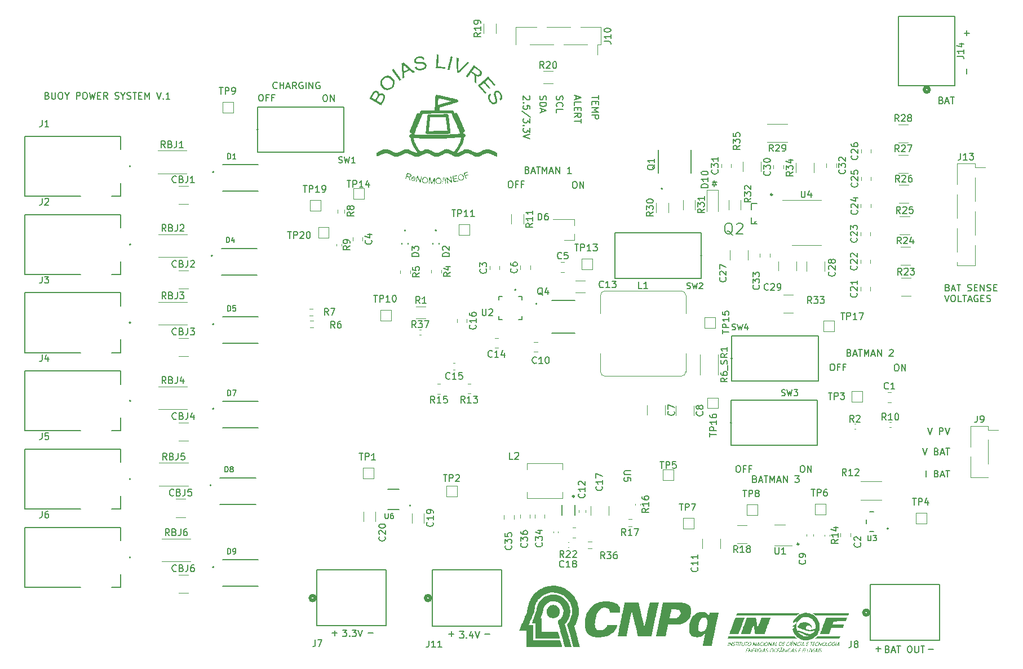
<source format=gbr>
%TF.GenerationSoftware,KiCad,Pcbnew,7.0.6-0*%
%TF.CreationDate,2024-04-17T06:46:49-03:00*%
%TF.ProjectId,Buoy,42756f79-2e6b-4696-9361-645f70636258,rev?*%
%TF.SameCoordinates,Original*%
%TF.FileFunction,Legend,Top*%
%TF.FilePolarity,Positive*%
%FSLAX46Y46*%
G04 Gerber Fmt 4.6, Leading zero omitted, Abs format (unit mm)*
G04 Created by KiCad (PCBNEW 7.0.6-0) date 2024-04-17 06:46:49*
%MOMM*%
%LPD*%
G01*
G04 APERTURE LIST*
%ADD10C,0.150000*%
%ADD11C,0.275000*%
%ADD12C,0.120000*%
%ADD13C,0.127000*%
%ADD14C,0.200000*%
%ADD15C,0.152400*%
%ADD16C,0.508000*%
G04 APERTURE END LIST*
D10*
X181355000Y-67135000D02*
X180715000Y-67125000D01*
X181035000Y-67130000D02*
X181035000Y-67395000D01*
X181025000Y-66435000D02*
X181025000Y-66645000D01*
D11*
X189757500Y-68570000D02*
G75*
G03*
X189757500Y-68570000I-137500J0D01*
G01*
D10*
X181025000Y-66645000D02*
X180715000Y-66645000D01*
D11*
X193747500Y-121070000D02*
G75*
G03*
X193747500Y-121070000I-137500J0D01*
G01*
D10*
X181065000Y-66745000D02*
X181355000Y-67135000D01*
D11*
X160007500Y-113900000D02*
G75*
G03*
X160007500Y-113900000I-137500J0D01*
G01*
D10*
X180715000Y-66645000D02*
X181025000Y-66645000D01*
X180715000Y-67125000D02*
X180955000Y-66765000D01*
X181405000Y-66645000D02*
X181025000Y-66645000D01*
X153254942Y-53769160D02*
X153302561Y-53816779D01*
X153302561Y-53816779D02*
X153350180Y-53912017D01*
X153350180Y-53912017D02*
X153350180Y-54150112D01*
X153350180Y-54150112D02*
X153302561Y-54245350D01*
X153302561Y-54245350D02*
X153254942Y-54292969D01*
X153254942Y-54292969D02*
X153159704Y-54340588D01*
X153159704Y-54340588D02*
X153064466Y-54340588D01*
X153064466Y-54340588D02*
X152921609Y-54292969D01*
X152921609Y-54292969D02*
X152350180Y-53721541D01*
X152350180Y-53721541D02*
X152350180Y-54340588D01*
X152445419Y-54769160D02*
X152397800Y-54816779D01*
X152397800Y-54816779D02*
X152350180Y-54769160D01*
X152350180Y-54769160D02*
X152397800Y-54721541D01*
X152397800Y-54721541D02*
X152445419Y-54769160D01*
X152445419Y-54769160D02*
X152350180Y-54769160D01*
X153350180Y-55721540D02*
X153350180Y-55245350D01*
X153350180Y-55245350D02*
X152873990Y-55197731D01*
X152873990Y-55197731D02*
X152921609Y-55245350D01*
X152921609Y-55245350D02*
X152969228Y-55340588D01*
X152969228Y-55340588D02*
X152969228Y-55578683D01*
X152969228Y-55578683D02*
X152921609Y-55673921D01*
X152921609Y-55673921D02*
X152873990Y-55721540D01*
X152873990Y-55721540D02*
X152778752Y-55769159D01*
X152778752Y-55769159D02*
X152540657Y-55769159D01*
X152540657Y-55769159D02*
X152445419Y-55721540D01*
X152445419Y-55721540D02*
X152397800Y-55673921D01*
X152397800Y-55673921D02*
X152350180Y-55578683D01*
X152350180Y-55578683D02*
X152350180Y-55340588D01*
X152350180Y-55340588D02*
X152397800Y-55245350D01*
X152397800Y-55245350D02*
X152445419Y-55197731D01*
X153397800Y-56912016D02*
X152112085Y-56054874D01*
X153350180Y-57150112D02*
X153350180Y-57769159D01*
X153350180Y-57769159D02*
X152969228Y-57435826D01*
X152969228Y-57435826D02*
X152969228Y-57578683D01*
X152969228Y-57578683D02*
X152921609Y-57673921D01*
X152921609Y-57673921D02*
X152873990Y-57721540D01*
X152873990Y-57721540D02*
X152778752Y-57769159D01*
X152778752Y-57769159D02*
X152540657Y-57769159D01*
X152540657Y-57769159D02*
X152445419Y-57721540D01*
X152445419Y-57721540D02*
X152397800Y-57673921D01*
X152397800Y-57673921D02*
X152350180Y-57578683D01*
X152350180Y-57578683D02*
X152350180Y-57292969D01*
X152350180Y-57292969D02*
X152397800Y-57197731D01*
X152397800Y-57197731D02*
X152445419Y-57150112D01*
X152445419Y-58197731D02*
X152397800Y-58245350D01*
X152397800Y-58245350D02*
X152350180Y-58197731D01*
X152350180Y-58197731D02*
X152397800Y-58150112D01*
X152397800Y-58150112D02*
X152445419Y-58197731D01*
X152445419Y-58197731D02*
X152350180Y-58197731D01*
X153350180Y-58578683D02*
X153350180Y-59197730D01*
X153350180Y-59197730D02*
X152969228Y-58864397D01*
X152969228Y-58864397D02*
X152969228Y-59007254D01*
X152969228Y-59007254D02*
X152921609Y-59102492D01*
X152921609Y-59102492D02*
X152873990Y-59150111D01*
X152873990Y-59150111D02*
X152778752Y-59197730D01*
X152778752Y-59197730D02*
X152540657Y-59197730D01*
X152540657Y-59197730D02*
X152445419Y-59150111D01*
X152445419Y-59150111D02*
X152397800Y-59102492D01*
X152397800Y-59102492D02*
X152350180Y-59007254D01*
X152350180Y-59007254D02*
X152350180Y-58721540D01*
X152350180Y-58721540D02*
X152397800Y-58626302D01*
X152397800Y-58626302D02*
X152445419Y-58578683D01*
X153350180Y-59483445D02*
X152350180Y-59816778D01*
X152350180Y-59816778D02*
X153350180Y-60150111D01*
X152940112Y-64866009D02*
X153082969Y-64913628D01*
X153082969Y-64913628D02*
X153130588Y-64961247D01*
X153130588Y-64961247D02*
X153178207Y-65056485D01*
X153178207Y-65056485D02*
X153178207Y-65199342D01*
X153178207Y-65199342D02*
X153130588Y-65294580D01*
X153130588Y-65294580D02*
X153082969Y-65342200D01*
X153082969Y-65342200D02*
X152987731Y-65389819D01*
X152987731Y-65389819D02*
X152606779Y-65389819D01*
X152606779Y-65389819D02*
X152606779Y-64389819D01*
X152606779Y-64389819D02*
X152940112Y-64389819D01*
X152940112Y-64389819D02*
X153035350Y-64437438D01*
X153035350Y-64437438D02*
X153082969Y-64485057D01*
X153082969Y-64485057D02*
X153130588Y-64580295D01*
X153130588Y-64580295D02*
X153130588Y-64675533D01*
X153130588Y-64675533D02*
X153082969Y-64770771D01*
X153082969Y-64770771D02*
X153035350Y-64818390D01*
X153035350Y-64818390D02*
X152940112Y-64866009D01*
X152940112Y-64866009D02*
X152606779Y-64866009D01*
X153559160Y-65104104D02*
X154035350Y-65104104D01*
X153463922Y-65389819D02*
X153797255Y-64389819D01*
X153797255Y-64389819D02*
X154130588Y-65389819D01*
X154321065Y-64389819D02*
X154892493Y-64389819D01*
X154606779Y-65389819D02*
X154606779Y-64389819D01*
X155225827Y-65389819D02*
X155225827Y-64389819D01*
X155225827Y-64389819D02*
X155559160Y-65104104D01*
X155559160Y-65104104D02*
X155892493Y-64389819D01*
X155892493Y-64389819D02*
X155892493Y-65389819D01*
X156321065Y-65104104D02*
X156797255Y-65104104D01*
X156225827Y-65389819D02*
X156559160Y-64389819D01*
X156559160Y-64389819D02*
X156892493Y-65389819D01*
X157225827Y-65389819D02*
X157225827Y-64389819D01*
X157225827Y-64389819D02*
X157797255Y-65389819D01*
X157797255Y-65389819D02*
X157797255Y-64389819D01*
X159559160Y-65389819D02*
X158987732Y-65389819D01*
X159273446Y-65389819D02*
X159273446Y-64389819D01*
X159273446Y-64389819D02*
X159178208Y-64532676D01*
X159178208Y-64532676D02*
X159082970Y-64627914D01*
X159082970Y-64627914D02*
X158987732Y-64675533D01*
X184527255Y-109269819D02*
X184717731Y-109269819D01*
X184717731Y-109269819D02*
X184812969Y-109317438D01*
X184812969Y-109317438D02*
X184908207Y-109412676D01*
X184908207Y-109412676D02*
X184955826Y-109603152D01*
X184955826Y-109603152D02*
X184955826Y-109936485D01*
X184955826Y-109936485D02*
X184908207Y-110126961D01*
X184908207Y-110126961D02*
X184812969Y-110222200D01*
X184812969Y-110222200D02*
X184717731Y-110269819D01*
X184717731Y-110269819D02*
X184527255Y-110269819D01*
X184527255Y-110269819D02*
X184432017Y-110222200D01*
X184432017Y-110222200D02*
X184336779Y-110126961D01*
X184336779Y-110126961D02*
X184289160Y-109936485D01*
X184289160Y-109936485D02*
X184289160Y-109603152D01*
X184289160Y-109603152D02*
X184336779Y-109412676D01*
X184336779Y-109412676D02*
X184432017Y-109317438D01*
X184432017Y-109317438D02*
X184527255Y-109269819D01*
X185717731Y-109746009D02*
X185384398Y-109746009D01*
X185384398Y-110269819D02*
X185384398Y-109269819D01*
X185384398Y-109269819D02*
X185860588Y-109269819D01*
X186574874Y-109746009D02*
X186241541Y-109746009D01*
X186241541Y-110269819D02*
X186241541Y-109269819D01*
X186241541Y-109269819D02*
X186717731Y-109269819D01*
X141166779Y-134578866D02*
X141928684Y-134578866D01*
X141547731Y-134959819D02*
X141547731Y-134197914D01*
X212836779Y-110999819D02*
X212836779Y-109999819D01*
X214408207Y-110476009D02*
X214551064Y-110523628D01*
X214551064Y-110523628D02*
X214598683Y-110571247D01*
X214598683Y-110571247D02*
X214646302Y-110666485D01*
X214646302Y-110666485D02*
X214646302Y-110809342D01*
X214646302Y-110809342D02*
X214598683Y-110904580D01*
X214598683Y-110904580D02*
X214551064Y-110952200D01*
X214551064Y-110952200D02*
X214455826Y-110999819D01*
X214455826Y-110999819D02*
X214074874Y-110999819D01*
X214074874Y-110999819D02*
X214074874Y-109999819D01*
X214074874Y-109999819D02*
X214408207Y-109999819D01*
X214408207Y-109999819D02*
X214503445Y-110047438D01*
X214503445Y-110047438D02*
X214551064Y-110095057D01*
X214551064Y-110095057D02*
X214598683Y-110190295D01*
X214598683Y-110190295D02*
X214598683Y-110285533D01*
X214598683Y-110285533D02*
X214551064Y-110380771D01*
X214551064Y-110380771D02*
X214503445Y-110428390D01*
X214503445Y-110428390D02*
X214408207Y-110476009D01*
X214408207Y-110476009D02*
X214074874Y-110476009D01*
X215027255Y-110714104D02*
X215503445Y-110714104D01*
X214932017Y-110999819D02*
X215265350Y-109999819D01*
X215265350Y-109999819D02*
X215598683Y-110999819D01*
X215789160Y-109999819D02*
X216360588Y-109999819D01*
X216074874Y-110999819D02*
X216074874Y-109999819D01*
X207050112Y-136846009D02*
X207192969Y-136893628D01*
X207192969Y-136893628D02*
X207240588Y-136941247D01*
X207240588Y-136941247D02*
X207288207Y-137036485D01*
X207288207Y-137036485D02*
X207288207Y-137179342D01*
X207288207Y-137179342D02*
X207240588Y-137274580D01*
X207240588Y-137274580D02*
X207192969Y-137322200D01*
X207192969Y-137322200D02*
X207097731Y-137369819D01*
X207097731Y-137369819D02*
X206716779Y-137369819D01*
X206716779Y-137369819D02*
X206716779Y-136369819D01*
X206716779Y-136369819D02*
X207050112Y-136369819D01*
X207050112Y-136369819D02*
X207145350Y-136417438D01*
X207145350Y-136417438D02*
X207192969Y-136465057D01*
X207192969Y-136465057D02*
X207240588Y-136560295D01*
X207240588Y-136560295D02*
X207240588Y-136655533D01*
X207240588Y-136655533D02*
X207192969Y-136750771D01*
X207192969Y-136750771D02*
X207145350Y-136798390D01*
X207145350Y-136798390D02*
X207050112Y-136846009D01*
X207050112Y-136846009D02*
X206716779Y-136846009D01*
X207669160Y-137084104D02*
X208145350Y-137084104D01*
X207573922Y-137369819D02*
X207907255Y-136369819D01*
X207907255Y-136369819D02*
X208240588Y-137369819D01*
X208431065Y-136369819D02*
X209002493Y-136369819D01*
X208716779Y-137369819D02*
X208716779Y-136369819D01*
X210288208Y-136369819D02*
X210478684Y-136369819D01*
X210478684Y-136369819D02*
X210573922Y-136417438D01*
X210573922Y-136417438D02*
X210669160Y-136512676D01*
X210669160Y-136512676D02*
X210716779Y-136703152D01*
X210716779Y-136703152D02*
X210716779Y-137036485D01*
X210716779Y-137036485D02*
X210669160Y-137226961D01*
X210669160Y-137226961D02*
X210573922Y-137322200D01*
X210573922Y-137322200D02*
X210478684Y-137369819D01*
X210478684Y-137369819D02*
X210288208Y-137369819D01*
X210288208Y-137369819D02*
X210192970Y-137322200D01*
X210192970Y-137322200D02*
X210097732Y-137226961D01*
X210097732Y-137226961D02*
X210050113Y-137036485D01*
X210050113Y-137036485D02*
X210050113Y-136703152D01*
X210050113Y-136703152D02*
X210097732Y-136512676D01*
X210097732Y-136512676D02*
X210192970Y-136417438D01*
X210192970Y-136417438D02*
X210288208Y-136369819D01*
X211145351Y-136369819D02*
X211145351Y-137179342D01*
X211145351Y-137179342D02*
X211192970Y-137274580D01*
X211192970Y-137274580D02*
X211240589Y-137322200D01*
X211240589Y-137322200D02*
X211335827Y-137369819D01*
X211335827Y-137369819D02*
X211526303Y-137369819D01*
X211526303Y-137369819D02*
X211621541Y-137322200D01*
X211621541Y-137322200D02*
X211669160Y-137274580D01*
X211669160Y-137274580D02*
X211716779Y-137179342D01*
X211716779Y-137179342D02*
X211716779Y-136369819D01*
X212050113Y-136369819D02*
X212621541Y-136369819D01*
X212335827Y-137369819D02*
X212335827Y-136369819D01*
X213074874Y-103599819D02*
X213408207Y-104599819D01*
X213408207Y-104599819D02*
X213741540Y-103599819D01*
X214836779Y-104599819D02*
X214836779Y-103599819D01*
X214836779Y-103599819D02*
X215217731Y-103599819D01*
X215217731Y-103599819D02*
X215312969Y-103647438D01*
X215312969Y-103647438D02*
X215360588Y-103695057D01*
X215360588Y-103695057D02*
X215408207Y-103790295D01*
X215408207Y-103790295D02*
X215408207Y-103933152D01*
X215408207Y-103933152D02*
X215360588Y-104028390D01*
X215360588Y-104028390D02*
X215312969Y-104076009D01*
X215312969Y-104076009D02*
X215217731Y-104123628D01*
X215217731Y-104123628D02*
X214836779Y-104123628D01*
X215693922Y-103599819D02*
X216027255Y-104599819D01*
X216027255Y-104599819D02*
X216360588Y-103599819D01*
X218566779Y-44328866D02*
X219328684Y-44328866D01*
X218947731Y-44709819D02*
X218947731Y-43947914D01*
X122487255Y-53589819D02*
X122677731Y-53589819D01*
X122677731Y-53589819D02*
X122772969Y-53637438D01*
X122772969Y-53637438D02*
X122868207Y-53732676D01*
X122868207Y-53732676D02*
X122915826Y-53923152D01*
X122915826Y-53923152D02*
X122915826Y-54256485D01*
X122915826Y-54256485D02*
X122868207Y-54446961D01*
X122868207Y-54446961D02*
X122772969Y-54542200D01*
X122772969Y-54542200D02*
X122677731Y-54589819D01*
X122677731Y-54589819D02*
X122487255Y-54589819D01*
X122487255Y-54589819D02*
X122392017Y-54542200D01*
X122392017Y-54542200D02*
X122296779Y-54446961D01*
X122296779Y-54446961D02*
X122249160Y-54256485D01*
X122249160Y-54256485D02*
X122249160Y-53923152D01*
X122249160Y-53923152D02*
X122296779Y-53732676D01*
X122296779Y-53732676D02*
X122392017Y-53637438D01*
X122392017Y-53637438D02*
X122487255Y-53589819D01*
X123344398Y-54589819D02*
X123344398Y-53589819D01*
X123344398Y-53589819D02*
X123915826Y-54589819D01*
X123915826Y-54589819D02*
X123915826Y-53589819D01*
X201290112Y-92326009D02*
X201432969Y-92373628D01*
X201432969Y-92373628D02*
X201480588Y-92421247D01*
X201480588Y-92421247D02*
X201528207Y-92516485D01*
X201528207Y-92516485D02*
X201528207Y-92659342D01*
X201528207Y-92659342D02*
X201480588Y-92754580D01*
X201480588Y-92754580D02*
X201432969Y-92802200D01*
X201432969Y-92802200D02*
X201337731Y-92849819D01*
X201337731Y-92849819D02*
X200956779Y-92849819D01*
X200956779Y-92849819D02*
X200956779Y-91849819D01*
X200956779Y-91849819D02*
X201290112Y-91849819D01*
X201290112Y-91849819D02*
X201385350Y-91897438D01*
X201385350Y-91897438D02*
X201432969Y-91945057D01*
X201432969Y-91945057D02*
X201480588Y-92040295D01*
X201480588Y-92040295D02*
X201480588Y-92135533D01*
X201480588Y-92135533D02*
X201432969Y-92230771D01*
X201432969Y-92230771D02*
X201385350Y-92278390D01*
X201385350Y-92278390D02*
X201290112Y-92326009D01*
X201290112Y-92326009D02*
X200956779Y-92326009D01*
X201909160Y-92564104D02*
X202385350Y-92564104D01*
X201813922Y-92849819D02*
X202147255Y-91849819D01*
X202147255Y-91849819D02*
X202480588Y-92849819D01*
X202671065Y-91849819D02*
X203242493Y-91849819D01*
X202956779Y-92849819D02*
X202956779Y-91849819D01*
X203575827Y-92849819D02*
X203575827Y-91849819D01*
X203575827Y-91849819D02*
X203909160Y-92564104D01*
X203909160Y-92564104D02*
X204242493Y-91849819D01*
X204242493Y-91849819D02*
X204242493Y-92849819D01*
X204671065Y-92564104D02*
X205147255Y-92564104D01*
X204575827Y-92849819D02*
X204909160Y-91849819D01*
X204909160Y-91849819D02*
X205242493Y-92849819D01*
X205575827Y-92849819D02*
X205575827Y-91849819D01*
X205575827Y-91849819D02*
X206147255Y-92849819D01*
X206147255Y-92849819D02*
X206147255Y-91849819D01*
X207337732Y-91945057D02*
X207385351Y-91897438D01*
X207385351Y-91897438D02*
X207480589Y-91849819D01*
X207480589Y-91849819D02*
X207718684Y-91849819D01*
X207718684Y-91849819D02*
X207813922Y-91897438D01*
X207813922Y-91897438D02*
X207861541Y-91945057D01*
X207861541Y-91945057D02*
X207909160Y-92040295D01*
X207909160Y-92040295D02*
X207909160Y-92135533D01*
X207909160Y-92135533D02*
X207861541Y-92278390D01*
X207861541Y-92278390D02*
X207290113Y-92849819D01*
X207290113Y-92849819D02*
X207909160Y-92849819D01*
X80830112Y-53696009D02*
X80972969Y-53743628D01*
X80972969Y-53743628D02*
X81020588Y-53791247D01*
X81020588Y-53791247D02*
X81068207Y-53886485D01*
X81068207Y-53886485D02*
X81068207Y-54029342D01*
X81068207Y-54029342D02*
X81020588Y-54124580D01*
X81020588Y-54124580D02*
X80972969Y-54172200D01*
X80972969Y-54172200D02*
X80877731Y-54219819D01*
X80877731Y-54219819D02*
X80496779Y-54219819D01*
X80496779Y-54219819D02*
X80496779Y-53219819D01*
X80496779Y-53219819D02*
X80830112Y-53219819D01*
X80830112Y-53219819D02*
X80925350Y-53267438D01*
X80925350Y-53267438D02*
X80972969Y-53315057D01*
X80972969Y-53315057D02*
X81020588Y-53410295D01*
X81020588Y-53410295D02*
X81020588Y-53505533D01*
X81020588Y-53505533D02*
X80972969Y-53600771D01*
X80972969Y-53600771D02*
X80925350Y-53648390D01*
X80925350Y-53648390D02*
X80830112Y-53696009D01*
X80830112Y-53696009D02*
X80496779Y-53696009D01*
X81496779Y-53219819D02*
X81496779Y-54029342D01*
X81496779Y-54029342D02*
X81544398Y-54124580D01*
X81544398Y-54124580D02*
X81592017Y-54172200D01*
X81592017Y-54172200D02*
X81687255Y-54219819D01*
X81687255Y-54219819D02*
X81877731Y-54219819D01*
X81877731Y-54219819D02*
X81972969Y-54172200D01*
X81972969Y-54172200D02*
X82020588Y-54124580D01*
X82020588Y-54124580D02*
X82068207Y-54029342D01*
X82068207Y-54029342D02*
X82068207Y-53219819D01*
X82734874Y-53219819D02*
X82925350Y-53219819D01*
X82925350Y-53219819D02*
X83020588Y-53267438D01*
X83020588Y-53267438D02*
X83115826Y-53362676D01*
X83115826Y-53362676D02*
X83163445Y-53553152D01*
X83163445Y-53553152D02*
X83163445Y-53886485D01*
X83163445Y-53886485D02*
X83115826Y-54076961D01*
X83115826Y-54076961D02*
X83020588Y-54172200D01*
X83020588Y-54172200D02*
X82925350Y-54219819D01*
X82925350Y-54219819D02*
X82734874Y-54219819D01*
X82734874Y-54219819D02*
X82639636Y-54172200D01*
X82639636Y-54172200D02*
X82544398Y-54076961D01*
X82544398Y-54076961D02*
X82496779Y-53886485D01*
X82496779Y-53886485D02*
X82496779Y-53553152D01*
X82496779Y-53553152D02*
X82544398Y-53362676D01*
X82544398Y-53362676D02*
X82639636Y-53267438D01*
X82639636Y-53267438D02*
X82734874Y-53219819D01*
X83782493Y-53743628D02*
X83782493Y-54219819D01*
X83449160Y-53219819D02*
X83782493Y-53743628D01*
X83782493Y-53743628D02*
X84115826Y-53219819D01*
X85211065Y-54219819D02*
X85211065Y-53219819D01*
X85211065Y-53219819D02*
X85592017Y-53219819D01*
X85592017Y-53219819D02*
X85687255Y-53267438D01*
X85687255Y-53267438D02*
X85734874Y-53315057D01*
X85734874Y-53315057D02*
X85782493Y-53410295D01*
X85782493Y-53410295D02*
X85782493Y-53553152D01*
X85782493Y-53553152D02*
X85734874Y-53648390D01*
X85734874Y-53648390D02*
X85687255Y-53696009D01*
X85687255Y-53696009D02*
X85592017Y-53743628D01*
X85592017Y-53743628D02*
X85211065Y-53743628D01*
X86401541Y-53219819D02*
X86592017Y-53219819D01*
X86592017Y-53219819D02*
X86687255Y-53267438D01*
X86687255Y-53267438D02*
X86782493Y-53362676D01*
X86782493Y-53362676D02*
X86830112Y-53553152D01*
X86830112Y-53553152D02*
X86830112Y-53886485D01*
X86830112Y-53886485D02*
X86782493Y-54076961D01*
X86782493Y-54076961D02*
X86687255Y-54172200D01*
X86687255Y-54172200D02*
X86592017Y-54219819D01*
X86592017Y-54219819D02*
X86401541Y-54219819D01*
X86401541Y-54219819D02*
X86306303Y-54172200D01*
X86306303Y-54172200D02*
X86211065Y-54076961D01*
X86211065Y-54076961D02*
X86163446Y-53886485D01*
X86163446Y-53886485D02*
X86163446Y-53553152D01*
X86163446Y-53553152D02*
X86211065Y-53362676D01*
X86211065Y-53362676D02*
X86306303Y-53267438D01*
X86306303Y-53267438D02*
X86401541Y-53219819D01*
X87163446Y-53219819D02*
X87401541Y-54219819D01*
X87401541Y-54219819D02*
X87592017Y-53505533D01*
X87592017Y-53505533D02*
X87782493Y-54219819D01*
X87782493Y-54219819D02*
X88020589Y-53219819D01*
X88401541Y-53696009D02*
X88734874Y-53696009D01*
X88877731Y-54219819D02*
X88401541Y-54219819D01*
X88401541Y-54219819D02*
X88401541Y-53219819D01*
X88401541Y-53219819D02*
X88877731Y-53219819D01*
X89877731Y-54219819D02*
X89544398Y-53743628D01*
X89306303Y-54219819D02*
X89306303Y-53219819D01*
X89306303Y-53219819D02*
X89687255Y-53219819D01*
X89687255Y-53219819D02*
X89782493Y-53267438D01*
X89782493Y-53267438D02*
X89830112Y-53315057D01*
X89830112Y-53315057D02*
X89877731Y-53410295D01*
X89877731Y-53410295D02*
X89877731Y-53553152D01*
X89877731Y-53553152D02*
X89830112Y-53648390D01*
X89830112Y-53648390D02*
X89782493Y-53696009D01*
X89782493Y-53696009D02*
X89687255Y-53743628D01*
X89687255Y-53743628D02*
X89306303Y-53743628D01*
X91020589Y-54172200D02*
X91163446Y-54219819D01*
X91163446Y-54219819D02*
X91401541Y-54219819D01*
X91401541Y-54219819D02*
X91496779Y-54172200D01*
X91496779Y-54172200D02*
X91544398Y-54124580D01*
X91544398Y-54124580D02*
X91592017Y-54029342D01*
X91592017Y-54029342D02*
X91592017Y-53934104D01*
X91592017Y-53934104D02*
X91544398Y-53838866D01*
X91544398Y-53838866D02*
X91496779Y-53791247D01*
X91496779Y-53791247D02*
X91401541Y-53743628D01*
X91401541Y-53743628D02*
X91211065Y-53696009D01*
X91211065Y-53696009D02*
X91115827Y-53648390D01*
X91115827Y-53648390D02*
X91068208Y-53600771D01*
X91068208Y-53600771D02*
X91020589Y-53505533D01*
X91020589Y-53505533D02*
X91020589Y-53410295D01*
X91020589Y-53410295D02*
X91068208Y-53315057D01*
X91068208Y-53315057D02*
X91115827Y-53267438D01*
X91115827Y-53267438D02*
X91211065Y-53219819D01*
X91211065Y-53219819D02*
X91449160Y-53219819D01*
X91449160Y-53219819D02*
X91592017Y-53267438D01*
X92211065Y-53743628D02*
X92211065Y-54219819D01*
X91877732Y-53219819D02*
X92211065Y-53743628D01*
X92211065Y-53743628D02*
X92544398Y-53219819D01*
X92830113Y-54172200D02*
X92972970Y-54219819D01*
X92972970Y-54219819D02*
X93211065Y-54219819D01*
X93211065Y-54219819D02*
X93306303Y-54172200D01*
X93306303Y-54172200D02*
X93353922Y-54124580D01*
X93353922Y-54124580D02*
X93401541Y-54029342D01*
X93401541Y-54029342D02*
X93401541Y-53934104D01*
X93401541Y-53934104D02*
X93353922Y-53838866D01*
X93353922Y-53838866D02*
X93306303Y-53791247D01*
X93306303Y-53791247D02*
X93211065Y-53743628D01*
X93211065Y-53743628D02*
X93020589Y-53696009D01*
X93020589Y-53696009D02*
X92925351Y-53648390D01*
X92925351Y-53648390D02*
X92877732Y-53600771D01*
X92877732Y-53600771D02*
X92830113Y-53505533D01*
X92830113Y-53505533D02*
X92830113Y-53410295D01*
X92830113Y-53410295D02*
X92877732Y-53315057D01*
X92877732Y-53315057D02*
X92925351Y-53267438D01*
X92925351Y-53267438D02*
X93020589Y-53219819D01*
X93020589Y-53219819D02*
X93258684Y-53219819D01*
X93258684Y-53219819D02*
X93401541Y-53267438D01*
X93687256Y-53219819D02*
X94258684Y-53219819D01*
X93972970Y-54219819D02*
X93972970Y-53219819D01*
X94592018Y-53696009D02*
X94925351Y-53696009D01*
X95068208Y-54219819D02*
X94592018Y-54219819D01*
X94592018Y-54219819D02*
X94592018Y-53219819D01*
X94592018Y-53219819D02*
X95068208Y-53219819D01*
X95496780Y-54219819D02*
X95496780Y-53219819D01*
X95496780Y-53219819D02*
X95830113Y-53934104D01*
X95830113Y-53934104D02*
X96163446Y-53219819D01*
X96163446Y-53219819D02*
X96163446Y-54219819D01*
X97258685Y-53219819D02*
X97592018Y-54219819D01*
X97592018Y-54219819D02*
X97925351Y-53219819D01*
X98258685Y-54124580D02*
X98306304Y-54172200D01*
X98306304Y-54172200D02*
X98258685Y-54219819D01*
X98258685Y-54219819D02*
X98211066Y-54172200D01*
X98211066Y-54172200D02*
X98258685Y-54124580D01*
X98258685Y-54124580D02*
X98258685Y-54219819D01*
X99258684Y-54219819D02*
X98687256Y-54219819D01*
X98972970Y-54219819D02*
X98972970Y-53219819D01*
X98972970Y-53219819D02*
X98877732Y-53362676D01*
X98877732Y-53362676D02*
X98782494Y-53457914D01*
X98782494Y-53457914D02*
X98687256Y-53505533D01*
X157367800Y-53769160D02*
X157320180Y-53912017D01*
X157320180Y-53912017D02*
X157320180Y-54150112D01*
X157320180Y-54150112D02*
X157367800Y-54245350D01*
X157367800Y-54245350D02*
X157415419Y-54292969D01*
X157415419Y-54292969D02*
X157510657Y-54340588D01*
X157510657Y-54340588D02*
X157605895Y-54340588D01*
X157605895Y-54340588D02*
X157701133Y-54292969D01*
X157701133Y-54292969D02*
X157748752Y-54245350D01*
X157748752Y-54245350D02*
X157796371Y-54150112D01*
X157796371Y-54150112D02*
X157843990Y-53959636D01*
X157843990Y-53959636D02*
X157891609Y-53864398D01*
X157891609Y-53864398D02*
X157939228Y-53816779D01*
X157939228Y-53816779D02*
X158034466Y-53769160D01*
X158034466Y-53769160D02*
X158129704Y-53769160D01*
X158129704Y-53769160D02*
X158224942Y-53816779D01*
X158224942Y-53816779D02*
X158272561Y-53864398D01*
X158272561Y-53864398D02*
X158320180Y-53959636D01*
X158320180Y-53959636D02*
X158320180Y-54197731D01*
X158320180Y-54197731D02*
X158272561Y-54340588D01*
X157415419Y-55340588D02*
X157367800Y-55292969D01*
X157367800Y-55292969D02*
X157320180Y-55150112D01*
X157320180Y-55150112D02*
X157320180Y-55054874D01*
X157320180Y-55054874D02*
X157367800Y-54912017D01*
X157367800Y-54912017D02*
X157463038Y-54816779D01*
X157463038Y-54816779D02*
X157558276Y-54769160D01*
X157558276Y-54769160D02*
X157748752Y-54721541D01*
X157748752Y-54721541D02*
X157891609Y-54721541D01*
X157891609Y-54721541D02*
X158082085Y-54769160D01*
X158082085Y-54769160D02*
X158177323Y-54816779D01*
X158177323Y-54816779D02*
X158272561Y-54912017D01*
X158272561Y-54912017D02*
X158320180Y-55054874D01*
X158320180Y-55054874D02*
X158320180Y-55150112D01*
X158320180Y-55150112D02*
X158272561Y-55292969D01*
X158272561Y-55292969D02*
X158224942Y-55340588D01*
X157320180Y-56245350D02*
X157320180Y-55769160D01*
X157320180Y-55769160D02*
X158320180Y-55769160D01*
X150317255Y-66539819D02*
X150507731Y-66539819D01*
X150507731Y-66539819D02*
X150602969Y-66587438D01*
X150602969Y-66587438D02*
X150698207Y-66682676D01*
X150698207Y-66682676D02*
X150745826Y-66873152D01*
X150745826Y-66873152D02*
X150745826Y-67206485D01*
X150745826Y-67206485D02*
X150698207Y-67396961D01*
X150698207Y-67396961D02*
X150602969Y-67492200D01*
X150602969Y-67492200D02*
X150507731Y-67539819D01*
X150507731Y-67539819D02*
X150317255Y-67539819D01*
X150317255Y-67539819D02*
X150222017Y-67492200D01*
X150222017Y-67492200D02*
X150126779Y-67396961D01*
X150126779Y-67396961D02*
X150079160Y-67206485D01*
X150079160Y-67206485D02*
X150079160Y-66873152D01*
X150079160Y-66873152D02*
X150126779Y-66682676D01*
X150126779Y-66682676D02*
X150222017Y-66587438D01*
X150222017Y-66587438D02*
X150317255Y-66539819D01*
X151507731Y-67016009D02*
X151174398Y-67016009D01*
X151174398Y-67539819D02*
X151174398Y-66539819D01*
X151174398Y-66539819D02*
X151650588Y-66539819D01*
X152364874Y-67016009D02*
X152031541Y-67016009D01*
X152031541Y-67539819D02*
X152031541Y-66539819D01*
X152031541Y-66539819D02*
X152507731Y-66539819D01*
X216092612Y-82531009D02*
X216235469Y-82578628D01*
X216235469Y-82578628D02*
X216283088Y-82626247D01*
X216283088Y-82626247D02*
X216330707Y-82721485D01*
X216330707Y-82721485D02*
X216330707Y-82864342D01*
X216330707Y-82864342D02*
X216283088Y-82959580D01*
X216283088Y-82959580D02*
X216235469Y-83007200D01*
X216235469Y-83007200D02*
X216140231Y-83054819D01*
X216140231Y-83054819D02*
X215759279Y-83054819D01*
X215759279Y-83054819D02*
X215759279Y-82054819D01*
X215759279Y-82054819D02*
X216092612Y-82054819D01*
X216092612Y-82054819D02*
X216187850Y-82102438D01*
X216187850Y-82102438D02*
X216235469Y-82150057D01*
X216235469Y-82150057D02*
X216283088Y-82245295D01*
X216283088Y-82245295D02*
X216283088Y-82340533D01*
X216283088Y-82340533D02*
X216235469Y-82435771D01*
X216235469Y-82435771D02*
X216187850Y-82483390D01*
X216187850Y-82483390D02*
X216092612Y-82531009D01*
X216092612Y-82531009D02*
X215759279Y-82531009D01*
X216711660Y-82769104D02*
X217187850Y-82769104D01*
X216616422Y-83054819D02*
X216949755Y-82054819D01*
X216949755Y-82054819D02*
X217283088Y-83054819D01*
X217473565Y-82054819D02*
X218044993Y-82054819D01*
X217759279Y-83054819D02*
X217759279Y-82054819D01*
X219092613Y-83007200D02*
X219235470Y-83054819D01*
X219235470Y-83054819D02*
X219473565Y-83054819D01*
X219473565Y-83054819D02*
X219568803Y-83007200D01*
X219568803Y-83007200D02*
X219616422Y-82959580D01*
X219616422Y-82959580D02*
X219664041Y-82864342D01*
X219664041Y-82864342D02*
X219664041Y-82769104D01*
X219664041Y-82769104D02*
X219616422Y-82673866D01*
X219616422Y-82673866D02*
X219568803Y-82626247D01*
X219568803Y-82626247D02*
X219473565Y-82578628D01*
X219473565Y-82578628D02*
X219283089Y-82531009D01*
X219283089Y-82531009D02*
X219187851Y-82483390D01*
X219187851Y-82483390D02*
X219140232Y-82435771D01*
X219140232Y-82435771D02*
X219092613Y-82340533D01*
X219092613Y-82340533D02*
X219092613Y-82245295D01*
X219092613Y-82245295D02*
X219140232Y-82150057D01*
X219140232Y-82150057D02*
X219187851Y-82102438D01*
X219187851Y-82102438D02*
X219283089Y-82054819D01*
X219283089Y-82054819D02*
X219521184Y-82054819D01*
X219521184Y-82054819D02*
X219664041Y-82102438D01*
X220092613Y-82531009D02*
X220425946Y-82531009D01*
X220568803Y-83054819D02*
X220092613Y-83054819D01*
X220092613Y-83054819D02*
X220092613Y-82054819D01*
X220092613Y-82054819D02*
X220568803Y-82054819D01*
X220997375Y-83054819D02*
X220997375Y-82054819D01*
X220997375Y-82054819D02*
X221568803Y-83054819D01*
X221568803Y-83054819D02*
X221568803Y-82054819D01*
X221997375Y-83007200D02*
X222140232Y-83054819D01*
X222140232Y-83054819D02*
X222378327Y-83054819D01*
X222378327Y-83054819D02*
X222473565Y-83007200D01*
X222473565Y-83007200D02*
X222521184Y-82959580D01*
X222521184Y-82959580D02*
X222568803Y-82864342D01*
X222568803Y-82864342D02*
X222568803Y-82769104D01*
X222568803Y-82769104D02*
X222521184Y-82673866D01*
X222521184Y-82673866D02*
X222473565Y-82626247D01*
X222473565Y-82626247D02*
X222378327Y-82578628D01*
X222378327Y-82578628D02*
X222187851Y-82531009D01*
X222187851Y-82531009D02*
X222092613Y-82483390D01*
X222092613Y-82483390D02*
X222044994Y-82435771D01*
X222044994Y-82435771D02*
X221997375Y-82340533D01*
X221997375Y-82340533D02*
X221997375Y-82245295D01*
X221997375Y-82245295D02*
X222044994Y-82150057D01*
X222044994Y-82150057D02*
X222092613Y-82102438D01*
X222092613Y-82102438D02*
X222187851Y-82054819D01*
X222187851Y-82054819D02*
X222425946Y-82054819D01*
X222425946Y-82054819D02*
X222568803Y-82102438D01*
X222997375Y-82531009D02*
X223330708Y-82531009D01*
X223473565Y-83054819D02*
X222997375Y-83054819D01*
X222997375Y-83054819D02*
X222997375Y-82054819D01*
X222997375Y-82054819D02*
X223473565Y-82054819D01*
X215616422Y-83664819D02*
X215949755Y-84664819D01*
X215949755Y-84664819D02*
X216283088Y-83664819D01*
X216806898Y-83664819D02*
X216997374Y-83664819D01*
X216997374Y-83664819D02*
X217092612Y-83712438D01*
X217092612Y-83712438D02*
X217187850Y-83807676D01*
X217187850Y-83807676D02*
X217235469Y-83998152D01*
X217235469Y-83998152D02*
X217235469Y-84331485D01*
X217235469Y-84331485D02*
X217187850Y-84521961D01*
X217187850Y-84521961D02*
X217092612Y-84617200D01*
X217092612Y-84617200D02*
X216997374Y-84664819D01*
X216997374Y-84664819D02*
X216806898Y-84664819D01*
X216806898Y-84664819D02*
X216711660Y-84617200D01*
X216711660Y-84617200D02*
X216616422Y-84521961D01*
X216616422Y-84521961D02*
X216568803Y-84331485D01*
X216568803Y-84331485D02*
X216568803Y-83998152D01*
X216568803Y-83998152D02*
X216616422Y-83807676D01*
X216616422Y-83807676D02*
X216711660Y-83712438D01*
X216711660Y-83712438D02*
X216806898Y-83664819D01*
X218140231Y-84664819D02*
X217664041Y-84664819D01*
X217664041Y-84664819D02*
X217664041Y-83664819D01*
X218330708Y-83664819D02*
X218902136Y-83664819D01*
X218616422Y-84664819D02*
X218616422Y-83664819D01*
X219187851Y-84379104D02*
X219664041Y-84379104D01*
X219092613Y-84664819D02*
X219425946Y-83664819D01*
X219425946Y-83664819D02*
X219759279Y-84664819D01*
X220616422Y-83712438D02*
X220521184Y-83664819D01*
X220521184Y-83664819D02*
X220378327Y-83664819D01*
X220378327Y-83664819D02*
X220235470Y-83712438D01*
X220235470Y-83712438D02*
X220140232Y-83807676D01*
X220140232Y-83807676D02*
X220092613Y-83902914D01*
X220092613Y-83902914D02*
X220044994Y-84093390D01*
X220044994Y-84093390D02*
X220044994Y-84236247D01*
X220044994Y-84236247D02*
X220092613Y-84426723D01*
X220092613Y-84426723D02*
X220140232Y-84521961D01*
X220140232Y-84521961D02*
X220235470Y-84617200D01*
X220235470Y-84617200D02*
X220378327Y-84664819D01*
X220378327Y-84664819D02*
X220473565Y-84664819D01*
X220473565Y-84664819D02*
X220616422Y-84617200D01*
X220616422Y-84617200D02*
X220664041Y-84569580D01*
X220664041Y-84569580D02*
X220664041Y-84236247D01*
X220664041Y-84236247D02*
X220473565Y-84236247D01*
X221092613Y-84141009D02*
X221425946Y-84141009D01*
X221568803Y-84664819D02*
X221092613Y-84664819D01*
X221092613Y-84664819D02*
X221092613Y-83664819D01*
X221092613Y-83664819D02*
X221568803Y-83664819D01*
X221949756Y-84617200D02*
X222092613Y-84664819D01*
X222092613Y-84664819D02*
X222330708Y-84664819D01*
X222330708Y-84664819D02*
X222425946Y-84617200D01*
X222425946Y-84617200D02*
X222473565Y-84569580D01*
X222473565Y-84569580D02*
X222521184Y-84474342D01*
X222521184Y-84474342D02*
X222521184Y-84379104D01*
X222521184Y-84379104D02*
X222473565Y-84283866D01*
X222473565Y-84283866D02*
X222425946Y-84236247D01*
X222425946Y-84236247D02*
X222330708Y-84188628D01*
X222330708Y-84188628D02*
X222140232Y-84141009D01*
X222140232Y-84141009D02*
X222044994Y-84093390D01*
X222044994Y-84093390D02*
X221997375Y-84045771D01*
X221997375Y-84045771D02*
X221949756Y-83950533D01*
X221949756Y-83950533D02*
X221949756Y-83855295D01*
X221949756Y-83855295D02*
X221997375Y-83760057D01*
X221997375Y-83760057D02*
X222044994Y-83712438D01*
X222044994Y-83712438D02*
X222140232Y-83664819D01*
X222140232Y-83664819D02*
X222378327Y-83664819D01*
X222378327Y-83664819D02*
X222521184Y-83712438D01*
X159967255Y-66599819D02*
X160157731Y-66599819D01*
X160157731Y-66599819D02*
X160252969Y-66647438D01*
X160252969Y-66647438D02*
X160348207Y-66742676D01*
X160348207Y-66742676D02*
X160395826Y-66933152D01*
X160395826Y-66933152D02*
X160395826Y-67266485D01*
X160395826Y-67266485D02*
X160348207Y-67456961D01*
X160348207Y-67456961D02*
X160252969Y-67552200D01*
X160252969Y-67552200D02*
X160157731Y-67599819D01*
X160157731Y-67599819D02*
X159967255Y-67599819D01*
X159967255Y-67599819D02*
X159872017Y-67552200D01*
X159872017Y-67552200D02*
X159776779Y-67456961D01*
X159776779Y-67456961D02*
X159729160Y-67266485D01*
X159729160Y-67266485D02*
X159729160Y-66933152D01*
X159729160Y-66933152D02*
X159776779Y-66742676D01*
X159776779Y-66742676D02*
X159872017Y-66647438D01*
X159872017Y-66647438D02*
X159967255Y-66599819D01*
X160824398Y-67599819D02*
X160824398Y-66599819D01*
X160824398Y-66599819D02*
X161395826Y-67599819D01*
X161395826Y-67599819D02*
X161395826Y-66599819D01*
X218958866Y-50423220D02*
X218958866Y-49661316D01*
X215140112Y-54376009D02*
X215282969Y-54423628D01*
X215282969Y-54423628D02*
X215330588Y-54471247D01*
X215330588Y-54471247D02*
X215378207Y-54566485D01*
X215378207Y-54566485D02*
X215378207Y-54709342D01*
X215378207Y-54709342D02*
X215330588Y-54804580D01*
X215330588Y-54804580D02*
X215282969Y-54852200D01*
X215282969Y-54852200D02*
X215187731Y-54899819D01*
X215187731Y-54899819D02*
X214806779Y-54899819D01*
X214806779Y-54899819D02*
X214806779Y-53899819D01*
X214806779Y-53899819D02*
X215140112Y-53899819D01*
X215140112Y-53899819D02*
X215235350Y-53947438D01*
X215235350Y-53947438D02*
X215282969Y-53995057D01*
X215282969Y-53995057D02*
X215330588Y-54090295D01*
X215330588Y-54090295D02*
X215330588Y-54185533D01*
X215330588Y-54185533D02*
X215282969Y-54280771D01*
X215282969Y-54280771D02*
X215235350Y-54328390D01*
X215235350Y-54328390D02*
X215140112Y-54376009D01*
X215140112Y-54376009D02*
X214806779Y-54376009D01*
X215759160Y-54614104D02*
X216235350Y-54614104D01*
X215663922Y-54899819D02*
X215997255Y-53899819D01*
X215997255Y-53899819D02*
X216330588Y-54899819D01*
X216521065Y-53899819D02*
X217092493Y-53899819D01*
X216806779Y-54899819D02*
X216806779Y-53899819D01*
X208317255Y-94059819D02*
X208507731Y-94059819D01*
X208507731Y-94059819D02*
X208602969Y-94107438D01*
X208602969Y-94107438D02*
X208698207Y-94202676D01*
X208698207Y-94202676D02*
X208745826Y-94393152D01*
X208745826Y-94393152D02*
X208745826Y-94726485D01*
X208745826Y-94726485D02*
X208698207Y-94916961D01*
X208698207Y-94916961D02*
X208602969Y-95012200D01*
X208602969Y-95012200D02*
X208507731Y-95059819D01*
X208507731Y-95059819D02*
X208317255Y-95059819D01*
X208317255Y-95059819D02*
X208222017Y-95012200D01*
X208222017Y-95012200D02*
X208126779Y-94916961D01*
X208126779Y-94916961D02*
X208079160Y-94726485D01*
X208079160Y-94726485D02*
X208079160Y-94393152D01*
X208079160Y-94393152D02*
X208126779Y-94202676D01*
X208126779Y-94202676D02*
X208222017Y-94107438D01*
X208222017Y-94107438D02*
X208317255Y-94059819D01*
X209174398Y-95059819D02*
X209174398Y-94059819D01*
X209174398Y-94059819D02*
X209745826Y-95059819D01*
X209745826Y-95059819D02*
X209745826Y-94059819D01*
X125191541Y-133969819D02*
X125810588Y-133969819D01*
X125810588Y-133969819D02*
X125477255Y-134350771D01*
X125477255Y-134350771D02*
X125620112Y-134350771D01*
X125620112Y-134350771D02*
X125715350Y-134398390D01*
X125715350Y-134398390D02*
X125762969Y-134446009D01*
X125762969Y-134446009D02*
X125810588Y-134541247D01*
X125810588Y-134541247D02*
X125810588Y-134779342D01*
X125810588Y-134779342D02*
X125762969Y-134874580D01*
X125762969Y-134874580D02*
X125715350Y-134922200D01*
X125715350Y-134922200D02*
X125620112Y-134969819D01*
X125620112Y-134969819D02*
X125334398Y-134969819D01*
X125334398Y-134969819D02*
X125239160Y-134922200D01*
X125239160Y-134922200D02*
X125191541Y-134874580D01*
X126239160Y-134874580D02*
X126286779Y-134922200D01*
X126286779Y-134922200D02*
X126239160Y-134969819D01*
X126239160Y-134969819D02*
X126191541Y-134922200D01*
X126191541Y-134922200D02*
X126239160Y-134874580D01*
X126239160Y-134874580D02*
X126239160Y-134969819D01*
X126620112Y-133969819D02*
X127239159Y-133969819D01*
X127239159Y-133969819D02*
X126905826Y-134350771D01*
X126905826Y-134350771D02*
X127048683Y-134350771D01*
X127048683Y-134350771D02*
X127143921Y-134398390D01*
X127143921Y-134398390D02*
X127191540Y-134446009D01*
X127191540Y-134446009D02*
X127239159Y-134541247D01*
X127239159Y-134541247D02*
X127239159Y-134779342D01*
X127239159Y-134779342D02*
X127191540Y-134874580D01*
X127191540Y-134874580D02*
X127143921Y-134922200D01*
X127143921Y-134922200D02*
X127048683Y-134969819D01*
X127048683Y-134969819D02*
X126762969Y-134969819D01*
X126762969Y-134969819D02*
X126667731Y-134922200D01*
X126667731Y-134922200D02*
X126620112Y-134874580D01*
X127524874Y-133969819D02*
X127858207Y-134969819D01*
X127858207Y-134969819D02*
X128191540Y-133969819D01*
X194177255Y-109269819D02*
X194367731Y-109269819D01*
X194367731Y-109269819D02*
X194462969Y-109317438D01*
X194462969Y-109317438D02*
X194558207Y-109412676D01*
X194558207Y-109412676D02*
X194605826Y-109603152D01*
X194605826Y-109603152D02*
X194605826Y-109936485D01*
X194605826Y-109936485D02*
X194558207Y-110126961D01*
X194558207Y-110126961D02*
X194462969Y-110222200D01*
X194462969Y-110222200D02*
X194367731Y-110269819D01*
X194367731Y-110269819D02*
X194177255Y-110269819D01*
X194177255Y-110269819D02*
X194082017Y-110222200D01*
X194082017Y-110222200D02*
X193986779Y-110126961D01*
X193986779Y-110126961D02*
X193939160Y-109936485D01*
X193939160Y-109936485D02*
X193939160Y-109603152D01*
X193939160Y-109603152D02*
X193986779Y-109412676D01*
X193986779Y-109412676D02*
X194082017Y-109317438D01*
X194082017Y-109317438D02*
X194177255Y-109269819D01*
X195034398Y-110269819D02*
X195034398Y-109269819D01*
X195034398Y-109269819D02*
X195605826Y-110269819D01*
X195605826Y-110269819D02*
X195605826Y-109269819D01*
X123636779Y-134438866D02*
X124398684Y-134438866D01*
X124017731Y-134819819D02*
X124017731Y-134057914D01*
X142771541Y-134199819D02*
X143390588Y-134199819D01*
X143390588Y-134199819D02*
X143057255Y-134580771D01*
X143057255Y-134580771D02*
X143200112Y-134580771D01*
X143200112Y-134580771D02*
X143295350Y-134628390D01*
X143295350Y-134628390D02*
X143342969Y-134676009D01*
X143342969Y-134676009D02*
X143390588Y-134771247D01*
X143390588Y-134771247D02*
X143390588Y-135009342D01*
X143390588Y-135009342D02*
X143342969Y-135104580D01*
X143342969Y-135104580D02*
X143295350Y-135152200D01*
X143295350Y-135152200D02*
X143200112Y-135199819D01*
X143200112Y-135199819D02*
X142914398Y-135199819D01*
X142914398Y-135199819D02*
X142819160Y-135152200D01*
X142819160Y-135152200D02*
X142771541Y-135104580D01*
X143819160Y-135104580D02*
X143866779Y-135152200D01*
X143866779Y-135152200D02*
X143819160Y-135199819D01*
X143819160Y-135199819D02*
X143771541Y-135152200D01*
X143771541Y-135152200D02*
X143819160Y-135104580D01*
X143819160Y-135104580D02*
X143819160Y-135199819D01*
X144723921Y-134533152D02*
X144723921Y-135199819D01*
X144485826Y-134152200D02*
X144247731Y-134866485D01*
X144247731Y-134866485D02*
X144866778Y-134866485D01*
X145104874Y-134199819D02*
X145438207Y-135199819D01*
X145438207Y-135199819D02*
X145771540Y-134199819D01*
X205286779Y-136818866D02*
X206048684Y-136818866D01*
X205667731Y-137199819D02*
X205667731Y-136437914D01*
X163670180Y-53673922D02*
X163670180Y-54245350D01*
X162670180Y-53959636D02*
X163670180Y-53959636D01*
X163193990Y-54578684D02*
X163193990Y-54912017D01*
X162670180Y-55054874D02*
X162670180Y-54578684D01*
X162670180Y-54578684D02*
X163670180Y-54578684D01*
X163670180Y-54578684D02*
X163670180Y-55054874D01*
X162670180Y-55483446D02*
X163670180Y-55483446D01*
X163670180Y-55483446D02*
X162955895Y-55816779D01*
X162955895Y-55816779D02*
X163670180Y-56150112D01*
X163670180Y-56150112D02*
X162670180Y-56150112D01*
X162670180Y-56626303D02*
X163670180Y-56626303D01*
X163670180Y-56626303D02*
X163670180Y-57007255D01*
X163670180Y-57007255D02*
X163622561Y-57102493D01*
X163622561Y-57102493D02*
X163574942Y-57150112D01*
X163574942Y-57150112D02*
X163479704Y-57197731D01*
X163479704Y-57197731D02*
X163336847Y-57197731D01*
X163336847Y-57197731D02*
X163241609Y-57150112D01*
X163241609Y-57150112D02*
X163193990Y-57102493D01*
X163193990Y-57102493D02*
X163146371Y-57007255D01*
X163146371Y-57007255D02*
X163146371Y-56626303D01*
X115358207Y-52574580D02*
X115310588Y-52622200D01*
X115310588Y-52622200D02*
X115167731Y-52669819D01*
X115167731Y-52669819D02*
X115072493Y-52669819D01*
X115072493Y-52669819D02*
X114929636Y-52622200D01*
X114929636Y-52622200D02*
X114834398Y-52526961D01*
X114834398Y-52526961D02*
X114786779Y-52431723D01*
X114786779Y-52431723D02*
X114739160Y-52241247D01*
X114739160Y-52241247D02*
X114739160Y-52098390D01*
X114739160Y-52098390D02*
X114786779Y-51907914D01*
X114786779Y-51907914D02*
X114834398Y-51812676D01*
X114834398Y-51812676D02*
X114929636Y-51717438D01*
X114929636Y-51717438D02*
X115072493Y-51669819D01*
X115072493Y-51669819D02*
X115167731Y-51669819D01*
X115167731Y-51669819D02*
X115310588Y-51717438D01*
X115310588Y-51717438D02*
X115358207Y-51765057D01*
X115786779Y-52669819D02*
X115786779Y-51669819D01*
X115786779Y-52146009D02*
X116358207Y-52146009D01*
X116358207Y-52669819D02*
X116358207Y-51669819D01*
X116786779Y-52384104D02*
X117262969Y-52384104D01*
X116691541Y-52669819D02*
X117024874Y-51669819D01*
X117024874Y-51669819D02*
X117358207Y-52669819D01*
X118262969Y-52669819D02*
X117929636Y-52193628D01*
X117691541Y-52669819D02*
X117691541Y-51669819D01*
X117691541Y-51669819D02*
X118072493Y-51669819D01*
X118072493Y-51669819D02*
X118167731Y-51717438D01*
X118167731Y-51717438D02*
X118215350Y-51765057D01*
X118215350Y-51765057D02*
X118262969Y-51860295D01*
X118262969Y-51860295D02*
X118262969Y-52003152D01*
X118262969Y-52003152D02*
X118215350Y-52098390D01*
X118215350Y-52098390D02*
X118167731Y-52146009D01*
X118167731Y-52146009D02*
X118072493Y-52193628D01*
X118072493Y-52193628D02*
X117691541Y-52193628D01*
X119215350Y-51717438D02*
X119120112Y-51669819D01*
X119120112Y-51669819D02*
X118977255Y-51669819D01*
X118977255Y-51669819D02*
X118834398Y-51717438D01*
X118834398Y-51717438D02*
X118739160Y-51812676D01*
X118739160Y-51812676D02*
X118691541Y-51907914D01*
X118691541Y-51907914D02*
X118643922Y-52098390D01*
X118643922Y-52098390D02*
X118643922Y-52241247D01*
X118643922Y-52241247D02*
X118691541Y-52431723D01*
X118691541Y-52431723D02*
X118739160Y-52526961D01*
X118739160Y-52526961D02*
X118834398Y-52622200D01*
X118834398Y-52622200D02*
X118977255Y-52669819D01*
X118977255Y-52669819D02*
X119072493Y-52669819D01*
X119072493Y-52669819D02*
X119215350Y-52622200D01*
X119215350Y-52622200D02*
X119262969Y-52574580D01*
X119262969Y-52574580D02*
X119262969Y-52241247D01*
X119262969Y-52241247D02*
X119072493Y-52241247D01*
X119691541Y-52669819D02*
X119691541Y-51669819D01*
X120167731Y-52669819D02*
X120167731Y-51669819D01*
X120167731Y-51669819D02*
X120739159Y-52669819D01*
X120739159Y-52669819D02*
X120739159Y-51669819D01*
X121739159Y-51717438D02*
X121643921Y-51669819D01*
X121643921Y-51669819D02*
X121501064Y-51669819D01*
X121501064Y-51669819D02*
X121358207Y-51717438D01*
X121358207Y-51717438D02*
X121262969Y-51812676D01*
X121262969Y-51812676D02*
X121215350Y-51907914D01*
X121215350Y-51907914D02*
X121167731Y-52098390D01*
X121167731Y-52098390D02*
X121167731Y-52241247D01*
X121167731Y-52241247D02*
X121215350Y-52431723D01*
X121215350Y-52431723D02*
X121262969Y-52526961D01*
X121262969Y-52526961D02*
X121358207Y-52622200D01*
X121358207Y-52622200D02*
X121501064Y-52669819D01*
X121501064Y-52669819D02*
X121596302Y-52669819D01*
X121596302Y-52669819D02*
X121739159Y-52622200D01*
X121739159Y-52622200D02*
X121786778Y-52574580D01*
X121786778Y-52574580D02*
X121786778Y-52241247D01*
X121786778Y-52241247D02*
X121596302Y-52241247D01*
X146566779Y-134548866D02*
X147328684Y-134548866D01*
X212312969Y-106679819D02*
X212646302Y-107679819D01*
X212646302Y-107679819D02*
X212979635Y-106679819D01*
X214408207Y-107156009D02*
X214551064Y-107203628D01*
X214551064Y-107203628D02*
X214598683Y-107251247D01*
X214598683Y-107251247D02*
X214646302Y-107346485D01*
X214646302Y-107346485D02*
X214646302Y-107489342D01*
X214646302Y-107489342D02*
X214598683Y-107584580D01*
X214598683Y-107584580D02*
X214551064Y-107632200D01*
X214551064Y-107632200D02*
X214455826Y-107679819D01*
X214455826Y-107679819D02*
X214074874Y-107679819D01*
X214074874Y-107679819D02*
X214074874Y-106679819D01*
X214074874Y-106679819D02*
X214408207Y-106679819D01*
X214408207Y-106679819D02*
X214503445Y-106727438D01*
X214503445Y-106727438D02*
X214551064Y-106775057D01*
X214551064Y-106775057D02*
X214598683Y-106870295D01*
X214598683Y-106870295D02*
X214598683Y-106965533D01*
X214598683Y-106965533D02*
X214551064Y-107060771D01*
X214551064Y-107060771D02*
X214503445Y-107108390D01*
X214503445Y-107108390D02*
X214408207Y-107156009D01*
X214408207Y-107156009D02*
X214074874Y-107156009D01*
X215027255Y-107394104D02*
X215503445Y-107394104D01*
X214932017Y-107679819D02*
X215265350Y-106679819D01*
X215265350Y-106679819D02*
X215598683Y-107679819D01*
X215789160Y-106679819D02*
X216360588Y-106679819D01*
X216074874Y-107679819D02*
X216074874Y-106679819D01*
X129036779Y-134408866D02*
X129798684Y-134408866D01*
X187140112Y-111296009D02*
X187282969Y-111343628D01*
X187282969Y-111343628D02*
X187330588Y-111391247D01*
X187330588Y-111391247D02*
X187378207Y-111486485D01*
X187378207Y-111486485D02*
X187378207Y-111629342D01*
X187378207Y-111629342D02*
X187330588Y-111724580D01*
X187330588Y-111724580D02*
X187282969Y-111772200D01*
X187282969Y-111772200D02*
X187187731Y-111819819D01*
X187187731Y-111819819D02*
X186806779Y-111819819D01*
X186806779Y-111819819D02*
X186806779Y-110819819D01*
X186806779Y-110819819D02*
X187140112Y-110819819D01*
X187140112Y-110819819D02*
X187235350Y-110867438D01*
X187235350Y-110867438D02*
X187282969Y-110915057D01*
X187282969Y-110915057D02*
X187330588Y-111010295D01*
X187330588Y-111010295D02*
X187330588Y-111105533D01*
X187330588Y-111105533D02*
X187282969Y-111200771D01*
X187282969Y-111200771D02*
X187235350Y-111248390D01*
X187235350Y-111248390D02*
X187140112Y-111296009D01*
X187140112Y-111296009D02*
X186806779Y-111296009D01*
X187759160Y-111534104D02*
X188235350Y-111534104D01*
X187663922Y-111819819D02*
X187997255Y-110819819D01*
X187997255Y-110819819D02*
X188330588Y-111819819D01*
X188521065Y-110819819D02*
X189092493Y-110819819D01*
X188806779Y-111819819D02*
X188806779Y-110819819D01*
X189425827Y-111819819D02*
X189425827Y-110819819D01*
X189425827Y-110819819D02*
X189759160Y-111534104D01*
X189759160Y-111534104D02*
X190092493Y-110819819D01*
X190092493Y-110819819D02*
X190092493Y-111819819D01*
X190521065Y-111534104D02*
X190997255Y-111534104D01*
X190425827Y-111819819D02*
X190759160Y-110819819D01*
X190759160Y-110819819D02*
X191092493Y-111819819D01*
X191425827Y-111819819D02*
X191425827Y-110819819D01*
X191425827Y-110819819D02*
X191997255Y-111819819D01*
X191997255Y-111819819D02*
X191997255Y-110819819D01*
X193140113Y-110819819D02*
X193759160Y-110819819D01*
X193759160Y-110819819D02*
X193425827Y-111200771D01*
X193425827Y-111200771D02*
X193568684Y-111200771D01*
X193568684Y-111200771D02*
X193663922Y-111248390D01*
X193663922Y-111248390D02*
X193711541Y-111296009D01*
X193711541Y-111296009D02*
X193759160Y-111391247D01*
X193759160Y-111391247D02*
X193759160Y-111629342D01*
X193759160Y-111629342D02*
X193711541Y-111724580D01*
X193711541Y-111724580D02*
X193663922Y-111772200D01*
X193663922Y-111772200D02*
X193568684Y-111819819D01*
X193568684Y-111819819D02*
X193282970Y-111819819D01*
X193282970Y-111819819D02*
X193187732Y-111772200D01*
X193187732Y-111772200D02*
X193140113Y-111724580D01*
X198667255Y-93999819D02*
X198857731Y-93999819D01*
X198857731Y-93999819D02*
X198952969Y-94047438D01*
X198952969Y-94047438D02*
X199048207Y-94142676D01*
X199048207Y-94142676D02*
X199095826Y-94333152D01*
X199095826Y-94333152D02*
X199095826Y-94666485D01*
X199095826Y-94666485D02*
X199048207Y-94856961D01*
X199048207Y-94856961D02*
X198952969Y-94952200D01*
X198952969Y-94952200D02*
X198857731Y-94999819D01*
X198857731Y-94999819D02*
X198667255Y-94999819D01*
X198667255Y-94999819D02*
X198572017Y-94952200D01*
X198572017Y-94952200D02*
X198476779Y-94856961D01*
X198476779Y-94856961D02*
X198429160Y-94666485D01*
X198429160Y-94666485D02*
X198429160Y-94333152D01*
X198429160Y-94333152D02*
X198476779Y-94142676D01*
X198476779Y-94142676D02*
X198572017Y-94047438D01*
X198572017Y-94047438D02*
X198667255Y-93999819D01*
X199857731Y-94476009D02*
X199524398Y-94476009D01*
X199524398Y-94999819D02*
X199524398Y-93999819D01*
X199524398Y-93999819D02*
X200000588Y-93999819D01*
X200714874Y-94476009D02*
X200381541Y-94476009D01*
X200381541Y-94999819D02*
X200381541Y-93999819D01*
X200381541Y-93999819D02*
X200857731Y-93999819D01*
X154857800Y-53769160D02*
X154810180Y-53912017D01*
X154810180Y-53912017D02*
X154810180Y-54150112D01*
X154810180Y-54150112D02*
X154857800Y-54245350D01*
X154857800Y-54245350D02*
X154905419Y-54292969D01*
X154905419Y-54292969D02*
X155000657Y-54340588D01*
X155000657Y-54340588D02*
X155095895Y-54340588D01*
X155095895Y-54340588D02*
X155191133Y-54292969D01*
X155191133Y-54292969D02*
X155238752Y-54245350D01*
X155238752Y-54245350D02*
X155286371Y-54150112D01*
X155286371Y-54150112D02*
X155333990Y-53959636D01*
X155333990Y-53959636D02*
X155381609Y-53864398D01*
X155381609Y-53864398D02*
X155429228Y-53816779D01*
X155429228Y-53816779D02*
X155524466Y-53769160D01*
X155524466Y-53769160D02*
X155619704Y-53769160D01*
X155619704Y-53769160D02*
X155714942Y-53816779D01*
X155714942Y-53816779D02*
X155762561Y-53864398D01*
X155762561Y-53864398D02*
X155810180Y-53959636D01*
X155810180Y-53959636D02*
X155810180Y-54197731D01*
X155810180Y-54197731D02*
X155762561Y-54340588D01*
X154810180Y-54769160D02*
X155810180Y-54769160D01*
X155810180Y-54769160D02*
X155810180Y-55007255D01*
X155810180Y-55007255D02*
X155762561Y-55150112D01*
X155762561Y-55150112D02*
X155667323Y-55245350D01*
X155667323Y-55245350D02*
X155572085Y-55292969D01*
X155572085Y-55292969D02*
X155381609Y-55340588D01*
X155381609Y-55340588D02*
X155238752Y-55340588D01*
X155238752Y-55340588D02*
X155048276Y-55292969D01*
X155048276Y-55292969D02*
X154953038Y-55245350D01*
X154953038Y-55245350D02*
X154857800Y-55150112D01*
X154857800Y-55150112D02*
X154810180Y-55007255D01*
X154810180Y-55007255D02*
X154810180Y-54769160D01*
X155095895Y-55721541D02*
X155095895Y-56197731D01*
X154810180Y-55626303D02*
X155810180Y-55959636D01*
X155810180Y-55959636D02*
X154810180Y-56292969D01*
X112837255Y-53529819D02*
X113027731Y-53529819D01*
X113027731Y-53529819D02*
X113122969Y-53577438D01*
X113122969Y-53577438D02*
X113218207Y-53672676D01*
X113218207Y-53672676D02*
X113265826Y-53863152D01*
X113265826Y-53863152D02*
X113265826Y-54196485D01*
X113265826Y-54196485D02*
X113218207Y-54386961D01*
X113218207Y-54386961D02*
X113122969Y-54482200D01*
X113122969Y-54482200D02*
X113027731Y-54529819D01*
X113027731Y-54529819D02*
X112837255Y-54529819D01*
X112837255Y-54529819D02*
X112742017Y-54482200D01*
X112742017Y-54482200D02*
X112646779Y-54386961D01*
X112646779Y-54386961D02*
X112599160Y-54196485D01*
X112599160Y-54196485D02*
X112599160Y-53863152D01*
X112599160Y-53863152D02*
X112646779Y-53672676D01*
X112646779Y-53672676D02*
X112742017Y-53577438D01*
X112742017Y-53577438D02*
X112837255Y-53529819D01*
X114027731Y-54006009D02*
X113694398Y-54006009D01*
X113694398Y-54529819D02*
X113694398Y-53529819D01*
X113694398Y-53529819D02*
X114170588Y-53529819D01*
X114884874Y-54006009D02*
X114551541Y-54006009D01*
X114551541Y-54529819D02*
X114551541Y-53529819D01*
X114551541Y-53529819D02*
X115027731Y-53529819D01*
X160305895Y-53769160D02*
X160305895Y-54245350D01*
X160020180Y-53673922D02*
X161020180Y-54007255D01*
X161020180Y-54007255D02*
X160020180Y-54340588D01*
X160020180Y-55150112D02*
X160020180Y-54673922D01*
X160020180Y-54673922D02*
X161020180Y-54673922D01*
X160543990Y-55483446D02*
X160543990Y-55816779D01*
X160020180Y-55959636D02*
X160020180Y-55483446D01*
X160020180Y-55483446D02*
X161020180Y-55483446D01*
X161020180Y-55483446D02*
X161020180Y-55959636D01*
X160020180Y-56959636D02*
X160496371Y-56626303D01*
X160020180Y-56388208D02*
X161020180Y-56388208D01*
X161020180Y-56388208D02*
X161020180Y-56769160D01*
X161020180Y-56769160D02*
X160972561Y-56864398D01*
X160972561Y-56864398D02*
X160924942Y-56912017D01*
X160924942Y-56912017D02*
X160829704Y-56959636D01*
X160829704Y-56959636D02*
X160686847Y-56959636D01*
X160686847Y-56959636D02*
X160591609Y-56912017D01*
X160591609Y-56912017D02*
X160543990Y-56864398D01*
X160543990Y-56864398D02*
X160496371Y-56769160D01*
X160496371Y-56769160D02*
X160496371Y-56388208D01*
X161020180Y-57245351D02*
X161020180Y-57816779D01*
X160020180Y-57531065D02*
X161020180Y-57531065D01*
X213176779Y-136888866D02*
X213938684Y-136888866D01*
X184536406Y-122324819D02*
X184203073Y-121848628D01*
X183964978Y-122324819D02*
X183964978Y-121324819D01*
X183964978Y-121324819D02*
X184345930Y-121324819D01*
X184345930Y-121324819D02*
X184441168Y-121372438D01*
X184441168Y-121372438D02*
X184488787Y-121420057D01*
X184488787Y-121420057D02*
X184536406Y-121515295D01*
X184536406Y-121515295D02*
X184536406Y-121658152D01*
X184536406Y-121658152D02*
X184488787Y-121753390D01*
X184488787Y-121753390D02*
X184441168Y-121801009D01*
X184441168Y-121801009D02*
X184345930Y-121848628D01*
X184345930Y-121848628D02*
X183964978Y-121848628D01*
X185488787Y-122324819D02*
X184917359Y-122324819D01*
X185203073Y-122324819D02*
X185203073Y-121324819D01*
X185203073Y-121324819D02*
X185107835Y-121467676D01*
X185107835Y-121467676D02*
X185012597Y-121562914D01*
X185012597Y-121562914D02*
X184917359Y-121610533D01*
X186060216Y-121753390D02*
X185964978Y-121705771D01*
X185964978Y-121705771D02*
X185917359Y-121658152D01*
X185917359Y-121658152D02*
X185869740Y-121562914D01*
X185869740Y-121562914D02*
X185869740Y-121515295D01*
X185869740Y-121515295D02*
X185917359Y-121420057D01*
X185917359Y-121420057D02*
X185964978Y-121372438D01*
X185964978Y-121372438D02*
X186060216Y-121324819D01*
X186060216Y-121324819D02*
X186250692Y-121324819D01*
X186250692Y-121324819D02*
X186345930Y-121372438D01*
X186345930Y-121372438D02*
X186393549Y-121420057D01*
X186393549Y-121420057D02*
X186441168Y-121515295D01*
X186441168Y-121515295D02*
X186441168Y-121562914D01*
X186441168Y-121562914D02*
X186393549Y-121658152D01*
X186393549Y-121658152D02*
X186345930Y-121705771D01*
X186345930Y-121705771D02*
X186250692Y-121753390D01*
X186250692Y-121753390D02*
X186060216Y-121753390D01*
X186060216Y-121753390D02*
X185964978Y-121801009D01*
X185964978Y-121801009D02*
X185917359Y-121848628D01*
X185917359Y-121848628D02*
X185869740Y-121943866D01*
X185869740Y-121943866D02*
X185869740Y-122134342D01*
X185869740Y-122134342D02*
X185917359Y-122229580D01*
X185917359Y-122229580D02*
X185964978Y-122277200D01*
X185964978Y-122277200D02*
X186060216Y-122324819D01*
X186060216Y-122324819D02*
X186250692Y-122324819D01*
X186250692Y-122324819D02*
X186345930Y-122277200D01*
X186345930Y-122277200D02*
X186393549Y-122229580D01*
X186393549Y-122229580D02*
X186441168Y-122134342D01*
X186441168Y-122134342D02*
X186441168Y-121943866D01*
X186441168Y-121943866D02*
X186393549Y-121848628D01*
X186393549Y-121848628D02*
X186345930Y-121801009D01*
X186345930Y-121801009D02*
X186250692Y-121753390D01*
X100219130Y-89543080D02*
X100171511Y-89590700D01*
X100171511Y-89590700D02*
X100028654Y-89638319D01*
X100028654Y-89638319D02*
X99933416Y-89638319D01*
X99933416Y-89638319D02*
X99790559Y-89590700D01*
X99790559Y-89590700D02*
X99695321Y-89495461D01*
X99695321Y-89495461D02*
X99647702Y-89400223D01*
X99647702Y-89400223D02*
X99600083Y-89209747D01*
X99600083Y-89209747D02*
X99600083Y-89066890D01*
X99600083Y-89066890D02*
X99647702Y-88876414D01*
X99647702Y-88876414D02*
X99695321Y-88781176D01*
X99695321Y-88781176D02*
X99790559Y-88685938D01*
X99790559Y-88685938D02*
X99933416Y-88638319D01*
X99933416Y-88638319D02*
X100028654Y-88638319D01*
X100028654Y-88638319D02*
X100171511Y-88685938D01*
X100171511Y-88685938D02*
X100219130Y-88733557D01*
X100981035Y-89114509D02*
X101123892Y-89162128D01*
X101123892Y-89162128D02*
X101171511Y-89209747D01*
X101171511Y-89209747D02*
X101219130Y-89304985D01*
X101219130Y-89304985D02*
X101219130Y-89447842D01*
X101219130Y-89447842D02*
X101171511Y-89543080D01*
X101171511Y-89543080D02*
X101123892Y-89590700D01*
X101123892Y-89590700D02*
X101028654Y-89638319D01*
X101028654Y-89638319D02*
X100647702Y-89638319D01*
X100647702Y-89638319D02*
X100647702Y-88638319D01*
X100647702Y-88638319D02*
X100981035Y-88638319D01*
X100981035Y-88638319D02*
X101076273Y-88685938D01*
X101076273Y-88685938D02*
X101123892Y-88733557D01*
X101123892Y-88733557D02*
X101171511Y-88828795D01*
X101171511Y-88828795D02*
X101171511Y-88924033D01*
X101171511Y-88924033D02*
X101123892Y-89019271D01*
X101123892Y-89019271D02*
X101076273Y-89066890D01*
X101076273Y-89066890D02*
X100981035Y-89114509D01*
X100981035Y-89114509D02*
X100647702Y-89114509D01*
X101933416Y-88638319D02*
X101933416Y-89352604D01*
X101933416Y-89352604D02*
X101885797Y-89495461D01*
X101885797Y-89495461D02*
X101790559Y-89590700D01*
X101790559Y-89590700D02*
X101647702Y-89638319D01*
X101647702Y-89638319D02*
X101552464Y-89638319D01*
X102314369Y-88638319D02*
X102933416Y-88638319D01*
X102933416Y-88638319D02*
X102600083Y-89019271D01*
X102600083Y-89019271D02*
X102742940Y-89019271D01*
X102742940Y-89019271D02*
X102838178Y-89066890D01*
X102838178Y-89066890D02*
X102885797Y-89114509D01*
X102885797Y-89114509D02*
X102933416Y-89209747D01*
X102933416Y-89209747D02*
X102933416Y-89447842D01*
X102933416Y-89447842D02*
X102885797Y-89543080D01*
X102885797Y-89543080D02*
X102838178Y-89590700D01*
X102838178Y-89590700D02*
X102742940Y-89638319D01*
X102742940Y-89638319D02*
X102457226Y-89638319D01*
X102457226Y-89638319D02*
X102361988Y-89590700D01*
X102361988Y-89590700D02*
X102314369Y-89543080D01*
X129856905Y-83682319D02*
X130428333Y-83682319D01*
X130142619Y-84682319D02*
X130142619Y-83682319D01*
X130761667Y-84682319D02*
X130761667Y-83682319D01*
X130761667Y-83682319D02*
X131142619Y-83682319D01*
X131142619Y-83682319D02*
X131237857Y-83729938D01*
X131237857Y-83729938D02*
X131285476Y-83777557D01*
X131285476Y-83777557D02*
X131333095Y-83872795D01*
X131333095Y-83872795D02*
X131333095Y-84015652D01*
X131333095Y-84015652D02*
X131285476Y-84110890D01*
X131285476Y-84110890D02*
X131237857Y-84158509D01*
X131237857Y-84158509D02*
X131142619Y-84206128D01*
X131142619Y-84206128D02*
X130761667Y-84206128D01*
X132285476Y-84682319D02*
X131714048Y-84682319D01*
X131999762Y-84682319D02*
X131999762Y-83682319D01*
X131999762Y-83682319D02*
X131904524Y-83825176D01*
X131904524Y-83825176D02*
X131809286Y-83920414D01*
X131809286Y-83920414D02*
X131714048Y-83968033D01*
X132904524Y-83682319D02*
X132999762Y-83682319D01*
X132999762Y-83682319D02*
X133095000Y-83729938D01*
X133095000Y-83729938D02*
X133142619Y-83777557D01*
X133142619Y-83777557D02*
X133190238Y-83872795D01*
X133190238Y-83872795D02*
X133237857Y-84063271D01*
X133237857Y-84063271D02*
X133237857Y-84301366D01*
X133237857Y-84301366D02*
X133190238Y-84491842D01*
X133190238Y-84491842D02*
X133142619Y-84587080D01*
X133142619Y-84587080D02*
X133095000Y-84634700D01*
X133095000Y-84634700D02*
X132999762Y-84682319D01*
X132999762Y-84682319D02*
X132904524Y-84682319D01*
X132904524Y-84682319D02*
X132809286Y-84634700D01*
X132809286Y-84634700D02*
X132761667Y-84587080D01*
X132761667Y-84587080D02*
X132714048Y-84491842D01*
X132714048Y-84491842D02*
X132666429Y-84301366D01*
X132666429Y-84301366D02*
X132666429Y-84063271D01*
X132666429Y-84063271D02*
X132714048Y-83872795D01*
X132714048Y-83872795D02*
X132761667Y-83777557D01*
X132761667Y-83777557D02*
X132809286Y-83729938D01*
X132809286Y-83729938D02*
X132904524Y-83682319D01*
X100219130Y-66683080D02*
X100171511Y-66730700D01*
X100171511Y-66730700D02*
X100028654Y-66778319D01*
X100028654Y-66778319D02*
X99933416Y-66778319D01*
X99933416Y-66778319D02*
X99790559Y-66730700D01*
X99790559Y-66730700D02*
X99695321Y-66635461D01*
X99695321Y-66635461D02*
X99647702Y-66540223D01*
X99647702Y-66540223D02*
X99600083Y-66349747D01*
X99600083Y-66349747D02*
X99600083Y-66206890D01*
X99600083Y-66206890D02*
X99647702Y-66016414D01*
X99647702Y-66016414D02*
X99695321Y-65921176D01*
X99695321Y-65921176D02*
X99790559Y-65825938D01*
X99790559Y-65825938D02*
X99933416Y-65778319D01*
X99933416Y-65778319D02*
X100028654Y-65778319D01*
X100028654Y-65778319D02*
X100171511Y-65825938D01*
X100171511Y-65825938D02*
X100219130Y-65873557D01*
X100981035Y-66254509D02*
X101123892Y-66302128D01*
X101123892Y-66302128D02*
X101171511Y-66349747D01*
X101171511Y-66349747D02*
X101219130Y-66444985D01*
X101219130Y-66444985D02*
X101219130Y-66587842D01*
X101219130Y-66587842D02*
X101171511Y-66683080D01*
X101171511Y-66683080D02*
X101123892Y-66730700D01*
X101123892Y-66730700D02*
X101028654Y-66778319D01*
X101028654Y-66778319D02*
X100647702Y-66778319D01*
X100647702Y-66778319D02*
X100647702Y-65778319D01*
X100647702Y-65778319D02*
X100981035Y-65778319D01*
X100981035Y-65778319D02*
X101076273Y-65825938D01*
X101076273Y-65825938D02*
X101123892Y-65873557D01*
X101123892Y-65873557D02*
X101171511Y-65968795D01*
X101171511Y-65968795D02*
X101171511Y-66064033D01*
X101171511Y-66064033D02*
X101123892Y-66159271D01*
X101123892Y-66159271D02*
X101076273Y-66206890D01*
X101076273Y-66206890D02*
X100981035Y-66254509D01*
X100981035Y-66254509D02*
X100647702Y-66254509D01*
X101933416Y-65778319D02*
X101933416Y-66492604D01*
X101933416Y-66492604D02*
X101885797Y-66635461D01*
X101885797Y-66635461D02*
X101790559Y-66730700D01*
X101790559Y-66730700D02*
X101647702Y-66778319D01*
X101647702Y-66778319D02*
X101552464Y-66778319D01*
X102933416Y-66778319D02*
X102361988Y-66778319D01*
X102647702Y-66778319D02*
X102647702Y-65778319D01*
X102647702Y-65778319D02*
X102552464Y-65921176D01*
X102552464Y-65921176D02*
X102457226Y-66016414D01*
X102457226Y-66016414D02*
X102361988Y-66064033D01*
X218035476Y-62344819D02*
X218035476Y-63059104D01*
X218035476Y-63059104D02*
X217987857Y-63201961D01*
X217987857Y-63201961D02*
X217892619Y-63297200D01*
X217892619Y-63297200D02*
X217749762Y-63344819D01*
X217749762Y-63344819D02*
X217654524Y-63344819D01*
X219035476Y-63344819D02*
X218464048Y-63344819D01*
X218749762Y-63344819D02*
X218749762Y-62344819D01*
X218749762Y-62344819D02*
X218654524Y-62487676D01*
X218654524Y-62487676D02*
X218559286Y-62582914D01*
X218559286Y-62582914D02*
X218464048Y-62630533D01*
X219368810Y-62344819D02*
X219987857Y-62344819D01*
X219987857Y-62344819D02*
X219654524Y-62725771D01*
X219654524Y-62725771D02*
X219797381Y-62725771D01*
X219797381Y-62725771D02*
X219892619Y-62773390D01*
X219892619Y-62773390D02*
X219940238Y-62821009D01*
X219940238Y-62821009D02*
X219987857Y-62916247D01*
X219987857Y-62916247D02*
X219987857Y-63154342D01*
X219987857Y-63154342D02*
X219940238Y-63249580D01*
X219940238Y-63249580D02*
X219892619Y-63297200D01*
X219892619Y-63297200D02*
X219797381Y-63344819D01*
X219797381Y-63344819D02*
X219511667Y-63344819D01*
X219511667Y-63344819D02*
X219416429Y-63297200D01*
X219416429Y-63297200D02*
X219368810Y-63249580D01*
X100219130Y-102243080D02*
X100171511Y-102290700D01*
X100171511Y-102290700D02*
X100028654Y-102338319D01*
X100028654Y-102338319D02*
X99933416Y-102338319D01*
X99933416Y-102338319D02*
X99790559Y-102290700D01*
X99790559Y-102290700D02*
X99695321Y-102195461D01*
X99695321Y-102195461D02*
X99647702Y-102100223D01*
X99647702Y-102100223D02*
X99600083Y-101909747D01*
X99600083Y-101909747D02*
X99600083Y-101766890D01*
X99600083Y-101766890D02*
X99647702Y-101576414D01*
X99647702Y-101576414D02*
X99695321Y-101481176D01*
X99695321Y-101481176D02*
X99790559Y-101385938D01*
X99790559Y-101385938D02*
X99933416Y-101338319D01*
X99933416Y-101338319D02*
X100028654Y-101338319D01*
X100028654Y-101338319D02*
X100171511Y-101385938D01*
X100171511Y-101385938D02*
X100219130Y-101433557D01*
X100981035Y-101814509D02*
X101123892Y-101862128D01*
X101123892Y-101862128D02*
X101171511Y-101909747D01*
X101171511Y-101909747D02*
X101219130Y-102004985D01*
X101219130Y-102004985D02*
X101219130Y-102147842D01*
X101219130Y-102147842D02*
X101171511Y-102243080D01*
X101171511Y-102243080D02*
X101123892Y-102290700D01*
X101123892Y-102290700D02*
X101028654Y-102338319D01*
X101028654Y-102338319D02*
X100647702Y-102338319D01*
X100647702Y-102338319D02*
X100647702Y-101338319D01*
X100647702Y-101338319D02*
X100981035Y-101338319D01*
X100981035Y-101338319D02*
X101076273Y-101385938D01*
X101076273Y-101385938D02*
X101123892Y-101433557D01*
X101123892Y-101433557D02*
X101171511Y-101528795D01*
X101171511Y-101528795D02*
X101171511Y-101624033D01*
X101171511Y-101624033D02*
X101123892Y-101719271D01*
X101123892Y-101719271D02*
X101076273Y-101766890D01*
X101076273Y-101766890D02*
X100981035Y-101814509D01*
X100981035Y-101814509D02*
X100647702Y-101814509D01*
X101933416Y-101338319D02*
X101933416Y-102052604D01*
X101933416Y-102052604D02*
X101885797Y-102195461D01*
X101885797Y-102195461D02*
X101790559Y-102290700D01*
X101790559Y-102290700D02*
X101647702Y-102338319D01*
X101647702Y-102338319D02*
X101552464Y-102338319D01*
X102838178Y-101671652D02*
X102838178Y-102338319D01*
X102600083Y-101290700D02*
X102361988Y-102004985D01*
X102361988Y-102004985D02*
X102981035Y-102004985D01*
X141234814Y-77845042D02*
X140231932Y-77845042D01*
X140231932Y-77845042D02*
X140231932Y-77606261D01*
X140231932Y-77606261D02*
X140279688Y-77462992D01*
X140279688Y-77462992D02*
X140375201Y-77367479D01*
X140375201Y-77367479D02*
X140470713Y-77319723D01*
X140470713Y-77319723D02*
X140661738Y-77271967D01*
X140661738Y-77271967D02*
X140805007Y-77271967D01*
X140805007Y-77271967D02*
X140996032Y-77319723D01*
X140996032Y-77319723D02*
X141091545Y-77367479D01*
X141091545Y-77367479D02*
X141187058Y-77462992D01*
X141187058Y-77462992D02*
X141234814Y-77606261D01*
X141234814Y-77606261D02*
X141234814Y-77845042D01*
X140327444Y-76889916D02*
X140279688Y-76842160D01*
X140279688Y-76842160D02*
X140231932Y-76746648D01*
X140231932Y-76746648D02*
X140231932Y-76507866D01*
X140231932Y-76507866D02*
X140279688Y-76412354D01*
X140279688Y-76412354D02*
X140327444Y-76364597D01*
X140327444Y-76364597D02*
X140422957Y-76316841D01*
X140422957Y-76316841D02*
X140518470Y-76316841D01*
X140518470Y-76316841D02*
X140661738Y-76364597D01*
X140661738Y-76364597D02*
X141234814Y-76937673D01*
X141234814Y-76937673D02*
X141234814Y-76316841D01*
X123065083Y-86678319D02*
X122731750Y-86202128D01*
X122493655Y-86678319D02*
X122493655Y-85678319D01*
X122493655Y-85678319D02*
X122874607Y-85678319D01*
X122874607Y-85678319D02*
X122969845Y-85725938D01*
X122969845Y-85725938D02*
X123017464Y-85773557D01*
X123017464Y-85773557D02*
X123065083Y-85868795D01*
X123065083Y-85868795D02*
X123065083Y-86011652D01*
X123065083Y-86011652D02*
X123017464Y-86106890D01*
X123017464Y-86106890D02*
X122969845Y-86154509D01*
X122969845Y-86154509D02*
X122874607Y-86202128D01*
X122874607Y-86202128D02*
X122493655Y-86202128D01*
X123398417Y-85678319D02*
X124065083Y-85678319D01*
X124065083Y-85678319D02*
X123636512Y-86678319D01*
X200041905Y-86304819D02*
X200613333Y-86304819D01*
X200327619Y-87304819D02*
X200327619Y-86304819D01*
X200946667Y-87304819D02*
X200946667Y-86304819D01*
X200946667Y-86304819D02*
X201327619Y-86304819D01*
X201327619Y-86304819D02*
X201422857Y-86352438D01*
X201422857Y-86352438D02*
X201470476Y-86400057D01*
X201470476Y-86400057D02*
X201518095Y-86495295D01*
X201518095Y-86495295D02*
X201518095Y-86638152D01*
X201518095Y-86638152D02*
X201470476Y-86733390D01*
X201470476Y-86733390D02*
X201422857Y-86781009D01*
X201422857Y-86781009D02*
X201327619Y-86828628D01*
X201327619Y-86828628D02*
X200946667Y-86828628D01*
X202470476Y-87304819D02*
X201899048Y-87304819D01*
X202184762Y-87304819D02*
X202184762Y-86304819D01*
X202184762Y-86304819D02*
X202089524Y-86447676D01*
X202089524Y-86447676D02*
X201994286Y-86542914D01*
X201994286Y-86542914D02*
X201899048Y-86590533D01*
X202803810Y-86304819D02*
X203470476Y-86304819D01*
X203470476Y-86304819D02*
X203041905Y-87304819D01*
X171864819Y-71172857D02*
X171388628Y-71506190D01*
X171864819Y-71744285D02*
X170864819Y-71744285D01*
X170864819Y-71744285D02*
X170864819Y-71363333D01*
X170864819Y-71363333D02*
X170912438Y-71268095D01*
X170912438Y-71268095D02*
X170960057Y-71220476D01*
X170960057Y-71220476D02*
X171055295Y-71172857D01*
X171055295Y-71172857D02*
X171198152Y-71172857D01*
X171198152Y-71172857D02*
X171293390Y-71220476D01*
X171293390Y-71220476D02*
X171341009Y-71268095D01*
X171341009Y-71268095D02*
X171388628Y-71363333D01*
X171388628Y-71363333D02*
X171388628Y-71744285D01*
X170864819Y-70839523D02*
X170864819Y-70220476D01*
X170864819Y-70220476D02*
X171245771Y-70553809D01*
X171245771Y-70553809D02*
X171245771Y-70410952D01*
X171245771Y-70410952D02*
X171293390Y-70315714D01*
X171293390Y-70315714D02*
X171341009Y-70268095D01*
X171341009Y-70268095D02*
X171436247Y-70220476D01*
X171436247Y-70220476D02*
X171674342Y-70220476D01*
X171674342Y-70220476D02*
X171769580Y-70268095D01*
X171769580Y-70268095D02*
X171817200Y-70315714D01*
X171817200Y-70315714D02*
X171864819Y-70410952D01*
X171864819Y-70410952D02*
X171864819Y-70696666D01*
X171864819Y-70696666D02*
X171817200Y-70791904D01*
X171817200Y-70791904D02*
X171769580Y-70839523D01*
X170864819Y-69601428D02*
X170864819Y-69506190D01*
X170864819Y-69506190D02*
X170912438Y-69410952D01*
X170912438Y-69410952D02*
X170960057Y-69363333D01*
X170960057Y-69363333D02*
X171055295Y-69315714D01*
X171055295Y-69315714D02*
X171245771Y-69268095D01*
X171245771Y-69268095D02*
X171483866Y-69268095D01*
X171483866Y-69268095D02*
X171674342Y-69315714D01*
X171674342Y-69315714D02*
X171769580Y-69363333D01*
X171769580Y-69363333D02*
X171817200Y-69410952D01*
X171817200Y-69410952D02*
X171864819Y-69506190D01*
X171864819Y-69506190D02*
X171864819Y-69601428D01*
X171864819Y-69601428D02*
X171817200Y-69696666D01*
X171817200Y-69696666D02*
X171769580Y-69744285D01*
X171769580Y-69744285D02*
X171674342Y-69791904D01*
X171674342Y-69791904D02*
X171483866Y-69839523D01*
X171483866Y-69839523D02*
X171245771Y-69839523D01*
X171245771Y-69839523D02*
X171055295Y-69791904D01*
X171055295Y-69791904D02*
X170960057Y-69744285D01*
X170960057Y-69744285D02*
X170912438Y-69696666D01*
X170912438Y-69696666D02*
X170864819Y-69601428D01*
X194659580Y-123456666D02*
X194707200Y-123504285D01*
X194707200Y-123504285D02*
X194754819Y-123647142D01*
X194754819Y-123647142D02*
X194754819Y-123742380D01*
X194754819Y-123742380D02*
X194707200Y-123885237D01*
X194707200Y-123885237D02*
X194611961Y-123980475D01*
X194611961Y-123980475D02*
X194516723Y-124028094D01*
X194516723Y-124028094D02*
X194326247Y-124075713D01*
X194326247Y-124075713D02*
X194183390Y-124075713D01*
X194183390Y-124075713D02*
X193992914Y-124028094D01*
X193992914Y-124028094D02*
X193897676Y-123980475D01*
X193897676Y-123980475D02*
X193802438Y-123885237D01*
X193802438Y-123885237D02*
X193754819Y-123742380D01*
X193754819Y-123742380D02*
X193754819Y-123647142D01*
X193754819Y-123647142D02*
X193802438Y-123504285D01*
X193802438Y-123504285D02*
X193850057Y-123456666D01*
X194754819Y-122980475D02*
X194754819Y-122789999D01*
X194754819Y-122789999D02*
X194707200Y-122694761D01*
X194707200Y-122694761D02*
X194659580Y-122647142D01*
X194659580Y-122647142D02*
X194516723Y-122551904D01*
X194516723Y-122551904D02*
X194326247Y-122504285D01*
X194326247Y-122504285D02*
X193945295Y-122504285D01*
X193945295Y-122504285D02*
X193850057Y-122551904D01*
X193850057Y-122551904D02*
X193802438Y-122599523D01*
X193802438Y-122599523D02*
X193754819Y-122694761D01*
X193754819Y-122694761D02*
X193754819Y-122885237D01*
X193754819Y-122885237D02*
X193802438Y-122980475D01*
X193802438Y-122980475D02*
X193850057Y-123028094D01*
X193850057Y-123028094D02*
X193945295Y-123075713D01*
X193945295Y-123075713D02*
X194183390Y-123075713D01*
X194183390Y-123075713D02*
X194278628Y-123028094D01*
X194278628Y-123028094D02*
X194326247Y-122980475D01*
X194326247Y-122980475D02*
X194373866Y-122885237D01*
X194373866Y-122885237D02*
X194373866Y-122694761D01*
X194373866Y-122694761D02*
X194326247Y-122599523D01*
X194326247Y-122599523D02*
X194278628Y-122551904D01*
X194278628Y-122551904D02*
X194183390Y-122504285D01*
X131549580Y-119972857D02*
X131597200Y-120020476D01*
X131597200Y-120020476D02*
X131644819Y-120163333D01*
X131644819Y-120163333D02*
X131644819Y-120258571D01*
X131644819Y-120258571D02*
X131597200Y-120401428D01*
X131597200Y-120401428D02*
X131501961Y-120496666D01*
X131501961Y-120496666D02*
X131406723Y-120544285D01*
X131406723Y-120544285D02*
X131216247Y-120591904D01*
X131216247Y-120591904D02*
X131073390Y-120591904D01*
X131073390Y-120591904D02*
X130882914Y-120544285D01*
X130882914Y-120544285D02*
X130787676Y-120496666D01*
X130787676Y-120496666D02*
X130692438Y-120401428D01*
X130692438Y-120401428D02*
X130644819Y-120258571D01*
X130644819Y-120258571D02*
X130644819Y-120163333D01*
X130644819Y-120163333D02*
X130692438Y-120020476D01*
X130692438Y-120020476D02*
X130740057Y-119972857D01*
X130740057Y-119591904D02*
X130692438Y-119544285D01*
X130692438Y-119544285D02*
X130644819Y-119449047D01*
X130644819Y-119449047D02*
X130644819Y-119210952D01*
X130644819Y-119210952D02*
X130692438Y-119115714D01*
X130692438Y-119115714D02*
X130740057Y-119068095D01*
X130740057Y-119068095D02*
X130835295Y-119020476D01*
X130835295Y-119020476D02*
X130930533Y-119020476D01*
X130930533Y-119020476D02*
X131073390Y-119068095D01*
X131073390Y-119068095D02*
X131644819Y-119639523D01*
X131644819Y-119639523D02*
X131644819Y-119020476D01*
X130644819Y-118401428D02*
X130644819Y-118306190D01*
X130644819Y-118306190D02*
X130692438Y-118210952D01*
X130692438Y-118210952D02*
X130740057Y-118163333D01*
X130740057Y-118163333D02*
X130835295Y-118115714D01*
X130835295Y-118115714D02*
X131025771Y-118068095D01*
X131025771Y-118068095D02*
X131263866Y-118068095D01*
X131263866Y-118068095D02*
X131454342Y-118115714D01*
X131454342Y-118115714D02*
X131549580Y-118163333D01*
X131549580Y-118163333D02*
X131597200Y-118210952D01*
X131597200Y-118210952D02*
X131644819Y-118306190D01*
X131644819Y-118306190D02*
X131644819Y-118401428D01*
X131644819Y-118401428D02*
X131597200Y-118496666D01*
X131597200Y-118496666D02*
X131549580Y-118544285D01*
X131549580Y-118544285D02*
X131454342Y-118591904D01*
X131454342Y-118591904D02*
X131263866Y-118639523D01*
X131263866Y-118639523D02*
X131025771Y-118639523D01*
X131025771Y-118639523D02*
X130835295Y-118591904D01*
X130835295Y-118591904D02*
X130740057Y-118544285D01*
X130740057Y-118544285D02*
X130692438Y-118496666D01*
X130692438Y-118496666D02*
X130644819Y-118401428D01*
X185327359Y-112962319D02*
X185898787Y-112962319D01*
X185613073Y-113962319D02*
X185613073Y-112962319D01*
X186232121Y-113962319D02*
X186232121Y-112962319D01*
X186232121Y-112962319D02*
X186613073Y-112962319D01*
X186613073Y-112962319D02*
X186708311Y-113009938D01*
X186708311Y-113009938D02*
X186755930Y-113057557D01*
X186755930Y-113057557D02*
X186803549Y-113152795D01*
X186803549Y-113152795D02*
X186803549Y-113295652D01*
X186803549Y-113295652D02*
X186755930Y-113390890D01*
X186755930Y-113390890D02*
X186708311Y-113438509D01*
X186708311Y-113438509D02*
X186613073Y-113486128D01*
X186613073Y-113486128D02*
X186232121Y-113486128D01*
X187374978Y-113390890D02*
X187279740Y-113343271D01*
X187279740Y-113343271D02*
X187232121Y-113295652D01*
X187232121Y-113295652D02*
X187184502Y-113200414D01*
X187184502Y-113200414D02*
X187184502Y-113152795D01*
X187184502Y-113152795D02*
X187232121Y-113057557D01*
X187232121Y-113057557D02*
X187279740Y-113009938D01*
X187279740Y-113009938D02*
X187374978Y-112962319D01*
X187374978Y-112962319D02*
X187565454Y-112962319D01*
X187565454Y-112962319D02*
X187660692Y-113009938D01*
X187660692Y-113009938D02*
X187708311Y-113057557D01*
X187708311Y-113057557D02*
X187755930Y-113152795D01*
X187755930Y-113152795D02*
X187755930Y-113200414D01*
X187755930Y-113200414D02*
X187708311Y-113295652D01*
X187708311Y-113295652D02*
X187660692Y-113343271D01*
X187660692Y-113343271D02*
X187565454Y-113390890D01*
X187565454Y-113390890D02*
X187374978Y-113390890D01*
X187374978Y-113390890D02*
X187279740Y-113438509D01*
X187279740Y-113438509D02*
X187232121Y-113486128D01*
X187232121Y-113486128D02*
X187184502Y-113581366D01*
X187184502Y-113581366D02*
X187184502Y-113771842D01*
X187184502Y-113771842D02*
X187232121Y-113867080D01*
X187232121Y-113867080D02*
X187279740Y-113914700D01*
X187279740Y-113914700D02*
X187374978Y-113962319D01*
X187374978Y-113962319D02*
X187565454Y-113962319D01*
X187565454Y-113962319D02*
X187660692Y-113914700D01*
X187660692Y-113914700D02*
X187708311Y-113867080D01*
X187708311Y-113867080D02*
X187755930Y-113771842D01*
X187755930Y-113771842D02*
X187755930Y-113581366D01*
X187755930Y-113581366D02*
X187708311Y-113486128D01*
X187708311Y-113486128D02*
X187660692Y-113438509D01*
X187660692Y-113438509D02*
X187565454Y-113390890D01*
X141379819Y-80274166D02*
X140903628Y-80607499D01*
X141379819Y-80845594D02*
X140379819Y-80845594D01*
X140379819Y-80845594D02*
X140379819Y-80464642D01*
X140379819Y-80464642D02*
X140427438Y-80369404D01*
X140427438Y-80369404D02*
X140475057Y-80321785D01*
X140475057Y-80321785D02*
X140570295Y-80274166D01*
X140570295Y-80274166D02*
X140713152Y-80274166D01*
X140713152Y-80274166D02*
X140808390Y-80321785D01*
X140808390Y-80321785D02*
X140856009Y-80369404D01*
X140856009Y-80369404D02*
X140903628Y-80464642D01*
X140903628Y-80464642D02*
X140903628Y-80845594D01*
X140713152Y-79417023D02*
X141379819Y-79417023D01*
X140332200Y-79655118D02*
X141046485Y-79893213D01*
X141046485Y-79893213D02*
X141046485Y-79274166D01*
X183710000Y-88855700D02*
X183838572Y-88898557D01*
X183838572Y-88898557D02*
X184052857Y-88898557D01*
X184052857Y-88898557D02*
X184138572Y-88855700D01*
X184138572Y-88855700D02*
X184181429Y-88812842D01*
X184181429Y-88812842D02*
X184224286Y-88727128D01*
X184224286Y-88727128D02*
X184224286Y-88641414D01*
X184224286Y-88641414D02*
X184181429Y-88555700D01*
X184181429Y-88555700D02*
X184138572Y-88512842D01*
X184138572Y-88512842D02*
X184052857Y-88469985D01*
X184052857Y-88469985D02*
X183881429Y-88427128D01*
X183881429Y-88427128D02*
X183795714Y-88384271D01*
X183795714Y-88384271D02*
X183752857Y-88341414D01*
X183752857Y-88341414D02*
X183710000Y-88255700D01*
X183710000Y-88255700D02*
X183710000Y-88169985D01*
X183710000Y-88169985D02*
X183752857Y-88084271D01*
X183752857Y-88084271D02*
X183795714Y-88041414D01*
X183795714Y-88041414D02*
X183881429Y-87998557D01*
X183881429Y-87998557D02*
X184095714Y-87998557D01*
X184095714Y-87998557D02*
X184224286Y-88041414D01*
X184524286Y-87998557D02*
X184738572Y-88898557D01*
X184738572Y-88898557D02*
X184910000Y-88255700D01*
X184910000Y-88255700D02*
X185081429Y-88898557D01*
X185081429Y-88898557D02*
X185295715Y-87998557D01*
X186024286Y-88298557D02*
X186024286Y-88898557D01*
X185810000Y-87955700D02*
X185595714Y-88598557D01*
X185595714Y-88598557D02*
X186152857Y-88598557D01*
X200647080Y-64837857D02*
X200694700Y-64885476D01*
X200694700Y-64885476D02*
X200742319Y-65028333D01*
X200742319Y-65028333D02*
X200742319Y-65123571D01*
X200742319Y-65123571D02*
X200694700Y-65266428D01*
X200694700Y-65266428D02*
X200599461Y-65361666D01*
X200599461Y-65361666D02*
X200504223Y-65409285D01*
X200504223Y-65409285D02*
X200313747Y-65456904D01*
X200313747Y-65456904D02*
X200170890Y-65456904D01*
X200170890Y-65456904D02*
X199980414Y-65409285D01*
X199980414Y-65409285D02*
X199885176Y-65361666D01*
X199885176Y-65361666D02*
X199789938Y-65266428D01*
X199789938Y-65266428D02*
X199742319Y-65123571D01*
X199742319Y-65123571D02*
X199742319Y-65028333D01*
X199742319Y-65028333D02*
X199789938Y-64885476D01*
X199789938Y-64885476D02*
X199837557Y-64837857D01*
X199742319Y-64504523D02*
X199742319Y-63885476D01*
X199742319Y-63885476D02*
X200123271Y-64218809D01*
X200123271Y-64218809D02*
X200123271Y-64075952D01*
X200123271Y-64075952D02*
X200170890Y-63980714D01*
X200170890Y-63980714D02*
X200218509Y-63933095D01*
X200218509Y-63933095D02*
X200313747Y-63885476D01*
X200313747Y-63885476D02*
X200551842Y-63885476D01*
X200551842Y-63885476D02*
X200647080Y-63933095D01*
X200647080Y-63933095D02*
X200694700Y-63980714D01*
X200694700Y-63980714D02*
X200742319Y-64075952D01*
X200742319Y-64075952D02*
X200742319Y-64361666D01*
X200742319Y-64361666D02*
X200694700Y-64456904D01*
X200694700Y-64456904D02*
X200647080Y-64504523D01*
X199837557Y-63504523D02*
X199789938Y-63456904D01*
X199789938Y-63456904D02*
X199742319Y-63361666D01*
X199742319Y-63361666D02*
X199742319Y-63123571D01*
X199742319Y-63123571D02*
X199789938Y-63028333D01*
X199789938Y-63028333D02*
X199837557Y-62980714D01*
X199837557Y-62980714D02*
X199932795Y-62933095D01*
X199932795Y-62933095D02*
X200028033Y-62933095D01*
X200028033Y-62933095D02*
X200170890Y-62980714D01*
X200170890Y-62980714D02*
X200742319Y-63552142D01*
X200742319Y-63552142D02*
X200742319Y-62933095D01*
X178468844Y-124580357D02*
X178516464Y-124627976D01*
X178516464Y-124627976D02*
X178564083Y-124770833D01*
X178564083Y-124770833D02*
X178564083Y-124866071D01*
X178564083Y-124866071D02*
X178516464Y-125008928D01*
X178516464Y-125008928D02*
X178421225Y-125104166D01*
X178421225Y-125104166D02*
X178325987Y-125151785D01*
X178325987Y-125151785D02*
X178135511Y-125199404D01*
X178135511Y-125199404D02*
X177992654Y-125199404D01*
X177992654Y-125199404D02*
X177802178Y-125151785D01*
X177802178Y-125151785D02*
X177706940Y-125104166D01*
X177706940Y-125104166D02*
X177611702Y-125008928D01*
X177611702Y-125008928D02*
X177564083Y-124866071D01*
X177564083Y-124866071D02*
X177564083Y-124770833D01*
X177564083Y-124770833D02*
X177611702Y-124627976D01*
X177611702Y-124627976D02*
X177659321Y-124580357D01*
X178564083Y-123627976D02*
X178564083Y-124199404D01*
X178564083Y-123913690D02*
X177564083Y-123913690D01*
X177564083Y-123913690D02*
X177706940Y-124008928D01*
X177706940Y-124008928D02*
X177802178Y-124104166D01*
X177802178Y-124104166D02*
X177849797Y-124199404D01*
X178564083Y-122675595D02*
X178564083Y-123247023D01*
X178564083Y-122961309D02*
X177564083Y-122961309D01*
X177564083Y-122961309D02*
X177706940Y-123056547D01*
X177706940Y-123056547D02*
X177802178Y-123151785D01*
X177802178Y-123151785D02*
X177849797Y-123247023D01*
X161529580Y-113522857D02*
X161577200Y-113570476D01*
X161577200Y-113570476D02*
X161624819Y-113713333D01*
X161624819Y-113713333D02*
X161624819Y-113808571D01*
X161624819Y-113808571D02*
X161577200Y-113951428D01*
X161577200Y-113951428D02*
X161481961Y-114046666D01*
X161481961Y-114046666D02*
X161386723Y-114094285D01*
X161386723Y-114094285D02*
X161196247Y-114141904D01*
X161196247Y-114141904D02*
X161053390Y-114141904D01*
X161053390Y-114141904D02*
X160862914Y-114094285D01*
X160862914Y-114094285D02*
X160767676Y-114046666D01*
X160767676Y-114046666D02*
X160672438Y-113951428D01*
X160672438Y-113951428D02*
X160624819Y-113808571D01*
X160624819Y-113808571D02*
X160624819Y-113713333D01*
X160624819Y-113713333D02*
X160672438Y-113570476D01*
X160672438Y-113570476D02*
X160720057Y-113522857D01*
X161624819Y-112570476D02*
X161624819Y-113141904D01*
X161624819Y-112856190D02*
X160624819Y-112856190D01*
X160624819Y-112856190D02*
X160767676Y-112951428D01*
X160767676Y-112951428D02*
X160862914Y-113046666D01*
X160862914Y-113046666D02*
X160910533Y-113141904D01*
X160720057Y-112189523D02*
X160672438Y-112141904D01*
X160672438Y-112141904D02*
X160624819Y-112046666D01*
X160624819Y-112046666D02*
X160624819Y-111808571D01*
X160624819Y-111808571D02*
X160672438Y-111713333D01*
X160672438Y-111713333D02*
X160720057Y-111665714D01*
X160720057Y-111665714D02*
X160815295Y-111618095D01*
X160815295Y-111618095D02*
X160910533Y-111618095D01*
X160910533Y-111618095D02*
X161053390Y-111665714D01*
X161053390Y-111665714D02*
X161624819Y-112237142D01*
X161624819Y-112237142D02*
X161624819Y-111618095D01*
X204117976Y-119772795D02*
X204117976Y-120420414D01*
X204117976Y-120420414D02*
X204156071Y-120496604D01*
X204156071Y-120496604D02*
X204194166Y-120534700D01*
X204194166Y-120534700D02*
X204270357Y-120572795D01*
X204270357Y-120572795D02*
X204422738Y-120572795D01*
X204422738Y-120572795D02*
X204498928Y-120534700D01*
X204498928Y-120534700D02*
X204537023Y-120496604D01*
X204537023Y-120496604D02*
X204575119Y-120420414D01*
X204575119Y-120420414D02*
X204575119Y-119772795D01*
X204879880Y-119772795D02*
X205375118Y-119772795D01*
X205375118Y-119772795D02*
X205108452Y-120077557D01*
X205108452Y-120077557D02*
X205222737Y-120077557D01*
X205222737Y-120077557D02*
X205298928Y-120115652D01*
X205298928Y-120115652D02*
X205337023Y-120153747D01*
X205337023Y-120153747D02*
X205375118Y-120229938D01*
X205375118Y-120229938D02*
X205375118Y-120420414D01*
X205375118Y-120420414D02*
X205337023Y-120496604D01*
X205337023Y-120496604D02*
X205298928Y-120534700D01*
X205298928Y-120534700D02*
X205222737Y-120572795D01*
X205222737Y-120572795D02*
X204994166Y-120572795D01*
X204994166Y-120572795D02*
X204917975Y-120534700D01*
X204917975Y-120534700D02*
X204879880Y-120496604D01*
X126292319Y-76296666D02*
X125816128Y-76629999D01*
X126292319Y-76868094D02*
X125292319Y-76868094D01*
X125292319Y-76868094D02*
X125292319Y-76487142D01*
X125292319Y-76487142D02*
X125339938Y-76391904D01*
X125339938Y-76391904D02*
X125387557Y-76344285D01*
X125387557Y-76344285D02*
X125482795Y-76296666D01*
X125482795Y-76296666D02*
X125625652Y-76296666D01*
X125625652Y-76296666D02*
X125720890Y-76344285D01*
X125720890Y-76344285D02*
X125768509Y-76391904D01*
X125768509Y-76391904D02*
X125816128Y-76487142D01*
X125816128Y-76487142D02*
X125816128Y-76868094D01*
X126292319Y-75820475D02*
X126292319Y-75629999D01*
X126292319Y-75629999D02*
X126244700Y-75534761D01*
X126244700Y-75534761D02*
X126197080Y-75487142D01*
X126197080Y-75487142D02*
X126054223Y-75391904D01*
X126054223Y-75391904D02*
X125863747Y-75344285D01*
X125863747Y-75344285D02*
X125482795Y-75344285D01*
X125482795Y-75344285D02*
X125387557Y-75391904D01*
X125387557Y-75391904D02*
X125339938Y-75439523D01*
X125339938Y-75439523D02*
X125292319Y-75534761D01*
X125292319Y-75534761D02*
X125292319Y-75725237D01*
X125292319Y-75725237D02*
X125339938Y-75820475D01*
X125339938Y-75820475D02*
X125387557Y-75868094D01*
X125387557Y-75868094D02*
X125482795Y-75915713D01*
X125482795Y-75915713D02*
X125720890Y-75915713D01*
X125720890Y-75915713D02*
X125816128Y-75868094D01*
X125816128Y-75868094D02*
X125863747Y-75820475D01*
X125863747Y-75820475D02*
X125911366Y-75725237D01*
X125911366Y-75725237D02*
X125911366Y-75534761D01*
X125911366Y-75534761D02*
X125863747Y-75439523D01*
X125863747Y-75439523D02*
X125816128Y-75391904D01*
X125816128Y-75391904D02*
X125720890Y-75344285D01*
X129499580Y-75416666D02*
X129547200Y-75464285D01*
X129547200Y-75464285D02*
X129594819Y-75607142D01*
X129594819Y-75607142D02*
X129594819Y-75702380D01*
X129594819Y-75702380D02*
X129547200Y-75845237D01*
X129547200Y-75845237D02*
X129451961Y-75940475D01*
X129451961Y-75940475D02*
X129356723Y-75988094D01*
X129356723Y-75988094D02*
X129166247Y-76035713D01*
X129166247Y-76035713D02*
X129023390Y-76035713D01*
X129023390Y-76035713D02*
X128832914Y-75988094D01*
X128832914Y-75988094D02*
X128737676Y-75940475D01*
X128737676Y-75940475D02*
X128642438Y-75845237D01*
X128642438Y-75845237D02*
X128594819Y-75702380D01*
X128594819Y-75702380D02*
X128594819Y-75607142D01*
X128594819Y-75607142D02*
X128642438Y-75464285D01*
X128642438Y-75464285D02*
X128690057Y-75416666D01*
X128928152Y-74559523D02*
X129594819Y-74559523D01*
X128547200Y-74797618D02*
X129261485Y-75035713D01*
X129261485Y-75035713D02*
X129261485Y-74416666D01*
X176910000Y-82675700D02*
X177038572Y-82718557D01*
X177038572Y-82718557D02*
X177252857Y-82718557D01*
X177252857Y-82718557D02*
X177338572Y-82675700D01*
X177338572Y-82675700D02*
X177381429Y-82632842D01*
X177381429Y-82632842D02*
X177424286Y-82547128D01*
X177424286Y-82547128D02*
X177424286Y-82461414D01*
X177424286Y-82461414D02*
X177381429Y-82375700D01*
X177381429Y-82375700D02*
X177338572Y-82332842D01*
X177338572Y-82332842D02*
X177252857Y-82289985D01*
X177252857Y-82289985D02*
X177081429Y-82247128D01*
X177081429Y-82247128D02*
X176995714Y-82204271D01*
X176995714Y-82204271D02*
X176952857Y-82161414D01*
X176952857Y-82161414D02*
X176910000Y-82075700D01*
X176910000Y-82075700D02*
X176910000Y-81989985D01*
X176910000Y-81989985D02*
X176952857Y-81904271D01*
X176952857Y-81904271D02*
X176995714Y-81861414D01*
X176995714Y-81861414D02*
X177081429Y-81818557D01*
X177081429Y-81818557D02*
X177295714Y-81818557D01*
X177295714Y-81818557D02*
X177424286Y-81861414D01*
X177724286Y-81818557D02*
X177938572Y-82718557D01*
X177938572Y-82718557D02*
X178110000Y-82075700D01*
X178110000Y-82075700D02*
X178281429Y-82718557D01*
X178281429Y-82718557D02*
X178495715Y-81818557D01*
X178795714Y-81904271D02*
X178838571Y-81861414D01*
X178838571Y-81861414D02*
X178924286Y-81818557D01*
X178924286Y-81818557D02*
X179138571Y-81818557D01*
X179138571Y-81818557D02*
X179224286Y-81861414D01*
X179224286Y-81861414D02*
X179267143Y-81904271D01*
X179267143Y-81904271D02*
X179310000Y-81989985D01*
X179310000Y-81989985D02*
X179310000Y-82075700D01*
X179310000Y-82075700D02*
X179267143Y-82204271D01*
X179267143Y-82204271D02*
X178752857Y-82718557D01*
X178752857Y-82718557D02*
X179310000Y-82718557D01*
X107743774Y-75787795D02*
X107743774Y-74987795D01*
X107743774Y-74987795D02*
X107934250Y-74987795D01*
X107934250Y-74987795D02*
X108048536Y-75025890D01*
X108048536Y-75025890D02*
X108124726Y-75102080D01*
X108124726Y-75102080D02*
X108162821Y-75178271D01*
X108162821Y-75178271D02*
X108200917Y-75330652D01*
X108200917Y-75330652D02*
X108200917Y-75444938D01*
X108200917Y-75444938D02*
X108162821Y-75597319D01*
X108162821Y-75597319D02*
X108124726Y-75673509D01*
X108124726Y-75673509D02*
X108048536Y-75749700D01*
X108048536Y-75749700D02*
X107934250Y-75787795D01*
X107934250Y-75787795D02*
X107743774Y-75787795D01*
X108886631Y-75254461D02*
X108886631Y-75787795D01*
X108696155Y-74949700D02*
X108505678Y-75521128D01*
X108505678Y-75521128D02*
X109000917Y-75521128D01*
X202469580Y-70902857D02*
X202517200Y-70950476D01*
X202517200Y-70950476D02*
X202564819Y-71093333D01*
X202564819Y-71093333D02*
X202564819Y-71188571D01*
X202564819Y-71188571D02*
X202517200Y-71331428D01*
X202517200Y-71331428D02*
X202421961Y-71426666D01*
X202421961Y-71426666D02*
X202326723Y-71474285D01*
X202326723Y-71474285D02*
X202136247Y-71521904D01*
X202136247Y-71521904D02*
X201993390Y-71521904D01*
X201993390Y-71521904D02*
X201802914Y-71474285D01*
X201802914Y-71474285D02*
X201707676Y-71426666D01*
X201707676Y-71426666D02*
X201612438Y-71331428D01*
X201612438Y-71331428D02*
X201564819Y-71188571D01*
X201564819Y-71188571D02*
X201564819Y-71093333D01*
X201564819Y-71093333D02*
X201612438Y-70950476D01*
X201612438Y-70950476D02*
X201660057Y-70902857D01*
X201660057Y-70521904D02*
X201612438Y-70474285D01*
X201612438Y-70474285D02*
X201564819Y-70379047D01*
X201564819Y-70379047D02*
X201564819Y-70140952D01*
X201564819Y-70140952D02*
X201612438Y-70045714D01*
X201612438Y-70045714D02*
X201660057Y-69998095D01*
X201660057Y-69998095D02*
X201755295Y-69950476D01*
X201755295Y-69950476D02*
X201850533Y-69950476D01*
X201850533Y-69950476D02*
X201993390Y-69998095D01*
X201993390Y-69998095D02*
X202564819Y-70569523D01*
X202564819Y-70569523D02*
X202564819Y-69950476D01*
X201898152Y-69093333D02*
X202564819Y-69093333D01*
X201517200Y-69331428D02*
X202231485Y-69569523D01*
X202231485Y-69569523D02*
X202231485Y-68950476D01*
X220531666Y-101784819D02*
X220531666Y-102499104D01*
X220531666Y-102499104D02*
X220484047Y-102641961D01*
X220484047Y-102641961D02*
X220388809Y-102737200D01*
X220388809Y-102737200D02*
X220245952Y-102784819D01*
X220245952Y-102784819D02*
X220150714Y-102784819D01*
X221055476Y-102784819D02*
X221245952Y-102784819D01*
X221245952Y-102784819D02*
X221341190Y-102737200D01*
X221341190Y-102737200D02*
X221388809Y-102689580D01*
X221388809Y-102689580D02*
X221484047Y-102546723D01*
X221484047Y-102546723D02*
X221531666Y-102356247D01*
X221531666Y-102356247D02*
X221531666Y-101975295D01*
X221531666Y-101975295D02*
X221484047Y-101880057D01*
X221484047Y-101880057D02*
X221436428Y-101832438D01*
X221436428Y-101832438D02*
X221341190Y-101784819D01*
X221341190Y-101784819D02*
X221150714Y-101784819D01*
X221150714Y-101784819D02*
X221055476Y-101832438D01*
X221055476Y-101832438D02*
X221007857Y-101880057D01*
X221007857Y-101880057D02*
X220960238Y-101975295D01*
X220960238Y-101975295D02*
X220960238Y-102213390D01*
X220960238Y-102213390D02*
X221007857Y-102308628D01*
X221007857Y-102308628D02*
X221055476Y-102356247D01*
X221055476Y-102356247D02*
X221150714Y-102403866D01*
X221150714Y-102403866D02*
X221341190Y-102403866D01*
X221341190Y-102403866D02*
X221436428Y-102356247D01*
X221436428Y-102356247D02*
X221484047Y-102308628D01*
X221484047Y-102308628D02*
X221531666Y-102213390D01*
X153754819Y-72882857D02*
X153278628Y-73216190D01*
X153754819Y-73454285D02*
X152754819Y-73454285D01*
X152754819Y-73454285D02*
X152754819Y-73073333D01*
X152754819Y-73073333D02*
X152802438Y-72978095D01*
X152802438Y-72978095D02*
X152850057Y-72930476D01*
X152850057Y-72930476D02*
X152945295Y-72882857D01*
X152945295Y-72882857D02*
X153088152Y-72882857D01*
X153088152Y-72882857D02*
X153183390Y-72930476D01*
X153183390Y-72930476D02*
X153231009Y-72978095D01*
X153231009Y-72978095D02*
X153278628Y-73073333D01*
X153278628Y-73073333D02*
X153278628Y-73454285D01*
X153754819Y-71930476D02*
X153754819Y-72501904D01*
X153754819Y-72216190D02*
X152754819Y-72216190D01*
X152754819Y-72216190D02*
X152897676Y-72311428D01*
X152897676Y-72311428D02*
X152992914Y-72406666D01*
X152992914Y-72406666D02*
X153040533Y-72501904D01*
X153754819Y-70978095D02*
X153754819Y-71549523D01*
X153754819Y-71263809D02*
X152754819Y-71263809D01*
X152754819Y-71263809D02*
X152897676Y-71359047D01*
X152897676Y-71359047D02*
X152992914Y-71454285D01*
X152992914Y-71454285D02*
X153040533Y-71549523D01*
X145934819Y-44272857D02*
X145458628Y-44606190D01*
X145934819Y-44844285D02*
X144934819Y-44844285D01*
X144934819Y-44844285D02*
X144934819Y-44463333D01*
X144934819Y-44463333D02*
X144982438Y-44368095D01*
X144982438Y-44368095D02*
X145030057Y-44320476D01*
X145030057Y-44320476D02*
X145125295Y-44272857D01*
X145125295Y-44272857D02*
X145268152Y-44272857D01*
X145268152Y-44272857D02*
X145363390Y-44320476D01*
X145363390Y-44320476D02*
X145411009Y-44368095D01*
X145411009Y-44368095D02*
X145458628Y-44463333D01*
X145458628Y-44463333D02*
X145458628Y-44844285D01*
X145934819Y-43320476D02*
X145934819Y-43891904D01*
X145934819Y-43606190D02*
X144934819Y-43606190D01*
X144934819Y-43606190D02*
X145077676Y-43701428D01*
X145077676Y-43701428D02*
X145172914Y-43796666D01*
X145172914Y-43796666D02*
X145220533Y-43891904D01*
X145934819Y-42844285D02*
X145934819Y-42653809D01*
X145934819Y-42653809D02*
X145887200Y-42558571D01*
X145887200Y-42558571D02*
X145839580Y-42510952D01*
X145839580Y-42510952D02*
X145696723Y-42415714D01*
X145696723Y-42415714D02*
X145506247Y-42368095D01*
X145506247Y-42368095D02*
X145125295Y-42368095D01*
X145125295Y-42368095D02*
X145030057Y-42415714D01*
X145030057Y-42415714D02*
X144982438Y-42463333D01*
X144982438Y-42463333D02*
X144934819Y-42558571D01*
X144934819Y-42558571D02*
X144934819Y-42749047D01*
X144934819Y-42749047D02*
X144982438Y-42844285D01*
X144982438Y-42844285D02*
X145030057Y-42891904D01*
X145030057Y-42891904D02*
X145125295Y-42939523D01*
X145125295Y-42939523D02*
X145363390Y-42939523D01*
X145363390Y-42939523D02*
X145458628Y-42891904D01*
X145458628Y-42891904D02*
X145506247Y-42844285D01*
X145506247Y-42844285D02*
X145553866Y-42749047D01*
X145553866Y-42749047D02*
X145553866Y-42558571D01*
X145553866Y-42558571D02*
X145506247Y-42463333D01*
X145506247Y-42463333D02*
X145458628Y-42415714D01*
X145458628Y-42415714D02*
X145363390Y-42368095D01*
X98770130Y-108418319D02*
X98436797Y-107942128D01*
X98198702Y-108418319D02*
X98198702Y-107418319D01*
X98198702Y-107418319D02*
X98579654Y-107418319D01*
X98579654Y-107418319D02*
X98674892Y-107465938D01*
X98674892Y-107465938D02*
X98722511Y-107513557D01*
X98722511Y-107513557D02*
X98770130Y-107608795D01*
X98770130Y-107608795D02*
X98770130Y-107751652D01*
X98770130Y-107751652D02*
X98722511Y-107846890D01*
X98722511Y-107846890D02*
X98674892Y-107894509D01*
X98674892Y-107894509D02*
X98579654Y-107942128D01*
X98579654Y-107942128D02*
X98198702Y-107942128D01*
X99532035Y-107894509D02*
X99674892Y-107942128D01*
X99674892Y-107942128D02*
X99722511Y-107989747D01*
X99722511Y-107989747D02*
X99770130Y-108084985D01*
X99770130Y-108084985D02*
X99770130Y-108227842D01*
X99770130Y-108227842D02*
X99722511Y-108323080D01*
X99722511Y-108323080D02*
X99674892Y-108370700D01*
X99674892Y-108370700D02*
X99579654Y-108418319D01*
X99579654Y-108418319D02*
X99198702Y-108418319D01*
X99198702Y-108418319D02*
X99198702Y-107418319D01*
X99198702Y-107418319D02*
X99532035Y-107418319D01*
X99532035Y-107418319D02*
X99627273Y-107465938D01*
X99627273Y-107465938D02*
X99674892Y-107513557D01*
X99674892Y-107513557D02*
X99722511Y-107608795D01*
X99722511Y-107608795D02*
X99722511Y-107704033D01*
X99722511Y-107704033D02*
X99674892Y-107799271D01*
X99674892Y-107799271D02*
X99627273Y-107846890D01*
X99627273Y-107846890D02*
X99532035Y-107894509D01*
X99532035Y-107894509D02*
X99198702Y-107894509D01*
X100484416Y-107418319D02*
X100484416Y-108132604D01*
X100484416Y-108132604D02*
X100436797Y-108275461D01*
X100436797Y-108275461D02*
X100341559Y-108370700D01*
X100341559Y-108370700D02*
X100198702Y-108418319D01*
X100198702Y-108418319D02*
X100103464Y-108418319D01*
X101436797Y-107418319D02*
X100960607Y-107418319D01*
X100960607Y-107418319D02*
X100912988Y-107894509D01*
X100912988Y-107894509D02*
X100960607Y-107846890D01*
X100960607Y-107846890D02*
X101055845Y-107799271D01*
X101055845Y-107799271D02*
X101293940Y-107799271D01*
X101293940Y-107799271D02*
X101389178Y-107846890D01*
X101389178Y-107846890D02*
X101436797Y-107894509D01*
X101436797Y-107894509D02*
X101484416Y-107989747D01*
X101484416Y-107989747D02*
X101484416Y-108227842D01*
X101484416Y-108227842D02*
X101436797Y-108323080D01*
X101436797Y-108323080D02*
X101389178Y-108370700D01*
X101389178Y-108370700D02*
X101293940Y-108418319D01*
X101293940Y-108418319D02*
X101055845Y-108418319D01*
X101055845Y-108418319D02*
X100960607Y-108370700D01*
X100960607Y-108370700D02*
X100912988Y-108323080D01*
X202399580Y-83372857D02*
X202447200Y-83420476D01*
X202447200Y-83420476D02*
X202494819Y-83563333D01*
X202494819Y-83563333D02*
X202494819Y-83658571D01*
X202494819Y-83658571D02*
X202447200Y-83801428D01*
X202447200Y-83801428D02*
X202351961Y-83896666D01*
X202351961Y-83896666D02*
X202256723Y-83944285D01*
X202256723Y-83944285D02*
X202066247Y-83991904D01*
X202066247Y-83991904D02*
X201923390Y-83991904D01*
X201923390Y-83991904D02*
X201732914Y-83944285D01*
X201732914Y-83944285D02*
X201637676Y-83896666D01*
X201637676Y-83896666D02*
X201542438Y-83801428D01*
X201542438Y-83801428D02*
X201494819Y-83658571D01*
X201494819Y-83658571D02*
X201494819Y-83563333D01*
X201494819Y-83563333D02*
X201542438Y-83420476D01*
X201542438Y-83420476D02*
X201590057Y-83372857D01*
X201590057Y-82991904D02*
X201542438Y-82944285D01*
X201542438Y-82944285D02*
X201494819Y-82849047D01*
X201494819Y-82849047D02*
X201494819Y-82610952D01*
X201494819Y-82610952D02*
X201542438Y-82515714D01*
X201542438Y-82515714D02*
X201590057Y-82468095D01*
X201590057Y-82468095D02*
X201685295Y-82420476D01*
X201685295Y-82420476D02*
X201780533Y-82420476D01*
X201780533Y-82420476D02*
X201923390Y-82468095D01*
X201923390Y-82468095D02*
X202494819Y-83039523D01*
X202494819Y-83039523D02*
X202494819Y-82420476D01*
X202494819Y-81468095D02*
X202494819Y-82039523D01*
X202494819Y-81753809D02*
X201494819Y-81753809D01*
X201494819Y-81753809D02*
X201637676Y-81849047D01*
X201637676Y-81849047D02*
X201732914Y-81944285D01*
X201732914Y-81944285D02*
X201780533Y-82039523D01*
X209197142Y-80624819D02*
X208863809Y-80148628D01*
X208625714Y-80624819D02*
X208625714Y-79624819D01*
X208625714Y-79624819D02*
X209006666Y-79624819D01*
X209006666Y-79624819D02*
X209101904Y-79672438D01*
X209101904Y-79672438D02*
X209149523Y-79720057D01*
X209149523Y-79720057D02*
X209197142Y-79815295D01*
X209197142Y-79815295D02*
X209197142Y-79958152D01*
X209197142Y-79958152D02*
X209149523Y-80053390D01*
X209149523Y-80053390D02*
X209101904Y-80101009D01*
X209101904Y-80101009D02*
X209006666Y-80148628D01*
X209006666Y-80148628D02*
X208625714Y-80148628D01*
X209578095Y-79720057D02*
X209625714Y-79672438D01*
X209625714Y-79672438D02*
X209720952Y-79624819D01*
X209720952Y-79624819D02*
X209959047Y-79624819D01*
X209959047Y-79624819D02*
X210054285Y-79672438D01*
X210054285Y-79672438D02*
X210101904Y-79720057D01*
X210101904Y-79720057D02*
X210149523Y-79815295D01*
X210149523Y-79815295D02*
X210149523Y-79910533D01*
X210149523Y-79910533D02*
X210101904Y-80053390D01*
X210101904Y-80053390D02*
X209530476Y-80624819D01*
X209530476Y-80624819D02*
X210149523Y-80624819D01*
X210482857Y-79624819D02*
X211101904Y-79624819D01*
X211101904Y-79624819D02*
X210768571Y-80005771D01*
X210768571Y-80005771D02*
X210911428Y-80005771D01*
X210911428Y-80005771D02*
X211006666Y-80053390D01*
X211006666Y-80053390D02*
X211054285Y-80101009D01*
X211054285Y-80101009D02*
X211101904Y-80196247D01*
X211101904Y-80196247D02*
X211101904Y-80434342D01*
X211101904Y-80434342D02*
X211054285Y-80529580D01*
X211054285Y-80529580D02*
X211006666Y-80577200D01*
X211006666Y-80577200D02*
X210911428Y-80624819D01*
X210911428Y-80624819D02*
X210625714Y-80624819D01*
X210625714Y-80624819D02*
X210530476Y-80577200D01*
X210530476Y-80577200D02*
X210482857Y-80529580D01*
X125861905Y-66466819D02*
X126433333Y-66466819D01*
X126147619Y-67466819D02*
X126147619Y-66466819D01*
X126766667Y-67466819D02*
X126766667Y-66466819D01*
X126766667Y-66466819D02*
X127147619Y-66466819D01*
X127147619Y-66466819D02*
X127242857Y-66514438D01*
X127242857Y-66514438D02*
X127290476Y-66562057D01*
X127290476Y-66562057D02*
X127338095Y-66657295D01*
X127338095Y-66657295D02*
X127338095Y-66800152D01*
X127338095Y-66800152D02*
X127290476Y-66895390D01*
X127290476Y-66895390D02*
X127242857Y-66943009D01*
X127242857Y-66943009D02*
X127147619Y-66990628D01*
X127147619Y-66990628D02*
X126766667Y-66990628D01*
X128290476Y-67466819D02*
X127719048Y-67466819D01*
X128004762Y-67466819D02*
X128004762Y-66466819D01*
X128004762Y-66466819D02*
X127909524Y-66609676D01*
X127909524Y-66609676D02*
X127814286Y-66704914D01*
X127814286Y-66704914D02*
X127719048Y-66752533D01*
X129147619Y-66800152D02*
X129147619Y-67466819D01*
X128909524Y-66419200D02*
X128671429Y-67133485D01*
X128671429Y-67133485D02*
X129290476Y-67133485D01*
X183833748Y-74637447D02*
X183677496Y-74559321D01*
X183677496Y-74559321D02*
X183521244Y-74403069D01*
X183521244Y-74403069D02*
X183286866Y-74168691D01*
X183286866Y-74168691D02*
X183130614Y-74090565D01*
X183130614Y-74090565D02*
X182974362Y-74090565D01*
X183052488Y-74481195D02*
X182896236Y-74403069D01*
X182896236Y-74403069D02*
X182739984Y-74246817D01*
X182739984Y-74246817D02*
X182661858Y-73934313D01*
X182661858Y-73934313D02*
X182661858Y-73387431D01*
X182661858Y-73387431D02*
X182739984Y-73074927D01*
X182739984Y-73074927D02*
X182896236Y-72918675D01*
X182896236Y-72918675D02*
X183052488Y-72840549D01*
X183052488Y-72840549D02*
X183364992Y-72840549D01*
X183364992Y-72840549D02*
X183521244Y-72918675D01*
X183521244Y-72918675D02*
X183677496Y-73074927D01*
X183677496Y-73074927D02*
X183755622Y-73387431D01*
X183755622Y-73387431D02*
X183755622Y-73934313D01*
X183755622Y-73934313D02*
X183677496Y-74246817D01*
X183677496Y-74246817D02*
X183521244Y-74403069D01*
X183521244Y-74403069D02*
X183364992Y-74481195D01*
X183364992Y-74481195D02*
X183052488Y-74481195D01*
X184380630Y-72996801D02*
X184458756Y-72918675D01*
X184458756Y-72918675D02*
X184615008Y-72840549D01*
X184615008Y-72840549D02*
X185005638Y-72840549D01*
X185005638Y-72840549D02*
X185161890Y-72918675D01*
X185161890Y-72918675D02*
X185240016Y-72996801D01*
X185240016Y-72996801D02*
X185318142Y-73153053D01*
X185318142Y-73153053D02*
X185318142Y-73309305D01*
X185318142Y-73309305D02*
X185240016Y-73543683D01*
X185240016Y-73543683D02*
X184302504Y-74481195D01*
X184302504Y-74481195D02*
X185318142Y-74481195D01*
X172095057Y-64085238D02*
X172047438Y-64180476D01*
X172047438Y-64180476D02*
X171952200Y-64275714D01*
X171952200Y-64275714D02*
X171809342Y-64418571D01*
X171809342Y-64418571D02*
X171761723Y-64513809D01*
X171761723Y-64513809D02*
X171761723Y-64609047D01*
X171999819Y-64561428D02*
X171952200Y-64656666D01*
X171952200Y-64656666D02*
X171856961Y-64751904D01*
X171856961Y-64751904D02*
X171666485Y-64799523D01*
X171666485Y-64799523D02*
X171333152Y-64799523D01*
X171333152Y-64799523D02*
X171142676Y-64751904D01*
X171142676Y-64751904D02*
X171047438Y-64656666D01*
X171047438Y-64656666D02*
X170999819Y-64561428D01*
X170999819Y-64561428D02*
X170999819Y-64370952D01*
X170999819Y-64370952D02*
X171047438Y-64275714D01*
X171047438Y-64275714D02*
X171142676Y-64180476D01*
X171142676Y-64180476D02*
X171333152Y-64132857D01*
X171333152Y-64132857D02*
X171666485Y-64132857D01*
X171666485Y-64132857D02*
X171856961Y-64180476D01*
X171856961Y-64180476D02*
X171952200Y-64275714D01*
X171952200Y-64275714D02*
X171999819Y-64370952D01*
X171999819Y-64370952D02*
X171999819Y-64561428D01*
X171999819Y-63180476D02*
X171999819Y-63751904D01*
X171999819Y-63466190D02*
X170999819Y-63466190D01*
X170999819Y-63466190D02*
X171142676Y-63561428D01*
X171142676Y-63561428D02*
X171237914Y-63656666D01*
X171237914Y-63656666D02*
X171285533Y-63751904D01*
X208747142Y-57564819D02*
X208413809Y-57088628D01*
X208175714Y-57564819D02*
X208175714Y-56564819D01*
X208175714Y-56564819D02*
X208556666Y-56564819D01*
X208556666Y-56564819D02*
X208651904Y-56612438D01*
X208651904Y-56612438D02*
X208699523Y-56660057D01*
X208699523Y-56660057D02*
X208747142Y-56755295D01*
X208747142Y-56755295D02*
X208747142Y-56898152D01*
X208747142Y-56898152D02*
X208699523Y-56993390D01*
X208699523Y-56993390D02*
X208651904Y-57041009D01*
X208651904Y-57041009D02*
X208556666Y-57088628D01*
X208556666Y-57088628D02*
X208175714Y-57088628D01*
X209128095Y-56660057D02*
X209175714Y-56612438D01*
X209175714Y-56612438D02*
X209270952Y-56564819D01*
X209270952Y-56564819D02*
X209509047Y-56564819D01*
X209509047Y-56564819D02*
X209604285Y-56612438D01*
X209604285Y-56612438D02*
X209651904Y-56660057D01*
X209651904Y-56660057D02*
X209699523Y-56755295D01*
X209699523Y-56755295D02*
X209699523Y-56850533D01*
X209699523Y-56850533D02*
X209651904Y-56993390D01*
X209651904Y-56993390D02*
X209080476Y-57564819D01*
X209080476Y-57564819D02*
X209699523Y-57564819D01*
X210270952Y-56993390D02*
X210175714Y-56945771D01*
X210175714Y-56945771D02*
X210128095Y-56898152D01*
X210128095Y-56898152D02*
X210080476Y-56802914D01*
X210080476Y-56802914D02*
X210080476Y-56755295D01*
X210080476Y-56755295D02*
X210128095Y-56660057D01*
X210128095Y-56660057D02*
X210175714Y-56612438D01*
X210175714Y-56612438D02*
X210270952Y-56564819D01*
X210270952Y-56564819D02*
X210461428Y-56564819D01*
X210461428Y-56564819D02*
X210556666Y-56612438D01*
X210556666Y-56612438D02*
X210604285Y-56660057D01*
X210604285Y-56660057D02*
X210651904Y-56755295D01*
X210651904Y-56755295D02*
X210651904Y-56802914D01*
X210651904Y-56802914D02*
X210604285Y-56898152D01*
X210604285Y-56898152D02*
X210556666Y-56945771D01*
X210556666Y-56945771D02*
X210461428Y-56993390D01*
X210461428Y-56993390D02*
X210270952Y-56993390D01*
X210270952Y-56993390D02*
X210175714Y-57041009D01*
X210175714Y-57041009D02*
X210128095Y-57088628D01*
X210128095Y-57088628D02*
X210080476Y-57183866D01*
X210080476Y-57183866D02*
X210080476Y-57374342D01*
X210080476Y-57374342D02*
X210128095Y-57469580D01*
X210128095Y-57469580D02*
X210175714Y-57517200D01*
X210175714Y-57517200D02*
X210270952Y-57564819D01*
X210270952Y-57564819D02*
X210461428Y-57564819D01*
X210461428Y-57564819D02*
X210556666Y-57517200D01*
X210556666Y-57517200D02*
X210604285Y-57469580D01*
X210604285Y-57469580D02*
X210651904Y-57374342D01*
X210651904Y-57374342D02*
X210651904Y-57183866D01*
X210651904Y-57183866D02*
X210604285Y-57088628D01*
X210604285Y-57088628D02*
X210556666Y-57041009D01*
X210556666Y-57041009D02*
X210461428Y-56993390D01*
X140338095Y-110644819D02*
X140909523Y-110644819D01*
X140623809Y-111644819D02*
X140623809Y-110644819D01*
X141242857Y-111644819D02*
X141242857Y-110644819D01*
X141242857Y-110644819D02*
X141623809Y-110644819D01*
X141623809Y-110644819D02*
X141719047Y-110692438D01*
X141719047Y-110692438D02*
X141766666Y-110740057D01*
X141766666Y-110740057D02*
X141814285Y-110835295D01*
X141814285Y-110835295D02*
X141814285Y-110978152D01*
X141814285Y-110978152D02*
X141766666Y-111073390D01*
X141766666Y-111073390D02*
X141719047Y-111121009D01*
X141719047Y-111121009D02*
X141623809Y-111168628D01*
X141623809Y-111168628D02*
X141242857Y-111168628D01*
X142195238Y-110740057D02*
X142242857Y-110692438D01*
X142242857Y-110692438D02*
X142338095Y-110644819D01*
X142338095Y-110644819D02*
X142576190Y-110644819D01*
X142576190Y-110644819D02*
X142671428Y-110692438D01*
X142671428Y-110692438D02*
X142719047Y-110740057D01*
X142719047Y-110740057D02*
X142766666Y-110835295D01*
X142766666Y-110835295D02*
X142766666Y-110930533D01*
X142766666Y-110930533D02*
X142719047Y-111073390D01*
X142719047Y-111073390D02*
X142147619Y-111644819D01*
X142147619Y-111644819D02*
X142766666Y-111644819D01*
X210799095Y-114184819D02*
X211370523Y-114184819D01*
X211084809Y-115184819D02*
X211084809Y-114184819D01*
X211703857Y-115184819D02*
X211703857Y-114184819D01*
X211703857Y-114184819D02*
X212084809Y-114184819D01*
X212084809Y-114184819D02*
X212180047Y-114232438D01*
X212180047Y-114232438D02*
X212227666Y-114280057D01*
X212227666Y-114280057D02*
X212275285Y-114375295D01*
X212275285Y-114375295D02*
X212275285Y-114518152D01*
X212275285Y-114518152D02*
X212227666Y-114613390D01*
X212227666Y-114613390D02*
X212180047Y-114661009D01*
X212180047Y-114661009D02*
X212084809Y-114708628D01*
X212084809Y-114708628D02*
X211703857Y-114708628D01*
X213132428Y-114518152D02*
X213132428Y-115184819D01*
X212894333Y-114137200D02*
X212656238Y-114851485D01*
X212656238Y-114851485D02*
X213275285Y-114851485D01*
X107943774Y-122547795D02*
X107943774Y-121747795D01*
X107943774Y-121747795D02*
X108134250Y-121747795D01*
X108134250Y-121747795D02*
X108248536Y-121785890D01*
X108248536Y-121785890D02*
X108324726Y-121862080D01*
X108324726Y-121862080D02*
X108362821Y-121938271D01*
X108362821Y-121938271D02*
X108400917Y-122090652D01*
X108400917Y-122090652D02*
X108400917Y-122204938D01*
X108400917Y-122204938D02*
X108362821Y-122357319D01*
X108362821Y-122357319D02*
X108324726Y-122433509D01*
X108324726Y-122433509D02*
X108248536Y-122509700D01*
X108248536Y-122509700D02*
X108134250Y-122547795D01*
X108134250Y-122547795D02*
X107943774Y-122547795D01*
X108781869Y-122547795D02*
X108934250Y-122547795D01*
X108934250Y-122547795D02*
X109010440Y-122509700D01*
X109010440Y-122509700D02*
X109048536Y-122471604D01*
X109048536Y-122471604D02*
X109124726Y-122357319D01*
X109124726Y-122357319D02*
X109162821Y-122204938D01*
X109162821Y-122204938D02*
X109162821Y-121900176D01*
X109162821Y-121900176D02*
X109124726Y-121823985D01*
X109124726Y-121823985D02*
X109086631Y-121785890D01*
X109086631Y-121785890D02*
X109010440Y-121747795D01*
X109010440Y-121747795D02*
X108858059Y-121747795D01*
X108858059Y-121747795D02*
X108781869Y-121785890D01*
X108781869Y-121785890D02*
X108743774Y-121823985D01*
X108743774Y-121823985D02*
X108705678Y-121900176D01*
X108705678Y-121900176D02*
X108705678Y-122090652D01*
X108705678Y-122090652D02*
X108743774Y-122166842D01*
X108743774Y-122166842D02*
X108781869Y-122204938D01*
X108781869Y-122204938D02*
X108858059Y-122243033D01*
X108858059Y-122243033D02*
X109010440Y-122243033D01*
X109010440Y-122243033D02*
X109086631Y-122204938D01*
X109086631Y-122204938D02*
X109124726Y-122166842D01*
X109124726Y-122166842D02*
X109162821Y-122090652D01*
X186544819Y-69112857D02*
X186068628Y-69446190D01*
X186544819Y-69684285D02*
X185544819Y-69684285D01*
X185544819Y-69684285D02*
X185544819Y-69303333D01*
X185544819Y-69303333D02*
X185592438Y-69208095D01*
X185592438Y-69208095D02*
X185640057Y-69160476D01*
X185640057Y-69160476D02*
X185735295Y-69112857D01*
X185735295Y-69112857D02*
X185878152Y-69112857D01*
X185878152Y-69112857D02*
X185973390Y-69160476D01*
X185973390Y-69160476D02*
X186021009Y-69208095D01*
X186021009Y-69208095D02*
X186068628Y-69303333D01*
X186068628Y-69303333D02*
X186068628Y-69684285D01*
X185544819Y-68779523D02*
X185544819Y-68160476D01*
X185544819Y-68160476D02*
X185925771Y-68493809D01*
X185925771Y-68493809D02*
X185925771Y-68350952D01*
X185925771Y-68350952D02*
X185973390Y-68255714D01*
X185973390Y-68255714D02*
X186021009Y-68208095D01*
X186021009Y-68208095D02*
X186116247Y-68160476D01*
X186116247Y-68160476D02*
X186354342Y-68160476D01*
X186354342Y-68160476D02*
X186449580Y-68208095D01*
X186449580Y-68208095D02*
X186497200Y-68255714D01*
X186497200Y-68255714D02*
X186544819Y-68350952D01*
X186544819Y-68350952D02*
X186544819Y-68636666D01*
X186544819Y-68636666D02*
X186497200Y-68731904D01*
X186497200Y-68731904D02*
X186449580Y-68779523D01*
X185640057Y-67779523D02*
X185592438Y-67731904D01*
X185592438Y-67731904D02*
X185544819Y-67636666D01*
X185544819Y-67636666D02*
X185544819Y-67398571D01*
X185544819Y-67398571D02*
X185592438Y-67303333D01*
X185592438Y-67303333D02*
X185640057Y-67255714D01*
X185640057Y-67255714D02*
X185735295Y-67208095D01*
X185735295Y-67208095D02*
X185830533Y-67208095D01*
X185830533Y-67208095D02*
X185973390Y-67255714D01*
X185973390Y-67255714D02*
X186544819Y-67827142D01*
X186544819Y-67827142D02*
X186544819Y-67208095D01*
X131587052Y-116431172D02*
X131587052Y-117080920D01*
X131587052Y-117080920D02*
X131625272Y-117157361D01*
X131625272Y-117157361D02*
X131663493Y-117195582D01*
X131663493Y-117195582D02*
X131739934Y-117233802D01*
X131739934Y-117233802D02*
X131892816Y-117233802D01*
X131892816Y-117233802D02*
X131969257Y-117195582D01*
X131969257Y-117195582D02*
X132007477Y-117157361D01*
X132007477Y-117157361D02*
X132045698Y-117080920D01*
X132045698Y-117080920D02*
X132045698Y-116431172D01*
X132771886Y-116431172D02*
X132619004Y-116431172D01*
X132619004Y-116431172D02*
X132542563Y-116469392D01*
X132542563Y-116469392D02*
X132504343Y-116507613D01*
X132504343Y-116507613D02*
X132427902Y-116622274D01*
X132427902Y-116622274D02*
X132389681Y-116775156D01*
X132389681Y-116775156D02*
X132389681Y-117080920D01*
X132389681Y-117080920D02*
X132427902Y-117157361D01*
X132427902Y-117157361D02*
X132466122Y-117195582D01*
X132466122Y-117195582D02*
X132542563Y-117233802D01*
X132542563Y-117233802D02*
X132695445Y-117233802D01*
X132695445Y-117233802D02*
X132771886Y-117195582D01*
X132771886Y-117195582D02*
X132810107Y-117157361D01*
X132810107Y-117157361D02*
X132848327Y-117080920D01*
X132848327Y-117080920D02*
X132848327Y-116889818D01*
X132848327Y-116889818D02*
X132810107Y-116813377D01*
X132810107Y-116813377D02*
X132771886Y-116775156D01*
X132771886Y-116775156D02*
X132695445Y-116736936D01*
X132695445Y-116736936D02*
X132542563Y-116736936D01*
X132542563Y-116736936D02*
X132466122Y-116775156D01*
X132466122Y-116775156D02*
X132427902Y-116813377D01*
X132427902Y-116813377D02*
X132389681Y-116889818D01*
X100219130Y-79383080D02*
X100171511Y-79430700D01*
X100171511Y-79430700D02*
X100028654Y-79478319D01*
X100028654Y-79478319D02*
X99933416Y-79478319D01*
X99933416Y-79478319D02*
X99790559Y-79430700D01*
X99790559Y-79430700D02*
X99695321Y-79335461D01*
X99695321Y-79335461D02*
X99647702Y-79240223D01*
X99647702Y-79240223D02*
X99600083Y-79049747D01*
X99600083Y-79049747D02*
X99600083Y-78906890D01*
X99600083Y-78906890D02*
X99647702Y-78716414D01*
X99647702Y-78716414D02*
X99695321Y-78621176D01*
X99695321Y-78621176D02*
X99790559Y-78525938D01*
X99790559Y-78525938D02*
X99933416Y-78478319D01*
X99933416Y-78478319D02*
X100028654Y-78478319D01*
X100028654Y-78478319D02*
X100171511Y-78525938D01*
X100171511Y-78525938D02*
X100219130Y-78573557D01*
X100981035Y-78954509D02*
X101123892Y-79002128D01*
X101123892Y-79002128D02*
X101171511Y-79049747D01*
X101171511Y-79049747D02*
X101219130Y-79144985D01*
X101219130Y-79144985D02*
X101219130Y-79287842D01*
X101219130Y-79287842D02*
X101171511Y-79383080D01*
X101171511Y-79383080D02*
X101123892Y-79430700D01*
X101123892Y-79430700D02*
X101028654Y-79478319D01*
X101028654Y-79478319D02*
X100647702Y-79478319D01*
X100647702Y-79478319D02*
X100647702Y-78478319D01*
X100647702Y-78478319D02*
X100981035Y-78478319D01*
X100981035Y-78478319D02*
X101076273Y-78525938D01*
X101076273Y-78525938D02*
X101123892Y-78573557D01*
X101123892Y-78573557D02*
X101171511Y-78668795D01*
X101171511Y-78668795D02*
X101171511Y-78764033D01*
X101171511Y-78764033D02*
X101123892Y-78859271D01*
X101123892Y-78859271D02*
X101076273Y-78906890D01*
X101076273Y-78906890D02*
X100981035Y-78954509D01*
X100981035Y-78954509D02*
X100647702Y-78954509D01*
X101933416Y-78478319D02*
X101933416Y-79192604D01*
X101933416Y-79192604D02*
X101885797Y-79335461D01*
X101885797Y-79335461D02*
X101790559Y-79430700D01*
X101790559Y-79430700D02*
X101647702Y-79478319D01*
X101647702Y-79478319D02*
X101552464Y-79478319D01*
X102361988Y-78573557D02*
X102409607Y-78525938D01*
X102409607Y-78525938D02*
X102504845Y-78478319D01*
X102504845Y-78478319D02*
X102742940Y-78478319D01*
X102742940Y-78478319D02*
X102838178Y-78525938D01*
X102838178Y-78525938D02*
X102885797Y-78573557D01*
X102885797Y-78573557D02*
X102933416Y-78668795D01*
X102933416Y-78668795D02*
X102933416Y-78764033D01*
X102933416Y-78764033D02*
X102885797Y-78906890D01*
X102885797Y-78906890D02*
X102314369Y-79478319D01*
X102314369Y-79478319D02*
X102933416Y-79478319D01*
X190149859Y-121584819D02*
X190149859Y-122394342D01*
X190149859Y-122394342D02*
X190197478Y-122489580D01*
X190197478Y-122489580D02*
X190245097Y-122537200D01*
X190245097Y-122537200D02*
X190340335Y-122584819D01*
X190340335Y-122584819D02*
X190530811Y-122584819D01*
X190530811Y-122584819D02*
X190626049Y-122537200D01*
X190626049Y-122537200D02*
X190673668Y-122489580D01*
X190673668Y-122489580D02*
X190721287Y-122394342D01*
X190721287Y-122394342D02*
X190721287Y-121584819D01*
X191721287Y-122584819D02*
X191149859Y-122584819D01*
X191435573Y-122584819D02*
X191435573Y-121584819D01*
X191435573Y-121584819D02*
X191340335Y-121727676D01*
X191340335Y-121727676D02*
X191245097Y-121822914D01*
X191245097Y-121822914D02*
X191149859Y-121870533D01*
X136604814Y-77845042D02*
X135601932Y-77845042D01*
X135601932Y-77845042D02*
X135601932Y-77606261D01*
X135601932Y-77606261D02*
X135649688Y-77462992D01*
X135649688Y-77462992D02*
X135745201Y-77367479D01*
X135745201Y-77367479D02*
X135840713Y-77319723D01*
X135840713Y-77319723D02*
X136031738Y-77271967D01*
X136031738Y-77271967D02*
X136175007Y-77271967D01*
X136175007Y-77271967D02*
X136366032Y-77319723D01*
X136366032Y-77319723D02*
X136461545Y-77367479D01*
X136461545Y-77367479D02*
X136557058Y-77462992D01*
X136557058Y-77462992D02*
X136604814Y-77606261D01*
X136604814Y-77606261D02*
X136604814Y-77845042D01*
X135601932Y-76937673D02*
X135601932Y-76316841D01*
X135601932Y-76316841D02*
X135983982Y-76651135D01*
X135983982Y-76651135D02*
X135983982Y-76507866D01*
X135983982Y-76507866D02*
X136031738Y-76412354D01*
X136031738Y-76412354D02*
X136079495Y-76364597D01*
X136079495Y-76364597D02*
X136175007Y-76316841D01*
X136175007Y-76316841D02*
X136413789Y-76316841D01*
X136413789Y-76316841D02*
X136509301Y-76364597D01*
X136509301Y-76364597D02*
X136557058Y-76412354D01*
X136557058Y-76412354D02*
X136604814Y-76507866D01*
X136604814Y-76507866D02*
X136604814Y-76794404D01*
X136604814Y-76794404D02*
X136557058Y-76889916D01*
X136557058Y-76889916D02*
X136509301Y-76937673D01*
X152869580Y-120952857D02*
X152917200Y-121000476D01*
X152917200Y-121000476D02*
X152964819Y-121143333D01*
X152964819Y-121143333D02*
X152964819Y-121238571D01*
X152964819Y-121238571D02*
X152917200Y-121381428D01*
X152917200Y-121381428D02*
X152821961Y-121476666D01*
X152821961Y-121476666D02*
X152726723Y-121524285D01*
X152726723Y-121524285D02*
X152536247Y-121571904D01*
X152536247Y-121571904D02*
X152393390Y-121571904D01*
X152393390Y-121571904D02*
X152202914Y-121524285D01*
X152202914Y-121524285D02*
X152107676Y-121476666D01*
X152107676Y-121476666D02*
X152012438Y-121381428D01*
X152012438Y-121381428D02*
X151964819Y-121238571D01*
X151964819Y-121238571D02*
X151964819Y-121143333D01*
X151964819Y-121143333D02*
X152012438Y-121000476D01*
X152012438Y-121000476D02*
X152060057Y-120952857D01*
X151964819Y-120619523D02*
X151964819Y-120000476D01*
X151964819Y-120000476D02*
X152345771Y-120333809D01*
X152345771Y-120333809D02*
X152345771Y-120190952D01*
X152345771Y-120190952D02*
X152393390Y-120095714D01*
X152393390Y-120095714D02*
X152441009Y-120048095D01*
X152441009Y-120048095D02*
X152536247Y-120000476D01*
X152536247Y-120000476D02*
X152774342Y-120000476D01*
X152774342Y-120000476D02*
X152869580Y-120048095D01*
X152869580Y-120048095D02*
X152917200Y-120095714D01*
X152917200Y-120095714D02*
X152964819Y-120190952D01*
X152964819Y-120190952D02*
X152964819Y-120476666D01*
X152964819Y-120476666D02*
X152917200Y-120571904D01*
X152917200Y-120571904D02*
X152869580Y-120619523D01*
X151964819Y-119143333D02*
X151964819Y-119333809D01*
X151964819Y-119333809D02*
X152012438Y-119429047D01*
X152012438Y-119429047D02*
X152060057Y-119476666D01*
X152060057Y-119476666D02*
X152202914Y-119571904D01*
X152202914Y-119571904D02*
X152393390Y-119619523D01*
X152393390Y-119619523D02*
X152774342Y-119619523D01*
X152774342Y-119619523D02*
X152869580Y-119571904D01*
X152869580Y-119571904D02*
X152917200Y-119524285D01*
X152917200Y-119524285D02*
X152964819Y-119429047D01*
X152964819Y-119429047D02*
X152964819Y-119238571D01*
X152964819Y-119238571D02*
X152917200Y-119143333D01*
X152917200Y-119143333D02*
X152869580Y-119095714D01*
X152869580Y-119095714D02*
X152774342Y-119048095D01*
X152774342Y-119048095D02*
X152536247Y-119048095D01*
X152536247Y-119048095D02*
X152441009Y-119095714D01*
X152441009Y-119095714D02*
X152393390Y-119143333D01*
X152393390Y-119143333D02*
X152345771Y-119238571D01*
X152345771Y-119238571D02*
X152345771Y-119429047D01*
X152345771Y-119429047D02*
X152393390Y-119524285D01*
X152393390Y-119524285D02*
X152441009Y-119571904D01*
X152441009Y-119571904D02*
X152536247Y-119619523D01*
X206814642Y-102433569D02*
X206481309Y-101957378D01*
X206243214Y-102433569D02*
X206243214Y-101433569D01*
X206243214Y-101433569D02*
X206624166Y-101433569D01*
X206624166Y-101433569D02*
X206719404Y-101481188D01*
X206719404Y-101481188D02*
X206767023Y-101528807D01*
X206767023Y-101528807D02*
X206814642Y-101624045D01*
X206814642Y-101624045D02*
X206814642Y-101766902D01*
X206814642Y-101766902D02*
X206767023Y-101862140D01*
X206767023Y-101862140D02*
X206719404Y-101909759D01*
X206719404Y-101909759D02*
X206624166Y-101957378D01*
X206624166Y-101957378D02*
X206243214Y-101957378D01*
X207767023Y-102433569D02*
X207195595Y-102433569D01*
X207481309Y-102433569D02*
X207481309Y-101433569D01*
X207481309Y-101433569D02*
X207386071Y-101576426D01*
X207386071Y-101576426D02*
X207290833Y-101671664D01*
X207290833Y-101671664D02*
X207195595Y-101719283D01*
X208386071Y-101433569D02*
X208481309Y-101433569D01*
X208481309Y-101433569D02*
X208576547Y-101481188D01*
X208576547Y-101481188D02*
X208624166Y-101528807D01*
X208624166Y-101528807D02*
X208671785Y-101624045D01*
X208671785Y-101624045D02*
X208719404Y-101814521D01*
X208719404Y-101814521D02*
X208719404Y-102052616D01*
X208719404Y-102052616D02*
X208671785Y-102243092D01*
X208671785Y-102243092D02*
X208624166Y-102338330D01*
X208624166Y-102338330D02*
X208576547Y-102385950D01*
X208576547Y-102385950D02*
X208481309Y-102433569D01*
X208481309Y-102433569D02*
X208386071Y-102433569D01*
X208386071Y-102433569D02*
X208290833Y-102385950D01*
X208290833Y-102385950D02*
X208243214Y-102338330D01*
X208243214Y-102338330D02*
X208195595Y-102243092D01*
X208195595Y-102243092D02*
X208147976Y-102052616D01*
X208147976Y-102052616D02*
X208147976Y-101814521D01*
X208147976Y-101814521D02*
X208195595Y-101624045D01*
X208195595Y-101624045D02*
X208243214Y-101528807D01*
X208243214Y-101528807D02*
X208290833Y-101481188D01*
X208290833Y-101481188D02*
X208386071Y-101433569D01*
X202509580Y-62702857D02*
X202557200Y-62750476D01*
X202557200Y-62750476D02*
X202604819Y-62893333D01*
X202604819Y-62893333D02*
X202604819Y-62988571D01*
X202604819Y-62988571D02*
X202557200Y-63131428D01*
X202557200Y-63131428D02*
X202461961Y-63226666D01*
X202461961Y-63226666D02*
X202366723Y-63274285D01*
X202366723Y-63274285D02*
X202176247Y-63321904D01*
X202176247Y-63321904D02*
X202033390Y-63321904D01*
X202033390Y-63321904D02*
X201842914Y-63274285D01*
X201842914Y-63274285D02*
X201747676Y-63226666D01*
X201747676Y-63226666D02*
X201652438Y-63131428D01*
X201652438Y-63131428D02*
X201604819Y-62988571D01*
X201604819Y-62988571D02*
X201604819Y-62893333D01*
X201604819Y-62893333D02*
X201652438Y-62750476D01*
X201652438Y-62750476D02*
X201700057Y-62702857D01*
X201700057Y-62321904D02*
X201652438Y-62274285D01*
X201652438Y-62274285D02*
X201604819Y-62179047D01*
X201604819Y-62179047D02*
X201604819Y-61940952D01*
X201604819Y-61940952D02*
X201652438Y-61845714D01*
X201652438Y-61845714D02*
X201700057Y-61798095D01*
X201700057Y-61798095D02*
X201795295Y-61750476D01*
X201795295Y-61750476D02*
X201890533Y-61750476D01*
X201890533Y-61750476D02*
X202033390Y-61798095D01*
X202033390Y-61798095D02*
X202604819Y-62369523D01*
X202604819Y-62369523D02*
X202604819Y-61750476D01*
X201604819Y-60893333D02*
X201604819Y-61083809D01*
X201604819Y-61083809D02*
X201652438Y-61179047D01*
X201652438Y-61179047D02*
X201700057Y-61226666D01*
X201700057Y-61226666D02*
X201842914Y-61321904D01*
X201842914Y-61321904D02*
X202033390Y-61369523D01*
X202033390Y-61369523D02*
X202414342Y-61369523D01*
X202414342Y-61369523D02*
X202509580Y-61321904D01*
X202509580Y-61321904D02*
X202557200Y-61274285D01*
X202557200Y-61274285D02*
X202604819Y-61179047D01*
X202604819Y-61179047D02*
X202604819Y-60988571D01*
X202604819Y-60988571D02*
X202557200Y-60893333D01*
X202557200Y-60893333D02*
X202509580Y-60845714D01*
X202509580Y-60845714D02*
X202414342Y-60798095D01*
X202414342Y-60798095D02*
X202176247Y-60798095D01*
X202176247Y-60798095D02*
X202081009Y-60845714D01*
X202081009Y-60845714D02*
X202033390Y-60893333D01*
X202033390Y-60893333D02*
X201985771Y-60988571D01*
X201985771Y-60988571D02*
X201985771Y-61179047D01*
X201985771Y-61179047D02*
X202033390Y-61274285D01*
X202033390Y-61274285D02*
X202081009Y-61321904D01*
X202081009Y-61321904D02*
X202176247Y-61369523D01*
X107943774Y-98767795D02*
X107943774Y-97967795D01*
X107943774Y-97967795D02*
X108134250Y-97967795D01*
X108134250Y-97967795D02*
X108248536Y-98005890D01*
X108248536Y-98005890D02*
X108324726Y-98082080D01*
X108324726Y-98082080D02*
X108362821Y-98158271D01*
X108362821Y-98158271D02*
X108400917Y-98310652D01*
X108400917Y-98310652D02*
X108400917Y-98424938D01*
X108400917Y-98424938D02*
X108362821Y-98577319D01*
X108362821Y-98577319D02*
X108324726Y-98653509D01*
X108324726Y-98653509D02*
X108248536Y-98729700D01*
X108248536Y-98729700D02*
X108134250Y-98767795D01*
X108134250Y-98767795D02*
X107943774Y-98767795D01*
X108667583Y-97967795D02*
X109200917Y-97967795D01*
X109200917Y-97967795D02*
X108858059Y-98767795D01*
X121076666Y-135474819D02*
X121076666Y-136189104D01*
X121076666Y-136189104D02*
X121029047Y-136331961D01*
X121029047Y-136331961D02*
X120933809Y-136427200D01*
X120933809Y-136427200D02*
X120790952Y-136474819D01*
X120790952Y-136474819D02*
X120695714Y-136474819D01*
X121457619Y-135474819D02*
X122124285Y-135474819D01*
X122124285Y-135474819D02*
X121695714Y-136474819D01*
X126867319Y-71216666D02*
X126391128Y-71549999D01*
X126867319Y-71788094D02*
X125867319Y-71788094D01*
X125867319Y-71788094D02*
X125867319Y-71407142D01*
X125867319Y-71407142D02*
X125914938Y-71311904D01*
X125914938Y-71311904D02*
X125962557Y-71264285D01*
X125962557Y-71264285D02*
X126057795Y-71216666D01*
X126057795Y-71216666D02*
X126200652Y-71216666D01*
X126200652Y-71216666D02*
X126295890Y-71264285D01*
X126295890Y-71264285D02*
X126343509Y-71311904D01*
X126343509Y-71311904D02*
X126391128Y-71407142D01*
X126391128Y-71407142D02*
X126391128Y-71788094D01*
X126295890Y-70645237D02*
X126248271Y-70740475D01*
X126248271Y-70740475D02*
X126200652Y-70788094D01*
X126200652Y-70788094D02*
X126105414Y-70835713D01*
X126105414Y-70835713D02*
X126057795Y-70835713D01*
X126057795Y-70835713D02*
X125962557Y-70788094D01*
X125962557Y-70788094D02*
X125914938Y-70740475D01*
X125914938Y-70740475D02*
X125867319Y-70645237D01*
X125867319Y-70645237D02*
X125867319Y-70454761D01*
X125867319Y-70454761D02*
X125914938Y-70359523D01*
X125914938Y-70359523D02*
X125962557Y-70311904D01*
X125962557Y-70311904D02*
X126057795Y-70264285D01*
X126057795Y-70264285D02*
X126105414Y-70264285D01*
X126105414Y-70264285D02*
X126200652Y-70311904D01*
X126200652Y-70311904D02*
X126248271Y-70359523D01*
X126248271Y-70359523D02*
X126295890Y-70454761D01*
X126295890Y-70454761D02*
X126295890Y-70645237D01*
X126295890Y-70645237D02*
X126343509Y-70740475D01*
X126343509Y-70740475D02*
X126391128Y-70788094D01*
X126391128Y-70788094D02*
X126486366Y-70835713D01*
X126486366Y-70835713D02*
X126676842Y-70835713D01*
X126676842Y-70835713D02*
X126772080Y-70788094D01*
X126772080Y-70788094D02*
X126819700Y-70740475D01*
X126819700Y-70740475D02*
X126867319Y-70645237D01*
X126867319Y-70645237D02*
X126867319Y-70454761D01*
X126867319Y-70454761D02*
X126819700Y-70359523D01*
X126819700Y-70359523D02*
X126772080Y-70311904D01*
X126772080Y-70311904D02*
X126676842Y-70264285D01*
X126676842Y-70264285D02*
X126486366Y-70264285D01*
X126486366Y-70264285D02*
X126391128Y-70311904D01*
X126391128Y-70311904D02*
X126343509Y-70359523D01*
X126343509Y-70359523D02*
X126295890Y-70454761D01*
X182984819Y-96120000D02*
X182508628Y-96453333D01*
X182984819Y-96691428D02*
X181984819Y-96691428D01*
X181984819Y-96691428D02*
X181984819Y-96310476D01*
X181984819Y-96310476D02*
X182032438Y-96215238D01*
X182032438Y-96215238D02*
X182080057Y-96167619D01*
X182080057Y-96167619D02*
X182175295Y-96120000D01*
X182175295Y-96120000D02*
X182318152Y-96120000D01*
X182318152Y-96120000D02*
X182413390Y-96167619D01*
X182413390Y-96167619D02*
X182461009Y-96215238D01*
X182461009Y-96215238D02*
X182508628Y-96310476D01*
X182508628Y-96310476D02*
X182508628Y-96691428D01*
X181984819Y-95262857D02*
X181984819Y-95453333D01*
X181984819Y-95453333D02*
X182032438Y-95548571D01*
X182032438Y-95548571D02*
X182080057Y-95596190D01*
X182080057Y-95596190D02*
X182222914Y-95691428D01*
X182222914Y-95691428D02*
X182413390Y-95739047D01*
X182413390Y-95739047D02*
X182794342Y-95739047D01*
X182794342Y-95739047D02*
X182889580Y-95691428D01*
X182889580Y-95691428D02*
X182937200Y-95643809D01*
X182937200Y-95643809D02*
X182984819Y-95548571D01*
X182984819Y-95548571D02*
X182984819Y-95358095D01*
X182984819Y-95358095D02*
X182937200Y-95262857D01*
X182937200Y-95262857D02*
X182889580Y-95215238D01*
X182889580Y-95215238D02*
X182794342Y-95167619D01*
X182794342Y-95167619D02*
X182556247Y-95167619D01*
X182556247Y-95167619D02*
X182461009Y-95215238D01*
X182461009Y-95215238D02*
X182413390Y-95262857D01*
X182413390Y-95262857D02*
X182365771Y-95358095D01*
X182365771Y-95358095D02*
X182365771Y-95548571D01*
X182365771Y-95548571D02*
X182413390Y-95643809D01*
X182413390Y-95643809D02*
X182461009Y-95691428D01*
X182461009Y-95691428D02*
X182556247Y-95739047D01*
X183080057Y-94977143D02*
X183080057Y-94215238D01*
X182937200Y-94024761D02*
X182984819Y-93881904D01*
X182984819Y-93881904D02*
X182984819Y-93643809D01*
X182984819Y-93643809D02*
X182937200Y-93548571D01*
X182937200Y-93548571D02*
X182889580Y-93500952D01*
X182889580Y-93500952D02*
X182794342Y-93453333D01*
X182794342Y-93453333D02*
X182699104Y-93453333D01*
X182699104Y-93453333D02*
X182603866Y-93500952D01*
X182603866Y-93500952D02*
X182556247Y-93548571D01*
X182556247Y-93548571D02*
X182508628Y-93643809D01*
X182508628Y-93643809D02*
X182461009Y-93834285D01*
X182461009Y-93834285D02*
X182413390Y-93929523D01*
X182413390Y-93929523D02*
X182365771Y-93977142D01*
X182365771Y-93977142D02*
X182270533Y-94024761D01*
X182270533Y-94024761D02*
X182175295Y-94024761D01*
X182175295Y-94024761D02*
X182080057Y-93977142D01*
X182080057Y-93977142D02*
X182032438Y-93929523D01*
X182032438Y-93929523D02*
X181984819Y-93834285D01*
X181984819Y-93834285D02*
X181984819Y-93596190D01*
X181984819Y-93596190D02*
X182032438Y-93453333D01*
X182984819Y-92453333D02*
X182508628Y-92786666D01*
X182984819Y-93024761D02*
X181984819Y-93024761D01*
X181984819Y-93024761D02*
X181984819Y-92643809D01*
X181984819Y-92643809D02*
X182032438Y-92548571D01*
X182032438Y-92548571D02*
X182080057Y-92500952D01*
X182080057Y-92500952D02*
X182175295Y-92453333D01*
X182175295Y-92453333D02*
X182318152Y-92453333D01*
X182318152Y-92453333D02*
X182413390Y-92500952D01*
X182413390Y-92500952D02*
X182461009Y-92548571D01*
X182461009Y-92548571D02*
X182508628Y-92643809D01*
X182508628Y-92643809D02*
X182508628Y-93024761D01*
X182984819Y-91500952D02*
X182984819Y-92072380D01*
X182984819Y-91786666D02*
X181984819Y-91786666D01*
X181984819Y-91786666D02*
X182127676Y-91881904D01*
X182127676Y-91881904D02*
X182222914Y-91977142D01*
X182222914Y-91977142D02*
X182270533Y-92072380D01*
X194103095Y-68004819D02*
X194103095Y-68814342D01*
X194103095Y-68814342D02*
X194150714Y-68909580D01*
X194150714Y-68909580D02*
X194198333Y-68957200D01*
X194198333Y-68957200D02*
X194293571Y-69004819D01*
X194293571Y-69004819D02*
X194484047Y-69004819D01*
X194484047Y-69004819D02*
X194579285Y-68957200D01*
X194579285Y-68957200D02*
X194626904Y-68909580D01*
X194626904Y-68909580D02*
X194674523Y-68814342D01*
X194674523Y-68814342D02*
X194674523Y-68004819D01*
X195579285Y-68338152D02*
X195579285Y-69004819D01*
X195341190Y-67957200D02*
X195103095Y-68671485D01*
X195103095Y-68671485D02*
X195722142Y-68671485D01*
X160071905Y-76024819D02*
X160643333Y-76024819D01*
X160357619Y-77024819D02*
X160357619Y-76024819D01*
X160976667Y-77024819D02*
X160976667Y-76024819D01*
X160976667Y-76024819D02*
X161357619Y-76024819D01*
X161357619Y-76024819D02*
X161452857Y-76072438D01*
X161452857Y-76072438D02*
X161500476Y-76120057D01*
X161500476Y-76120057D02*
X161548095Y-76215295D01*
X161548095Y-76215295D02*
X161548095Y-76358152D01*
X161548095Y-76358152D02*
X161500476Y-76453390D01*
X161500476Y-76453390D02*
X161452857Y-76501009D01*
X161452857Y-76501009D02*
X161357619Y-76548628D01*
X161357619Y-76548628D02*
X160976667Y-76548628D01*
X162500476Y-77024819D02*
X161929048Y-77024819D01*
X162214762Y-77024819D02*
X162214762Y-76024819D01*
X162214762Y-76024819D02*
X162119524Y-76167676D01*
X162119524Y-76167676D02*
X162024286Y-76262914D01*
X162024286Y-76262914D02*
X161929048Y-76310533D01*
X162833810Y-76024819D02*
X163452857Y-76024819D01*
X163452857Y-76024819D02*
X163119524Y-76405771D01*
X163119524Y-76405771D02*
X163262381Y-76405771D01*
X163262381Y-76405771D02*
X163357619Y-76453390D01*
X163357619Y-76453390D02*
X163405238Y-76501009D01*
X163405238Y-76501009D02*
X163452857Y-76596247D01*
X163452857Y-76596247D02*
X163452857Y-76834342D01*
X163452857Y-76834342D02*
X163405238Y-76929580D01*
X163405238Y-76929580D02*
X163357619Y-76977200D01*
X163357619Y-76977200D02*
X163262381Y-77024819D01*
X163262381Y-77024819D02*
X162976667Y-77024819D01*
X162976667Y-77024819D02*
X162881429Y-76977200D01*
X162881429Y-76977200D02*
X162833810Y-76929580D01*
X180364819Y-104918094D02*
X180364819Y-104346666D01*
X181364819Y-104632380D02*
X180364819Y-104632380D01*
X181364819Y-104013332D02*
X180364819Y-104013332D01*
X180364819Y-104013332D02*
X180364819Y-103632380D01*
X180364819Y-103632380D02*
X180412438Y-103537142D01*
X180412438Y-103537142D02*
X180460057Y-103489523D01*
X180460057Y-103489523D02*
X180555295Y-103441904D01*
X180555295Y-103441904D02*
X180698152Y-103441904D01*
X180698152Y-103441904D02*
X180793390Y-103489523D01*
X180793390Y-103489523D02*
X180841009Y-103537142D01*
X180841009Y-103537142D02*
X180888628Y-103632380D01*
X180888628Y-103632380D02*
X180888628Y-104013332D01*
X181364819Y-102489523D02*
X181364819Y-103060951D01*
X181364819Y-102775237D02*
X180364819Y-102775237D01*
X180364819Y-102775237D02*
X180507676Y-102870475D01*
X180507676Y-102870475D02*
X180602914Y-102965713D01*
X180602914Y-102965713D02*
X180650533Y-103060951D01*
X180364819Y-101632380D02*
X180364819Y-101822856D01*
X180364819Y-101822856D02*
X180412438Y-101918094D01*
X180412438Y-101918094D02*
X180460057Y-101965713D01*
X180460057Y-101965713D02*
X180602914Y-102060951D01*
X180602914Y-102060951D02*
X180793390Y-102108570D01*
X180793390Y-102108570D02*
X181174342Y-102108570D01*
X181174342Y-102108570D02*
X181269580Y-102060951D01*
X181269580Y-102060951D02*
X181317200Y-102013332D01*
X181317200Y-102013332D02*
X181364819Y-101918094D01*
X181364819Y-101918094D02*
X181364819Y-101727618D01*
X181364819Y-101727618D02*
X181317200Y-101632380D01*
X181317200Y-101632380D02*
X181269580Y-101584761D01*
X181269580Y-101584761D02*
X181174342Y-101537142D01*
X181174342Y-101537142D02*
X180936247Y-101537142D01*
X180936247Y-101537142D02*
X180841009Y-101584761D01*
X180841009Y-101584761D02*
X180793390Y-101632380D01*
X180793390Y-101632380D02*
X180745771Y-101727618D01*
X180745771Y-101727618D02*
X180745771Y-101918094D01*
X180745771Y-101918094D02*
X180793390Y-102013332D01*
X180793390Y-102013332D02*
X180841009Y-102060951D01*
X180841009Y-102060951D02*
X180936247Y-102108570D01*
X180094819Y-67514285D02*
X179094819Y-67514285D01*
X179094819Y-67514285D02*
X179094819Y-67276190D01*
X179094819Y-67276190D02*
X179142438Y-67133333D01*
X179142438Y-67133333D02*
X179237676Y-67038095D01*
X179237676Y-67038095D02*
X179332914Y-66990476D01*
X179332914Y-66990476D02*
X179523390Y-66942857D01*
X179523390Y-66942857D02*
X179666247Y-66942857D01*
X179666247Y-66942857D02*
X179856723Y-66990476D01*
X179856723Y-66990476D02*
X179951961Y-67038095D01*
X179951961Y-67038095D02*
X180047200Y-67133333D01*
X180047200Y-67133333D02*
X180094819Y-67276190D01*
X180094819Y-67276190D02*
X180094819Y-67514285D01*
X180094819Y-65990476D02*
X180094819Y-66561904D01*
X180094819Y-66276190D02*
X179094819Y-66276190D01*
X179094819Y-66276190D02*
X179237676Y-66371428D01*
X179237676Y-66371428D02*
X179332914Y-66466666D01*
X179332914Y-66466666D02*
X179380533Y-66561904D01*
X179094819Y-65371428D02*
X179094819Y-65276190D01*
X179094819Y-65276190D02*
X179142438Y-65180952D01*
X179142438Y-65180952D02*
X179190057Y-65133333D01*
X179190057Y-65133333D02*
X179285295Y-65085714D01*
X179285295Y-65085714D02*
X179475771Y-65038095D01*
X179475771Y-65038095D02*
X179713866Y-65038095D01*
X179713866Y-65038095D02*
X179904342Y-65085714D01*
X179904342Y-65085714D02*
X179999580Y-65133333D01*
X179999580Y-65133333D02*
X180047200Y-65180952D01*
X180047200Y-65180952D02*
X180094819Y-65276190D01*
X180094819Y-65276190D02*
X180094819Y-65371428D01*
X180094819Y-65371428D02*
X180047200Y-65466666D01*
X180047200Y-65466666D02*
X179999580Y-65514285D01*
X179999580Y-65514285D02*
X179904342Y-65561904D01*
X179904342Y-65561904D02*
X179713866Y-65609523D01*
X179713866Y-65609523D02*
X179475771Y-65609523D01*
X179475771Y-65609523D02*
X179285295Y-65561904D01*
X179285295Y-65561904D02*
X179190057Y-65514285D01*
X179190057Y-65514285D02*
X179142438Y-65466666D01*
X179142438Y-65466666D02*
X179094819Y-65371428D01*
X198168095Y-98334819D02*
X198739523Y-98334819D01*
X198453809Y-99334819D02*
X198453809Y-98334819D01*
X199072857Y-99334819D02*
X199072857Y-98334819D01*
X199072857Y-98334819D02*
X199453809Y-98334819D01*
X199453809Y-98334819D02*
X199549047Y-98382438D01*
X199549047Y-98382438D02*
X199596666Y-98430057D01*
X199596666Y-98430057D02*
X199644285Y-98525295D01*
X199644285Y-98525295D02*
X199644285Y-98668152D01*
X199644285Y-98668152D02*
X199596666Y-98763390D01*
X199596666Y-98763390D02*
X199549047Y-98811009D01*
X199549047Y-98811009D02*
X199453809Y-98858628D01*
X199453809Y-98858628D02*
X199072857Y-98858628D01*
X199977619Y-98334819D02*
X200596666Y-98334819D01*
X200596666Y-98334819D02*
X200263333Y-98715771D01*
X200263333Y-98715771D02*
X200406190Y-98715771D01*
X200406190Y-98715771D02*
X200501428Y-98763390D01*
X200501428Y-98763390D02*
X200549047Y-98811009D01*
X200549047Y-98811009D02*
X200596666Y-98906247D01*
X200596666Y-98906247D02*
X200596666Y-99144342D01*
X200596666Y-99144342D02*
X200549047Y-99239580D01*
X200549047Y-99239580D02*
X200501428Y-99287200D01*
X200501428Y-99287200D02*
X200406190Y-99334819D01*
X200406190Y-99334819D02*
X200120476Y-99334819D01*
X200120476Y-99334819D02*
X200025238Y-99287200D01*
X200025238Y-99287200D02*
X199977619Y-99239580D01*
X179532319Y-70727857D02*
X179056128Y-71061190D01*
X179532319Y-71299285D02*
X178532319Y-71299285D01*
X178532319Y-71299285D02*
X178532319Y-70918333D01*
X178532319Y-70918333D02*
X178579938Y-70823095D01*
X178579938Y-70823095D02*
X178627557Y-70775476D01*
X178627557Y-70775476D02*
X178722795Y-70727857D01*
X178722795Y-70727857D02*
X178865652Y-70727857D01*
X178865652Y-70727857D02*
X178960890Y-70775476D01*
X178960890Y-70775476D02*
X179008509Y-70823095D01*
X179008509Y-70823095D02*
X179056128Y-70918333D01*
X179056128Y-70918333D02*
X179056128Y-71299285D01*
X178532319Y-70394523D02*
X178532319Y-69775476D01*
X178532319Y-69775476D02*
X178913271Y-70108809D01*
X178913271Y-70108809D02*
X178913271Y-69965952D01*
X178913271Y-69965952D02*
X178960890Y-69870714D01*
X178960890Y-69870714D02*
X179008509Y-69823095D01*
X179008509Y-69823095D02*
X179103747Y-69775476D01*
X179103747Y-69775476D02*
X179341842Y-69775476D01*
X179341842Y-69775476D02*
X179437080Y-69823095D01*
X179437080Y-69823095D02*
X179484700Y-69870714D01*
X179484700Y-69870714D02*
X179532319Y-69965952D01*
X179532319Y-69965952D02*
X179532319Y-70251666D01*
X179532319Y-70251666D02*
X179484700Y-70346904D01*
X179484700Y-70346904D02*
X179437080Y-70394523D01*
X179532319Y-68823095D02*
X179532319Y-69394523D01*
X179532319Y-69108809D02*
X178532319Y-69108809D01*
X178532319Y-69108809D02*
X178675176Y-69204047D01*
X178675176Y-69204047D02*
X178770414Y-69299285D01*
X178770414Y-69299285D02*
X178818033Y-69394523D01*
X116951905Y-74134819D02*
X117523333Y-74134819D01*
X117237619Y-75134819D02*
X117237619Y-74134819D01*
X117856667Y-75134819D02*
X117856667Y-74134819D01*
X117856667Y-74134819D02*
X118237619Y-74134819D01*
X118237619Y-74134819D02*
X118332857Y-74182438D01*
X118332857Y-74182438D02*
X118380476Y-74230057D01*
X118380476Y-74230057D02*
X118428095Y-74325295D01*
X118428095Y-74325295D02*
X118428095Y-74468152D01*
X118428095Y-74468152D02*
X118380476Y-74563390D01*
X118380476Y-74563390D02*
X118332857Y-74611009D01*
X118332857Y-74611009D02*
X118237619Y-74658628D01*
X118237619Y-74658628D02*
X117856667Y-74658628D01*
X118809048Y-74230057D02*
X118856667Y-74182438D01*
X118856667Y-74182438D02*
X118951905Y-74134819D01*
X118951905Y-74134819D02*
X119190000Y-74134819D01*
X119190000Y-74134819D02*
X119285238Y-74182438D01*
X119285238Y-74182438D02*
X119332857Y-74230057D01*
X119332857Y-74230057D02*
X119380476Y-74325295D01*
X119380476Y-74325295D02*
X119380476Y-74420533D01*
X119380476Y-74420533D02*
X119332857Y-74563390D01*
X119332857Y-74563390D02*
X118761429Y-75134819D01*
X118761429Y-75134819D02*
X119380476Y-75134819D01*
X119999524Y-74134819D02*
X120094762Y-74134819D01*
X120094762Y-74134819D02*
X120190000Y-74182438D01*
X120190000Y-74182438D02*
X120237619Y-74230057D01*
X120237619Y-74230057D02*
X120285238Y-74325295D01*
X120285238Y-74325295D02*
X120332857Y-74515771D01*
X120332857Y-74515771D02*
X120332857Y-74753866D01*
X120332857Y-74753866D02*
X120285238Y-74944342D01*
X120285238Y-74944342D02*
X120237619Y-75039580D01*
X120237619Y-75039580D02*
X120190000Y-75087200D01*
X120190000Y-75087200D02*
X120094762Y-75134819D01*
X120094762Y-75134819D02*
X119999524Y-75134819D01*
X119999524Y-75134819D02*
X119904286Y-75087200D01*
X119904286Y-75087200D02*
X119856667Y-75039580D01*
X119856667Y-75039580D02*
X119809048Y-74944342D01*
X119809048Y-74944342D02*
X119761429Y-74753866D01*
X119761429Y-74753866D02*
X119761429Y-74515771D01*
X119761429Y-74515771D02*
X119809048Y-74325295D01*
X119809048Y-74325295D02*
X119856667Y-74230057D01*
X119856667Y-74230057D02*
X119904286Y-74182438D01*
X119904286Y-74182438D02*
X119999524Y-74134819D01*
X80053416Y-104383319D02*
X80053416Y-105097604D01*
X80053416Y-105097604D02*
X80005797Y-105240461D01*
X80005797Y-105240461D02*
X79910559Y-105335700D01*
X79910559Y-105335700D02*
X79767702Y-105383319D01*
X79767702Y-105383319D02*
X79672464Y-105383319D01*
X81005797Y-104383319D02*
X80529607Y-104383319D01*
X80529607Y-104383319D02*
X80481988Y-104859509D01*
X80481988Y-104859509D02*
X80529607Y-104811890D01*
X80529607Y-104811890D02*
X80624845Y-104764271D01*
X80624845Y-104764271D02*
X80862940Y-104764271D01*
X80862940Y-104764271D02*
X80958178Y-104811890D01*
X80958178Y-104811890D02*
X81005797Y-104859509D01*
X81005797Y-104859509D02*
X81053416Y-104954747D01*
X81053416Y-104954747D02*
X81053416Y-105192842D01*
X81053416Y-105192842D02*
X81005797Y-105288080D01*
X81005797Y-105288080D02*
X80958178Y-105335700D01*
X80958178Y-105335700D02*
X80862940Y-105383319D01*
X80862940Y-105383319D02*
X80624845Y-105383319D01*
X80624845Y-105383319D02*
X80529607Y-105335700D01*
X80529607Y-105335700D02*
X80481988Y-105288080D01*
X136219642Y-88544819D02*
X135886309Y-88068628D01*
X135648214Y-88544819D02*
X135648214Y-87544819D01*
X135648214Y-87544819D02*
X136029166Y-87544819D01*
X136029166Y-87544819D02*
X136124404Y-87592438D01*
X136124404Y-87592438D02*
X136172023Y-87640057D01*
X136172023Y-87640057D02*
X136219642Y-87735295D01*
X136219642Y-87735295D02*
X136219642Y-87878152D01*
X136219642Y-87878152D02*
X136172023Y-87973390D01*
X136172023Y-87973390D02*
X136124404Y-88021009D01*
X136124404Y-88021009D02*
X136029166Y-88068628D01*
X136029166Y-88068628D02*
X135648214Y-88068628D01*
X136552976Y-87544819D02*
X137172023Y-87544819D01*
X137172023Y-87544819D02*
X136838690Y-87925771D01*
X136838690Y-87925771D02*
X136981547Y-87925771D01*
X136981547Y-87925771D02*
X137076785Y-87973390D01*
X137076785Y-87973390D02*
X137124404Y-88021009D01*
X137124404Y-88021009D02*
X137172023Y-88116247D01*
X137172023Y-88116247D02*
X137172023Y-88354342D01*
X137172023Y-88354342D02*
X137124404Y-88449580D01*
X137124404Y-88449580D02*
X137076785Y-88497200D01*
X137076785Y-88497200D02*
X136981547Y-88544819D01*
X136981547Y-88544819D02*
X136695833Y-88544819D01*
X136695833Y-88544819D02*
X136600595Y-88497200D01*
X136600595Y-88497200D02*
X136552976Y-88449580D01*
X137505357Y-87544819D02*
X138172023Y-87544819D01*
X138172023Y-87544819D02*
X137743452Y-88544819D01*
X209097142Y-75954819D02*
X208763809Y-75478628D01*
X208525714Y-75954819D02*
X208525714Y-74954819D01*
X208525714Y-74954819D02*
X208906666Y-74954819D01*
X208906666Y-74954819D02*
X209001904Y-75002438D01*
X209001904Y-75002438D02*
X209049523Y-75050057D01*
X209049523Y-75050057D02*
X209097142Y-75145295D01*
X209097142Y-75145295D02*
X209097142Y-75288152D01*
X209097142Y-75288152D02*
X209049523Y-75383390D01*
X209049523Y-75383390D02*
X209001904Y-75431009D01*
X209001904Y-75431009D02*
X208906666Y-75478628D01*
X208906666Y-75478628D02*
X208525714Y-75478628D01*
X209478095Y-75050057D02*
X209525714Y-75002438D01*
X209525714Y-75002438D02*
X209620952Y-74954819D01*
X209620952Y-74954819D02*
X209859047Y-74954819D01*
X209859047Y-74954819D02*
X209954285Y-75002438D01*
X209954285Y-75002438D02*
X210001904Y-75050057D01*
X210001904Y-75050057D02*
X210049523Y-75145295D01*
X210049523Y-75145295D02*
X210049523Y-75240533D01*
X210049523Y-75240533D02*
X210001904Y-75383390D01*
X210001904Y-75383390D02*
X209430476Y-75954819D01*
X209430476Y-75954819D02*
X210049523Y-75954819D01*
X210906666Y-75288152D02*
X210906666Y-75954819D01*
X210668571Y-74907200D02*
X210430476Y-75621485D01*
X210430476Y-75621485D02*
X211049523Y-75621485D01*
X189864642Y-62069819D02*
X189531309Y-61593628D01*
X189293214Y-62069819D02*
X189293214Y-61069819D01*
X189293214Y-61069819D02*
X189674166Y-61069819D01*
X189674166Y-61069819D02*
X189769404Y-61117438D01*
X189769404Y-61117438D02*
X189817023Y-61165057D01*
X189817023Y-61165057D02*
X189864642Y-61260295D01*
X189864642Y-61260295D02*
X189864642Y-61403152D01*
X189864642Y-61403152D02*
X189817023Y-61498390D01*
X189817023Y-61498390D02*
X189769404Y-61546009D01*
X189769404Y-61546009D02*
X189674166Y-61593628D01*
X189674166Y-61593628D02*
X189293214Y-61593628D01*
X190245595Y-61165057D02*
X190293214Y-61117438D01*
X190293214Y-61117438D02*
X190388452Y-61069819D01*
X190388452Y-61069819D02*
X190626547Y-61069819D01*
X190626547Y-61069819D02*
X190721785Y-61117438D01*
X190721785Y-61117438D02*
X190769404Y-61165057D01*
X190769404Y-61165057D02*
X190817023Y-61260295D01*
X190817023Y-61260295D02*
X190817023Y-61355533D01*
X190817023Y-61355533D02*
X190769404Y-61498390D01*
X190769404Y-61498390D02*
X190197976Y-62069819D01*
X190197976Y-62069819D02*
X190817023Y-62069819D01*
X191293214Y-62069819D02*
X191483690Y-62069819D01*
X191483690Y-62069819D02*
X191578928Y-62022200D01*
X191578928Y-62022200D02*
X191626547Y-61974580D01*
X191626547Y-61974580D02*
X191721785Y-61831723D01*
X191721785Y-61831723D02*
X191769404Y-61641247D01*
X191769404Y-61641247D02*
X191769404Y-61260295D01*
X191769404Y-61260295D02*
X191721785Y-61165057D01*
X191721785Y-61165057D02*
X191674166Y-61117438D01*
X191674166Y-61117438D02*
X191578928Y-61069819D01*
X191578928Y-61069819D02*
X191388452Y-61069819D01*
X191388452Y-61069819D02*
X191293214Y-61117438D01*
X191293214Y-61117438D02*
X191245595Y-61165057D01*
X191245595Y-61165057D02*
X191197976Y-61260295D01*
X191197976Y-61260295D02*
X191197976Y-61498390D01*
X191197976Y-61498390D02*
X191245595Y-61593628D01*
X191245595Y-61593628D02*
X191293214Y-61641247D01*
X191293214Y-61641247D02*
X191388452Y-61688866D01*
X191388452Y-61688866D02*
X191578928Y-61688866D01*
X191578928Y-61688866D02*
X191674166Y-61641247D01*
X191674166Y-61641247D02*
X191721785Y-61593628D01*
X191721785Y-61593628D02*
X191769404Y-61498390D01*
X138727580Y-117802857D02*
X138775200Y-117850476D01*
X138775200Y-117850476D02*
X138822819Y-117993333D01*
X138822819Y-117993333D02*
X138822819Y-118088571D01*
X138822819Y-118088571D02*
X138775200Y-118231428D01*
X138775200Y-118231428D02*
X138679961Y-118326666D01*
X138679961Y-118326666D02*
X138584723Y-118374285D01*
X138584723Y-118374285D02*
X138394247Y-118421904D01*
X138394247Y-118421904D02*
X138251390Y-118421904D01*
X138251390Y-118421904D02*
X138060914Y-118374285D01*
X138060914Y-118374285D02*
X137965676Y-118326666D01*
X137965676Y-118326666D02*
X137870438Y-118231428D01*
X137870438Y-118231428D02*
X137822819Y-118088571D01*
X137822819Y-118088571D02*
X137822819Y-117993333D01*
X137822819Y-117993333D02*
X137870438Y-117850476D01*
X137870438Y-117850476D02*
X137918057Y-117802857D01*
X138822819Y-116850476D02*
X138822819Y-117421904D01*
X138822819Y-117136190D02*
X137822819Y-117136190D01*
X137822819Y-117136190D02*
X137965676Y-117231428D01*
X137965676Y-117231428D02*
X138060914Y-117326666D01*
X138060914Y-117326666D02*
X138108533Y-117421904D01*
X138822819Y-116374285D02*
X138822819Y-116183809D01*
X138822819Y-116183809D02*
X138775200Y-116088571D01*
X138775200Y-116088571D02*
X138727580Y-116040952D01*
X138727580Y-116040952D02*
X138584723Y-115945714D01*
X138584723Y-115945714D02*
X138394247Y-115898095D01*
X138394247Y-115898095D02*
X138013295Y-115898095D01*
X138013295Y-115898095D02*
X137918057Y-115945714D01*
X137918057Y-115945714D02*
X137870438Y-115993333D01*
X137870438Y-115993333D02*
X137822819Y-116088571D01*
X137822819Y-116088571D02*
X137822819Y-116279047D01*
X137822819Y-116279047D02*
X137870438Y-116374285D01*
X137870438Y-116374285D02*
X137918057Y-116421904D01*
X137918057Y-116421904D02*
X138013295Y-116469523D01*
X138013295Y-116469523D02*
X138251390Y-116469523D01*
X138251390Y-116469523D02*
X138346628Y-116421904D01*
X138346628Y-116421904D02*
X138394247Y-116374285D01*
X138394247Y-116374285D02*
X138441866Y-116279047D01*
X138441866Y-116279047D02*
X138441866Y-116088571D01*
X138441866Y-116088571D02*
X138394247Y-115993333D01*
X138394247Y-115993333D02*
X138346628Y-115945714D01*
X138346628Y-115945714D02*
X138251390Y-115898095D01*
X208847142Y-66664819D02*
X208513809Y-66188628D01*
X208275714Y-66664819D02*
X208275714Y-65664819D01*
X208275714Y-65664819D02*
X208656666Y-65664819D01*
X208656666Y-65664819D02*
X208751904Y-65712438D01*
X208751904Y-65712438D02*
X208799523Y-65760057D01*
X208799523Y-65760057D02*
X208847142Y-65855295D01*
X208847142Y-65855295D02*
X208847142Y-65998152D01*
X208847142Y-65998152D02*
X208799523Y-66093390D01*
X208799523Y-66093390D02*
X208751904Y-66141009D01*
X208751904Y-66141009D02*
X208656666Y-66188628D01*
X208656666Y-66188628D02*
X208275714Y-66188628D01*
X209228095Y-65760057D02*
X209275714Y-65712438D01*
X209275714Y-65712438D02*
X209370952Y-65664819D01*
X209370952Y-65664819D02*
X209609047Y-65664819D01*
X209609047Y-65664819D02*
X209704285Y-65712438D01*
X209704285Y-65712438D02*
X209751904Y-65760057D01*
X209751904Y-65760057D02*
X209799523Y-65855295D01*
X209799523Y-65855295D02*
X209799523Y-65950533D01*
X209799523Y-65950533D02*
X209751904Y-66093390D01*
X209751904Y-66093390D02*
X209180476Y-66664819D01*
X209180476Y-66664819D02*
X209799523Y-66664819D01*
X210656666Y-65664819D02*
X210466190Y-65664819D01*
X210466190Y-65664819D02*
X210370952Y-65712438D01*
X210370952Y-65712438D02*
X210323333Y-65760057D01*
X210323333Y-65760057D02*
X210228095Y-65902914D01*
X210228095Y-65902914D02*
X210180476Y-66093390D01*
X210180476Y-66093390D02*
X210180476Y-66474342D01*
X210180476Y-66474342D02*
X210228095Y-66569580D01*
X210228095Y-66569580D02*
X210275714Y-66617200D01*
X210275714Y-66617200D02*
X210370952Y-66664819D01*
X210370952Y-66664819D02*
X210561428Y-66664819D01*
X210561428Y-66664819D02*
X210656666Y-66617200D01*
X210656666Y-66617200D02*
X210704285Y-66569580D01*
X210704285Y-66569580D02*
X210751904Y-66474342D01*
X210751904Y-66474342D02*
X210751904Y-66236247D01*
X210751904Y-66236247D02*
X210704285Y-66141009D01*
X210704285Y-66141009D02*
X210656666Y-66093390D01*
X210656666Y-66093390D02*
X210561428Y-66045771D01*
X210561428Y-66045771D02*
X210370952Y-66045771D01*
X210370952Y-66045771D02*
X210275714Y-66093390D01*
X210275714Y-66093390D02*
X210228095Y-66141009D01*
X210228095Y-66141009D02*
X210180476Y-66236247D01*
X127708095Y-107424819D02*
X128279523Y-107424819D01*
X127993809Y-108424819D02*
X127993809Y-107424819D01*
X128612857Y-108424819D02*
X128612857Y-107424819D01*
X128612857Y-107424819D02*
X128993809Y-107424819D01*
X128993809Y-107424819D02*
X129089047Y-107472438D01*
X129089047Y-107472438D02*
X129136666Y-107520057D01*
X129136666Y-107520057D02*
X129184285Y-107615295D01*
X129184285Y-107615295D02*
X129184285Y-107758152D01*
X129184285Y-107758152D02*
X129136666Y-107853390D01*
X129136666Y-107853390D02*
X129089047Y-107901009D01*
X129089047Y-107901009D02*
X128993809Y-107948628D01*
X128993809Y-107948628D02*
X128612857Y-107948628D01*
X130136666Y-108424819D02*
X129565238Y-108424819D01*
X129850952Y-108424819D02*
X129850952Y-107424819D01*
X129850952Y-107424819D02*
X129755714Y-107567676D01*
X129755714Y-107567676D02*
X129660476Y-107662914D01*
X129660476Y-107662914D02*
X129565238Y-107710533D01*
X155437142Y-49594819D02*
X155103809Y-49118628D01*
X154865714Y-49594819D02*
X154865714Y-48594819D01*
X154865714Y-48594819D02*
X155246666Y-48594819D01*
X155246666Y-48594819D02*
X155341904Y-48642438D01*
X155341904Y-48642438D02*
X155389523Y-48690057D01*
X155389523Y-48690057D02*
X155437142Y-48785295D01*
X155437142Y-48785295D02*
X155437142Y-48928152D01*
X155437142Y-48928152D02*
X155389523Y-49023390D01*
X155389523Y-49023390D02*
X155341904Y-49071009D01*
X155341904Y-49071009D02*
X155246666Y-49118628D01*
X155246666Y-49118628D02*
X154865714Y-49118628D01*
X155818095Y-48690057D02*
X155865714Y-48642438D01*
X155865714Y-48642438D02*
X155960952Y-48594819D01*
X155960952Y-48594819D02*
X156199047Y-48594819D01*
X156199047Y-48594819D02*
X156294285Y-48642438D01*
X156294285Y-48642438D02*
X156341904Y-48690057D01*
X156341904Y-48690057D02*
X156389523Y-48785295D01*
X156389523Y-48785295D02*
X156389523Y-48880533D01*
X156389523Y-48880533D02*
X156341904Y-49023390D01*
X156341904Y-49023390D02*
X155770476Y-49594819D01*
X155770476Y-49594819D02*
X156389523Y-49594819D01*
X157008571Y-48594819D02*
X157103809Y-48594819D01*
X157103809Y-48594819D02*
X157199047Y-48642438D01*
X157199047Y-48642438D02*
X157246666Y-48690057D01*
X157246666Y-48690057D02*
X157294285Y-48785295D01*
X157294285Y-48785295D02*
X157341904Y-48975771D01*
X157341904Y-48975771D02*
X157341904Y-49213866D01*
X157341904Y-49213866D02*
X157294285Y-49404342D01*
X157294285Y-49404342D02*
X157246666Y-49499580D01*
X157246666Y-49499580D02*
X157199047Y-49547200D01*
X157199047Y-49547200D02*
X157103809Y-49594819D01*
X157103809Y-49594819D02*
X157008571Y-49594819D01*
X157008571Y-49594819D02*
X156913333Y-49547200D01*
X156913333Y-49547200D02*
X156865714Y-49499580D01*
X156865714Y-49499580D02*
X156818095Y-49404342D01*
X156818095Y-49404342D02*
X156770476Y-49213866D01*
X156770476Y-49213866D02*
X156770476Y-48975771D01*
X156770476Y-48975771D02*
X156818095Y-48785295D01*
X156818095Y-48785295D02*
X156865714Y-48690057D01*
X156865714Y-48690057D02*
X156913333Y-48642438D01*
X156913333Y-48642438D02*
X157008571Y-48594819D01*
X200857142Y-110764819D02*
X200523809Y-110288628D01*
X200285714Y-110764819D02*
X200285714Y-109764819D01*
X200285714Y-109764819D02*
X200666666Y-109764819D01*
X200666666Y-109764819D02*
X200761904Y-109812438D01*
X200761904Y-109812438D02*
X200809523Y-109860057D01*
X200809523Y-109860057D02*
X200857142Y-109955295D01*
X200857142Y-109955295D02*
X200857142Y-110098152D01*
X200857142Y-110098152D02*
X200809523Y-110193390D01*
X200809523Y-110193390D02*
X200761904Y-110241009D01*
X200761904Y-110241009D02*
X200666666Y-110288628D01*
X200666666Y-110288628D02*
X200285714Y-110288628D01*
X201809523Y-110764819D02*
X201238095Y-110764819D01*
X201523809Y-110764819D02*
X201523809Y-109764819D01*
X201523809Y-109764819D02*
X201428571Y-109907676D01*
X201428571Y-109907676D02*
X201333333Y-110002914D01*
X201333333Y-110002914D02*
X201238095Y-110050533D01*
X202190476Y-109860057D02*
X202238095Y-109812438D01*
X202238095Y-109812438D02*
X202333333Y-109764819D01*
X202333333Y-109764819D02*
X202571428Y-109764819D01*
X202571428Y-109764819D02*
X202666666Y-109812438D01*
X202666666Y-109812438D02*
X202714285Y-109860057D01*
X202714285Y-109860057D02*
X202761904Y-109955295D01*
X202761904Y-109955295D02*
X202761904Y-110050533D01*
X202761904Y-110050533D02*
X202714285Y-110193390D01*
X202714285Y-110193390D02*
X202142857Y-110764819D01*
X202142857Y-110764819D02*
X202761904Y-110764819D01*
X202949580Y-120906666D02*
X202997200Y-120954285D01*
X202997200Y-120954285D02*
X203044819Y-121097142D01*
X203044819Y-121097142D02*
X203044819Y-121192380D01*
X203044819Y-121192380D02*
X202997200Y-121335237D01*
X202997200Y-121335237D02*
X202901961Y-121430475D01*
X202901961Y-121430475D02*
X202806723Y-121478094D01*
X202806723Y-121478094D02*
X202616247Y-121525713D01*
X202616247Y-121525713D02*
X202473390Y-121525713D01*
X202473390Y-121525713D02*
X202282914Y-121478094D01*
X202282914Y-121478094D02*
X202187676Y-121430475D01*
X202187676Y-121430475D02*
X202092438Y-121335237D01*
X202092438Y-121335237D02*
X202044819Y-121192380D01*
X202044819Y-121192380D02*
X202044819Y-121097142D01*
X202044819Y-121097142D02*
X202092438Y-120954285D01*
X202092438Y-120954285D02*
X202140057Y-120906666D01*
X202140057Y-120525713D02*
X202092438Y-120478094D01*
X202092438Y-120478094D02*
X202044819Y-120382856D01*
X202044819Y-120382856D02*
X202044819Y-120144761D01*
X202044819Y-120144761D02*
X202092438Y-120049523D01*
X202092438Y-120049523D02*
X202140057Y-120001904D01*
X202140057Y-120001904D02*
X202235295Y-119954285D01*
X202235295Y-119954285D02*
X202330533Y-119954285D01*
X202330533Y-119954285D02*
X202473390Y-120001904D01*
X202473390Y-120001904D02*
X203044819Y-120573332D01*
X203044819Y-120573332D02*
X203044819Y-119954285D01*
X100219130Y-125103080D02*
X100171511Y-125150700D01*
X100171511Y-125150700D02*
X100028654Y-125198319D01*
X100028654Y-125198319D02*
X99933416Y-125198319D01*
X99933416Y-125198319D02*
X99790559Y-125150700D01*
X99790559Y-125150700D02*
X99695321Y-125055461D01*
X99695321Y-125055461D02*
X99647702Y-124960223D01*
X99647702Y-124960223D02*
X99600083Y-124769747D01*
X99600083Y-124769747D02*
X99600083Y-124626890D01*
X99600083Y-124626890D02*
X99647702Y-124436414D01*
X99647702Y-124436414D02*
X99695321Y-124341176D01*
X99695321Y-124341176D02*
X99790559Y-124245938D01*
X99790559Y-124245938D02*
X99933416Y-124198319D01*
X99933416Y-124198319D02*
X100028654Y-124198319D01*
X100028654Y-124198319D02*
X100171511Y-124245938D01*
X100171511Y-124245938D02*
X100219130Y-124293557D01*
X100981035Y-124674509D02*
X101123892Y-124722128D01*
X101123892Y-124722128D02*
X101171511Y-124769747D01*
X101171511Y-124769747D02*
X101219130Y-124864985D01*
X101219130Y-124864985D02*
X101219130Y-125007842D01*
X101219130Y-125007842D02*
X101171511Y-125103080D01*
X101171511Y-125103080D02*
X101123892Y-125150700D01*
X101123892Y-125150700D02*
X101028654Y-125198319D01*
X101028654Y-125198319D02*
X100647702Y-125198319D01*
X100647702Y-125198319D02*
X100647702Y-124198319D01*
X100647702Y-124198319D02*
X100981035Y-124198319D01*
X100981035Y-124198319D02*
X101076273Y-124245938D01*
X101076273Y-124245938D02*
X101123892Y-124293557D01*
X101123892Y-124293557D02*
X101171511Y-124388795D01*
X101171511Y-124388795D02*
X101171511Y-124484033D01*
X101171511Y-124484033D02*
X101123892Y-124579271D01*
X101123892Y-124579271D02*
X101076273Y-124626890D01*
X101076273Y-124626890D02*
X100981035Y-124674509D01*
X100981035Y-124674509D02*
X100647702Y-124674509D01*
X101933416Y-124198319D02*
X101933416Y-124912604D01*
X101933416Y-124912604D02*
X101885797Y-125055461D01*
X101885797Y-125055461D02*
X101790559Y-125150700D01*
X101790559Y-125150700D02*
X101647702Y-125198319D01*
X101647702Y-125198319D02*
X101552464Y-125198319D01*
X102838178Y-124198319D02*
X102647702Y-124198319D01*
X102647702Y-124198319D02*
X102552464Y-124245938D01*
X102552464Y-124245938D02*
X102504845Y-124293557D01*
X102504845Y-124293557D02*
X102409607Y-124436414D01*
X102409607Y-124436414D02*
X102361988Y-124626890D01*
X102361988Y-124626890D02*
X102361988Y-125007842D01*
X102361988Y-125007842D02*
X102409607Y-125103080D01*
X102409607Y-125103080D02*
X102457226Y-125150700D01*
X102457226Y-125150700D02*
X102552464Y-125198319D01*
X102552464Y-125198319D02*
X102742940Y-125198319D01*
X102742940Y-125198319D02*
X102838178Y-125150700D01*
X102838178Y-125150700D02*
X102885797Y-125103080D01*
X102885797Y-125103080D02*
X102933416Y-125007842D01*
X102933416Y-125007842D02*
X102933416Y-124769747D01*
X102933416Y-124769747D02*
X102885797Y-124674509D01*
X102885797Y-124674509D02*
X102838178Y-124626890D01*
X102838178Y-124626890D02*
X102742940Y-124579271D01*
X102742940Y-124579271D02*
X102552464Y-124579271D01*
X102552464Y-124579271D02*
X102457226Y-124626890D01*
X102457226Y-124626890D02*
X102409607Y-124674509D01*
X102409607Y-124674509D02*
X102361988Y-124769747D01*
X208797142Y-62134819D02*
X208463809Y-61658628D01*
X208225714Y-62134819D02*
X208225714Y-61134819D01*
X208225714Y-61134819D02*
X208606666Y-61134819D01*
X208606666Y-61134819D02*
X208701904Y-61182438D01*
X208701904Y-61182438D02*
X208749523Y-61230057D01*
X208749523Y-61230057D02*
X208797142Y-61325295D01*
X208797142Y-61325295D02*
X208797142Y-61468152D01*
X208797142Y-61468152D02*
X208749523Y-61563390D01*
X208749523Y-61563390D02*
X208701904Y-61611009D01*
X208701904Y-61611009D02*
X208606666Y-61658628D01*
X208606666Y-61658628D02*
X208225714Y-61658628D01*
X209178095Y-61230057D02*
X209225714Y-61182438D01*
X209225714Y-61182438D02*
X209320952Y-61134819D01*
X209320952Y-61134819D02*
X209559047Y-61134819D01*
X209559047Y-61134819D02*
X209654285Y-61182438D01*
X209654285Y-61182438D02*
X209701904Y-61230057D01*
X209701904Y-61230057D02*
X209749523Y-61325295D01*
X209749523Y-61325295D02*
X209749523Y-61420533D01*
X209749523Y-61420533D02*
X209701904Y-61563390D01*
X209701904Y-61563390D02*
X209130476Y-62134819D01*
X209130476Y-62134819D02*
X209749523Y-62134819D01*
X210082857Y-61134819D02*
X210749523Y-61134819D01*
X210749523Y-61134819D02*
X210320952Y-62134819D01*
X158437142Y-123084819D02*
X158103809Y-122608628D01*
X157865714Y-123084819D02*
X157865714Y-122084819D01*
X157865714Y-122084819D02*
X158246666Y-122084819D01*
X158246666Y-122084819D02*
X158341904Y-122132438D01*
X158341904Y-122132438D02*
X158389523Y-122180057D01*
X158389523Y-122180057D02*
X158437142Y-122275295D01*
X158437142Y-122275295D02*
X158437142Y-122418152D01*
X158437142Y-122418152D02*
X158389523Y-122513390D01*
X158389523Y-122513390D02*
X158341904Y-122561009D01*
X158341904Y-122561009D02*
X158246666Y-122608628D01*
X158246666Y-122608628D02*
X157865714Y-122608628D01*
X158818095Y-122180057D02*
X158865714Y-122132438D01*
X158865714Y-122132438D02*
X158960952Y-122084819D01*
X158960952Y-122084819D02*
X159199047Y-122084819D01*
X159199047Y-122084819D02*
X159294285Y-122132438D01*
X159294285Y-122132438D02*
X159341904Y-122180057D01*
X159341904Y-122180057D02*
X159389523Y-122275295D01*
X159389523Y-122275295D02*
X159389523Y-122370533D01*
X159389523Y-122370533D02*
X159341904Y-122513390D01*
X159341904Y-122513390D02*
X158770476Y-123084819D01*
X158770476Y-123084819D02*
X159389523Y-123084819D01*
X159770476Y-122180057D02*
X159818095Y-122132438D01*
X159818095Y-122132438D02*
X159913333Y-122084819D01*
X159913333Y-122084819D02*
X160151428Y-122084819D01*
X160151428Y-122084819D02*
X160246666Y-122132438D01*
X160246666Y-122132438D02*
X160294285Y-122180057D01*
X160294285Y-122180057D02*
X160341904Y-122275295D01*
X160341904Y-122275295D02*
X160341904Y-122370533D01*
X160341904Y-122370533D02*
X160294285Y-122513390D01*
X160294285Y-122513390D02*
X159722857Y-123084819D01*
X159722857Y-123084819D02*
X160341904Y-123084819D01*
X80053416Y-69133319D02*
X80053416Y-69847604D01*
X80053416Y-69847604D02*
X80005797Y-69990461D01*
X80005797Y-69990461D02*
X79910559Y-70085700D01*
X79910559Y-70085700D02*
X79767702Y-70133319D01*
X79767702Y-70133319D02*
X79672464Y-70133319D01*
X80481988Y-69228557D02*
X80529607Y-69180938D01*
X80529607Y-69180938D02*
X80624845Y-69133319D01*
X80624845Y-69133319D02*
X80862940Y-69133319D01*
X80862940Y-69133319D02*
X80958178Y-69180938D01*
X80958178Y-69180938D02*
X81005797Y-69228557D01*
X81005797Y-69228557D02*
X81053416Y-69323795D01*
X81053416Y-69323795D02*
X81053416Y-69419033D01*
X81053416Y-69419033D02*
X81005797Y-69561890D01*
X81005797Y-69561890D02*
X80434369Y-70133319D01*
X80434369Y-70133319D02*
X81053416Y-70133319D01*
X182244819Y-89458094D02*
X182244819Y-88886666D01*
X183244819Y-89172380D02*
X182244819Y-89172380D01*
X183244819Y-88553332D02*
X182244819Y-88553332D01*
X182244819Y-88553332D02*
X182244819Y-88172380D01*
X182244819Y-88172380D02*
X182292438Y-88077142D01*
X182292438Y-88077142D02*
X182340057Y-88029523D01*
X182340057Y-88029523D02*
X182435295Y-87981904D01*
X182435295Y-87981904D02*
X182578152Y-87981904D01*
X182578152Y-87981904D02*
X182673390Y-88029523D01*
X182673390Y-88029523D02*
X182721009Y-88077142D01*
X182721009Y-88077142D02*
X182768628Y-88172380D01*
X182768628Y-88172380D02*
X182768628Y-88553332D01*
X183244819Y-87029523D02*
X183244819Y-87600951D01*
X183244819Y-87315237D02*
X182244819Y-87315237D01*
X182244819Y-87315237D02*
X182387676Y-87410475D01*
X182387676Y-87410475D02*
X182482914Y-87505713D01*
X182482914Y-87505713D02*
X182530533Y-87600951D01*
X182244819Y-86124761D02*
X182244819Y-86600951D01*
X182244819Y-86600951D02*
X182721009Y-86648570D01*
X182721009Y-86648570D02*
X182673390Y-86600951D01*
X182673390Y-86600951D02*
X182625771Y-86505713D01*
X182625771Y-86505713D02*
X182625771Y-86267618D01*
X182625771Y-86267618D02*
X182673390Y-86172380D01*
X182673390Y-86172380D02*
X182721009Y-86124761D01*
X182721009Y-86124761D02*
X182816247Y-86077142D01*
X182816247Y-86077142D02*
X183054342Y-86077142D01*
X183054342Y-86077142D02*
X183149580Y-86124761D01*
X183149580Y-86124761D02*
X183197200Y-86172380D01*
X183197200Y-86172380D02*
X183244819Y-86267618D01*
X183244819Y-86267618D02*
X183244819Y-86505713D01*
X183244819Y-86505713D02*
X183197200Y-86600951D01*
X183197200Y-86600951D02*
X183149580Y-86648570D01*
X107943774Y-86067795D02*
X107943774Y-85267795D01*
X107943774Y-85267795D02*
X108134250Y-85267795D01*
X108134250Y-85267795D02*
X108248536Y-85305890D01*
X108248536Y-85305890D02*
X108324726Y-85382080D01*
X108324726Y-85382080D02*
X108362821Y-85458271D01*
X108362821Y-85458271D02*
X108400917Y-85610652D01*
X108400917Y-85610652D02*
X108400917Y-85724938D01*
X108400917Y-85724938D02*
X108362821Y-85877319D01*
X108362821Y-85877319D02*
X108324726Y-85953509D01*
X108324726Y-85953509D02*
X108248536Y-86029700D01*
X108248536Y-86029700D02*
X108134250Y-86067795D01*
X108134250Y-86067795D02*
X107943774Y-86067795D01*
X109124726Y-85267795D02*
X108743774Y-85267795D01*
X108743774Y-85267795D02*
X108705678Y-85648747D01*
X108705678Y-85648747D02*
X108743774Y-85610652D01*
X108743774Y-85610652D02*
X108819964Y-85572557D01*
X108819964Y-85572557D02*
X109010440Y-85572557D01*
X109010440Y-85572557D02*
X109086631Y-85610652D01*
X109086631Y-85610652D02*
X109124726Y-85648747D01*
X109124726Y-85648747D02*
X109162821Y-85724938D01*
X109162821Y-85724938D02*
X109162821Y-85915414D01*
X109162821Y-85915414D02*
X109124726Y-85991604D01*
X109124726Y-85991604D02*
X109086631Y-86029700D01*
X109086631Y-86029700D02*
X109010440Y-86067795D01*
X109010440Y-86067795D02*
X108819964Y-86067795D01*
X108819964Y-86067795D02*
X108743774Y-86029700D01*
X108743774Y-86029700D02*
X108705678Y-85991604D01*
X171164819Y-115730357D02*
X170688628Y-116063690D01*
X171164819Y-116301785D02*
X170164819Y-116301785D01*
X170164819Y-116301785D02*
X170164819Y-115920833D01*
X170164819Y-115920833D02*
X170212438Y-115825595D01*
X170212438Y-115825595D02*
X170260057Y-115777976D01*
X170260057Y-115777976D02*
X170355295Y-115730357D01*
X170355295Y-115730357D02*
X170498152Y-115730357D01*
X170498152Y-115730357D02*
X170593390Y-115777976D01*
X170593390Y-115777976D02*
X170641009Y-115825595D01*
X170641009Y-115825595D02*
X170688628Y-115920833D01*
X170688628Y-115920833D02*
X170688628Y-116301785D01*
X171164819Y-114777976D02*
X171164819Y-115349404D01*
X171164819Y-115063690D02*
X170164819Y-115063690D01*
X170164819Y-115063690D02*
X170307676Y-115158928D01*
X170307676Y-115158928D02*
X170402914Y-115254166D01*
X170402914Y-115254166D02*
X170450533Y-115349404D01*
X170164819Y-113920833D02*
X170164819Y-114111309D01*
X170164819Y-114111309D02*
X170212438Y-114206547D01*
X170212438Y-114206547D02*
X170260057Y-114254166D01*
X170260057Y-114254166D02*
X170402914Y-114349404D01*
X170402914Y-114349404D02*
X170593390Y-114397023D01*
X170593390Y-114397023D02*
X170974342Y-114397023D01*
X170974342Y-114397023D02*
X171069580Y-114349404D01*
X171069580Y-114349404D02*
X171117200Y-114301785D01*
X171117200Y-114301785D02*
X171164819Y-114206547D01*
X171164819Y-114206547D02*
X171164819Y-114016071D01*
X171164819Y-114016071D02*
X171117200Y-113920833D01*
X171117200Y-113920833D02*
X171069580Y-113873214D01*
X171069580Y-113873214D02*
X170974342Y-113825595D01*
X170974342Y-113825595D02*
X170736247Y-113825595D01*
X170736247Y-113825595D02*
X170641009Y-113873214D01*
X170641009Y-113873214D02*
X170593390Y-113920833D01*
X170593390Y-113920833D02*
X170545771Y-114016071D01*
X170545771Y-114016071D02*
X170545771Y-114206547D01*
X170545771Y-114206547D02*
X170593390Y-114301785D01*
X170593390Y-114301785D02*
X170641009Y-114349404D01*
X170641009Y-114349404D02*
X170736247Y-114397023D01*
X139028392Y-99856069D02*
X138695059Y-99379878D01*
X138456964Y-99856069D02*
X138456964Y-98856069D01*
X138456964Y-98856069D02*
X138837916Y-98856069D01*
X138837916Y-98856069D02*
X138933154Y-98903688D01*
X138933154Y-98903688D02*
X138980773Y-98951307D01*
X138980773Y-98951307D02*
X139028392Y-99046545D01*
X139028392Y-99046545D02*
X139028392Y-99189402D01*
X139028392Y-99189402D02*
X138980773Y-99284640D01*
X138980773Y-99284640D02*
X138933154Y-99332259D01*
X138933154Y-99332259D02*
X138837916Y-99379878D01*
X138837916Y-99379878D02*
X138456964Y-99379878D01*
X139980773Y-99856069D02*
X139409345Y-99856069D01*
X139695059Y-99856069D02*
X139695059Y-98856069D01*
X139695059Y-98856069D02*
X139599821Y-98998926D01*
X139599821Y-98998926D02*
X139504583Y-99094164D01*
X139504583Y-99094164D02*
X139409345Y-99141783D01*
X140885535Y-98856069D02*
X140409345Y-98856069D01*
X140409345Y-98856069D02*
X140361726Y-99332259D01*
X140361726Y-99332259D02*
X140409345Y-99284640D01*
X140409345Y-99284640D02*
X140504583Y-99237021D01*
X140504583Y-99237021D02*
X140742678Y-99237021D01*
X140742678Y-99237021D02*
X140837916Y-99284640D01*
X140837916Y-99284640D02*
X140885535Y-99332259D01*
X140885535Y-99332259D02*
X140933154Y-99427497D01*
X140933154Y-99427497D02*
X140933154Y-99665592D01*
X140933154Y-99665592D02*
X140885535Y-99760830D01*
X140885535Y-99760830D02*
X140837916Y-99808450D01*
X140837916Y-99808450D02*
X140742678Y-99856069D01*
X140742678Y-99856069D02*
X140504583Y-99856069D01*
X140504583Y-99856069D02*
X140409345Y-99808450D01*
X140409345Y-99808450D02*
X140361726Y-99760830D01*
X119291905Y-67214819D02*
X119863333Y-67214819D01*
X119577619Y-68214819D02*
X119577619Y-67214819D01*
X120196667Y-68214819D02*
X120196667Y-67214819D01*
X120196667Y-67214819D02*
X120577619Y-67214819D01*
X120577619Y-67214819D02*
X120672857Y-67262438D01*
X120672857Y-67262438D02*
X120720476Y-67310057D01*
X120720476Y-67310057D02*
X120768095Y-67405295D01*
X120768095Y-67405295D02*
X120768095Y-67548152D01*
X120768095Y-67548152D02*
X120720476Y-67643390D01*
X120720476Y-67643390D02*
X120672857Y-67691009D01*
X120672857Y-67691009D02*
X120577619Y-67738628D01*
X120577619Y-67738628D02*
X120196667Y-67738628D01*
X121720476Y-68214819D02*
X121149048Y-68214819D01*
X121434762Y-68214819D02*
X121434762Y-67214819D01*
X121434762Y-67214819D02*
X121339524Y-67357676D01*
X121339524Y-67357676D02*
X121244286Y-67452914D01*
X121244286Y-67452914D02*
X121149048Y-67500533D01*
X122196667Y-68214819D02*
X122387143Y-68214819D01*
X122387143Y-68214819D02*
X122482381Y-68167200D01*
X122482381Y-68167200D02*
X122530000Y-68119580D01*
X122530000Y-68119580D02*
X122625238Y-67976723D01*
X122625238Y-67976723D02*
X122672857Y-67786247D01*
X122672857Y-67786247D02*
X122672857Y-67405295D01*
X122672857Y-67405295D02*
X122625238Y-67310057D01*
X122625238Y-67310057D02*
X122577619Y-67262438D01*
X122577619Y-67262438D02*
X122482381Y-67214819D01*
X122482381Y-67214819D02*
X122291905Y-67214819D01*
X122291905Y-67214819D02*
X122196667Y-67262438D01*
X122196667Y-67262438D02*
X122149048Y-67310057D01*
X122149048Y-67310057D02*
X122101429Y-67405295D01*
X122101429Y-67405295D02*
X122101429Y-67643390D01*
X122101429Y-67643390D02*
X122149048Y-67738628D01*
X122149048Y-67738628D02*
X122196667Y-67786247D01*
X122196667Y-67786247D02*
X122291905Y-67833866D01*
X122291905Y-67833866D02*
X122482381Y-67833866D01*
X122482381Y-67833866D02*
X122577619Y-67786247D01*
X122577619Y-67786247D02*
X122625238Y-67738628D01*
X122625238Y-67738628D02*
X122672857Y-67643390D01*
X146178095Y-85744819D02*
X146178095Y-86554342D01*
X146178095Y-86554342D02*
X146225714Y-86649580D01*
X146225714Y-86649580D02*
X146273333Y-86697200D01*
X146273333Y-86697200D02*
X146368571Y-86744819D01*
X146368571Y-86744819D02*
X146559047Y-86744819D01*
X146559047Y-86744819D02*
X146654285Y-86697200D01*
X146654285Y-86697200D02*
X146701904Y-86649580D01*
X146701904Y-86649580D02*
X146749523Y-86554342D01*
X146749523Y-86554342D02*
X146749523Y-85744819D01*
X147178095Y-85840057D02*
X147225714Y-85792438D01*
X147225714Y-85792438D02*
X147320952Y-85744819D01*
X147320952Y-85744819D02*
X147559047Y-85744819D01*
X147559047Y-85744819D02*
X147654285Y-85792438D01*
X147654285Y-85792438D02*
X147701904Y-85840057D01*
X147701904Y-85840057D02*
X147749523Y-85935295D01*
X147749523Y-85935295D02*
X147749523Y-86030533D01*
X147749523Y-86030533D02*
X147701904Y-86173390D01*
X147701904Y-86173390D02*
X147130476Y-86744819D01*
X147130476Y-86744819D02*
X147749523Y-86744819D01*
X98656630Y-74078319D02*
X98323297Y-73602128D01*
X98085202Y-74078319D02*
X98085202Y-73078319D01*
X98085202Y-73078319D02*
X98466154Y-73078319D01*
X98466154Y-73078319D02*
X98561392Y-73125938D01*
X98561392Y-73125938D02*
X98609011Y-73173557D01*
X98609011Y-73173557D02*
X98656630Y-73268795D01*
X98656630Y-73268795D02*
X98656630Y-73411652D01*
X98656630Y-73411652D02*
X98609011Y-73506890D01*
X98609011Y-73506890D02*
X98561392Y-73554509D01*
X98561392Y-73554509D02*
X98466154Y-73602128D01*
X98466154Y-73602128D02*
X98085202Y-73602128D01*
X99418535Y-73554509D02*
X99561392Y-73602128D01*
X99561392Y-73602128D02*
X99609011Y-73649747D01*
X99609011Y-73649747D02*
X99656630Y-73744985D01*
X99656630Y-73744985D02*
X99656630Y-73887842D01*
X99656630Y-73887842D02*
X99609011Y-73983080D01*
X99609011Y-73983080D02*
X99561392Y-74030700D01*
X99561392Y-74030700D02*
X99466154Y-74078319D01*
X99466154Y-74078319D02*
X99085202Y-74078319D01*
X99085202Y-74078319D02*
X99085202Y-73078319D01*
X99085202Y-73078319D02*
X99418535Y-73078319D01*
X99418535Y-73078319D02*
X99513773Y-73125938D01*
X99513773Y-73125938D02*
X99561392Y-73173557D01*
X99561392Y-73173557D02*
X99609011Y-73268795D01*
X99609011Y-73268795D02*
X99609011Y-73364033D01*
X99609011Y-73364033D02*
X99561392Y-73459271D01*
X99561392Y-73459271D02*
X99513773Y-73506890D01*
X99513773Y-73506890D02*
X99418535Y-73554509D01*
X99418535Y-73554509D02*
X99085202Y-73554509D01*
X100370916Y-73078319D02*
X100370916Y-73792604D01*
X100370916Y-73792604D02*
X100323297Y-73935461D01*
X100323297Y-73935461D02*
X100228059Y-74030700D01*
X100228059Y-74030700D02*
X100085202Y-74078319D01*
X100085202Y-74078319D02*
X99989964Y-74078319D01*
X100799488Y-73173557D02*
X100847107Y-73125938D01*
X100847107Y-73125938D02*
X100942345Y-73078319D01*
X100942345Y-73078319D02*
X101180440Y-73078319D01*
X101180440Y-73078319D02*
X101275678Y-73125938D01*
X101275678Y-73125938D02*
X101323297Y-73173557D01*
X101323297Y-73173557D02*
X101370916Y-73268795D01*
X101370916Y-73268795D02*
X101370916Y-73364033D01*
X101370916Y-73364033D02*
X101323297Y-73506890D01*
X101323297Y-73506890D02*
X100751869Y-74078319D01*
X100751869Y-74078319D02*
X101370916Y-74078319D01*
X150783333Y-108314819D02*
X150307143Y-108314819D01*
X150307143Y-108314819D02*
X150307143Y-107314819D01*
X151069048Y-107410057D02*
X151116667Y-107362438D01*
X151116667Y-107362438D02*
X151211905Y-107314819D01*
X151211905Y-107314819D02*
X151450000Y-107314819D01*
X151450000Y-107314819D02*
X151545238Y-107362438D01*
X151545238Y-107362438D02*
X151592857Y-107410057D01*
X151592857Y-107410057D02*
X151640476Y-107505295D01*
X151640476Y-107505295D02*
X151640476Y-107600533D01*
X151640476Y-107600533D02*
X151592857Y-107743390D01*
X151592857Y-107743390D02*
X151021429Y-108314819D01*
X151021429Y-108314819D02*
X151640476Y-108314819D01*
X143555892Y-99844819D02*
X143222559Y-99368628D01*
X142984464Y-99844819D02*
X142984464Y-98844819D01*
X142984464Y-98844819D02*
X143365416Y-98844819D01*
X143365416Y-98844819D02*
X143460654Y-98892438D01*
X143460654Y-98892438D02*
X143508273Y-98940057D01*
X143508273Y-98940057D02*
X143555892Y-99035295D01*
X143555892Y-99035295D02*
X143555892Y-99178152D01*
X143555892Y-99178152D02*
X143508273Y-99273390D01*
X143508273Y-99273390D02*
X143460654Y-99321009D01*
X143460654Y-99321009D02*
X143365416Y-99368628D01*
X143365416Y-99368628D02*
X142984464Y-99368628D01*
X144508273Y-99844819D02*
X143936845Y-99844819D01*
X144222559Y-99844819D02*
X144222559Y-98844819D01*
X144222559Y-98844819D02*
X144127321Y-98987676D01*
X144127321Y-98987676D02*
X144032083Y-99082914D01*
X144032083Y-99082914D02*
X143936845Y-99130533D01*
X144841607Y-98844819D02*
X145460654Y-98844819D01*
X145460654Y-98844819D02*
X145127321Y-99225771D01*
X145127321Y-99225771D02*
X145270178Y-99225771D01*
X145270178Y-99225771D02*
X145365416Y-99273390D01*
X145365416Y-99273390D02*
X145413035Y-99321009D01*
X145413035Y-99321009D02*
X145460654Y-99416247D01*
X145460654Y-99416247D02*
X145460654Y-99654342D01*
X145460654Y-99654342D02*
X145413035Y-99749580D01*
X145413035Y-99749580D02*
X145365416Y-99797200D01*
X145365416Y-99797200D02*
X145270178Y-99844819D01*
X145270178Y-99844819D02*
X144984464Y-99844819D01*
X144984464Y-99844819D02*
X144889226Y-99797200D01*
X144889226Y-99797200D02*
X144841607Y-99749580D01*
X175777359Y-114992319D02*
X176348787Y-114992319D01*
X176063073Y-115992319D02*
X176063073Y-114992319D01*
X176682121Y-115992319D02*
X176682121Y-114992319D01*
X176682121Y-114992319D02*
X177063073Y-114992319D01*
X177063073Y-114992319D02*
X177158311Y-115039938D01*
X177158311Y-115039938D02*
X177205930Y-115087557D01*
X177205930Y-115087557D02*
X177253549Y-115182795D01*
X177253549Y-115182795D02*
X177253549Y-115325652D01*
X177253549Y-115325652D02*
X177205930Y-115420890D01*
X177205930Y-115420890D02*
X177158311Y-115468509D01*
X177158311Y-115468509D02*
X177063073Y-115516128D01*
X177063073Y-115516128D02*
X176682121Y-115516128D01*
X177586883Y-114992319D02*
X178253549Y-114992319D01*
X178253549Y-114992319D02*
X177824978Y-115992319D01*
X80053416Y-57383319D02*
X80053416Y-58097604D01*
X80053416Y-58097604D02*
X80005797Y-58240461D01*
X80005797Y-58240461D02*
X79910559Y-58335700D01*
X79910559Y-58335700D02*
X79767702Y-58383319D01*
X79767702Y-58383319D02*
X79672464Y-58383319D01*
X81053416Y-58383319D02*
X80481988Y-58383319D01*
X80767702Y-58383319D02*
X80767702Y-57383319D01*
X80767702Y-57383319D02*
X80672464Y-57526176D01*
X80672464Y-57526176D02*
X80577226Y-57621414D01*
X80577226Y-57621414D02*
X80481988Y-57669033D01*
X191150000Y-98735700D02*
X191278572Y-98778557D01*
X191278572Y-98778557D02*
X191492857Y-98778557D01*
X191492857Y-98778557D02*
X191578572Y-98735700D01*
X191578572Y-98735700D02*
X191621429Y-98692842D01*
X191621429Y-98692842D02*
X191664286Y-98607128D01*
X191664286Y-98607128D02*
X191664286Y-98521414D01*
X191664286Y-98521414D02*
X191621429Y-98435700D01*
X191621429Y-98435700D02*
X191578572Y-98392842D01*
X191578572Y-98392842D02*
X191492857Y-98349985D01*
X191492857Y-98349985D02*
X191321429Y-98307128D01*
X191321429Y-98307128D02*
X191235714Y-98264271D01*
X191235714Y-98264271D02*
X191192857Y-98221414D01*
X191192857Y-98221414D02*
X191150000Y-98135700D01*
X191150000Y-98135700D02*
X191150000Y-98049985D01*
X191150000Y-98049985D02*
X191192857Y-97964271D01*
X191192857Y-97964271D02*
X191235714Y-97921414D01*
X191235714Y-97921414D02*
X191321429Y-97878557D01*
X191321429Y-97878557D02*
X191535714Y-97878557D01*
X191535714Y-97878557D02*
X191664286Y-97921414D01*
X191964286Y-97878557D02*
X192178572Y-98778557D01*
X192178572Y-98778557D02*
X192350000Y-98135700D01*
X192350000Y-98135700D02*
X192521429Y-98778557D01*
X192521429Y-98778557D02*
X192735715Y-97878557D01*
X192992857Y-97878557D02*
X193550000Y-97878557D01*
X193550000Y-97878557D02*
X193250000Y-98221414D01*
X193250000Y-98221414D02*
X193378571Y-98221414D01*
X193378571Y-98221414D02*
X193464286Y-98264271D01*
X193464286Y-98264271D02*
X193507143Y-98307128D01*
X193507143Y-98307128D02*
X193550000Y-98392842D01*
X193550000Y-98392842D02*
X193550000Y-98607128D01*
X193550000Y-98607128D02*
X193507143Y-98692842D01*
X193507143Y-98692842D02*
X193464286Y-98735700D01*
X193464286Y-98735700D02*
X193378571Y-98778557D01*
X193378571Y-98778557D02*
X193121428Y-98778557D01*
X193121428Y-98778557D02*
X193035714Y-98735700D01*
X193035714Y-98735700D02*
X192992857Y-98692842D01*
X141309642Y-96199580D02*
X141262023Y-96247200D01*
X141262023Y-96247200D02*
X141119166Y-96294819D01*
X141119166Y-96294819D02*
X141023928Y-96294819D01*
X141023928Y-96294819D02*
X140881071Y-96247200D01*
X140881071Y-96247200D02*
X140785833Y-96151961D01*
X140785833Y-96151961D02*
X140738214Y-96056723D01*
X140738214Y-96056723D02*
X140690595Y-95866247D01*
X140690595Y-95866247D02*
X140690595Y-95723390D01*
X140690595Y-95723390D02*
X140738214Y-95532914D01*
X140738214Y-95532914D02*
X140785833Y-95437676D01*
X140785833Y-95437676D02*
X140881071Y-95342438D01*
X140881071Y-95342438D02*
X141023928Y-95294819D01*
X141023928Y-95294819D02*
X141119166Y-95294819D01*
X141119166Y-95294819D02*
X141262023Y-95342438D01*
X141262023Y-95342438D02*
X141309642Y-95390057D01*
X142262023Y-96294819D02*
X141690595Y-96294819D01*
X141976309Y-96294819D02*
X141976309Y-95294819D01*
X141976309Y-95294819D02*
X141881071Y-95437676D01*
X141881071Y-95437676D02*
X141785833Y-95532914D01*
X141785833Y-95532914D02*
X141690595Y-95580533D01*
X143166785Y-95294819D02*
X142690595Y-95294819D01*
X142690595Y-95294819D02*
X142642976Y-95771009D01*
X142642976Y-95771009D02*
X142690595Y-95723390D01*
X142690595Y-95723390D02*
X142785833Y-95675771D01*
X142785833Y-95675771D02*
X143023928Y-95675771D01*
X143023928Y-95675771D02*
X143119166Y-95723390D01*
X143119166Y-95723390D02*
X143166785Y-95771009D01*
X143166785Y-95771009D02*
X143214404Y-95866247D01*
X143214404Y-95866247D02*
X143214404Y-96104342D01*
X143214404Y-96104342D02*
X143166785Y-96199580D01*
X143166785Y-96199580D02*
X143119166Y-96247200D01*
X143119166Y-96247200D02*
X143023928Y-96294819D01*
X143023928Y-96294819D02*
X142785833Y-96294819D01*
X142785833Y-96294819D02*
X142690595Y-96247200D01*
X142690595Y-96247200D02*
X142642976Y-96199580D01*
X147667142Y-92899580D02*
X147619523Y-92947200D01*
X147619523Y-92947200D02*
X147476666Y-92994819D01*
X147476666Y-92994819D02*
X147381428Y-92994819D01*
X147381428Y-92994819D02*
X147238571Y-92947200D01*
X147238571Y-92947200D02*
X147143333Y-92851961D01*
X147143333Y-92851961D02*
X147095714Y-92756723D01*
X147095714Y-92756723D02*
X147048095Y-92566247D01*
X147048095Y-92566247D02*
X147048095Y-92423390D01*
X147048095Y-92423390D02*
X147095714Y-92232914D01*
X147095714Y-92232914D02*
X147143333Y-92137676D01*
X147143333Y-92137676D02*
X147238571Y-92042438D01*
X147238571Y-92042438D02*
X147381428Y-91994819D01*
X147381428Y-91994819D02*
X147476666Y-91994819D01*
X147476666Y-91994819D02*
X147619523Y-92042438D01*
X147619523Y-92042438D02*
X147667142Y-92090057D01*
X148619523Y-92994819D02*
X148048095Y-92994819D01*
X148333809Y-92994819D02*
X148333809Y-91994819D01*
X148333809Y-91994819D02*
X148238571Y-92137676D01*
X148238571Y-92137676D02*
X148143333Y-92232914D01*
X148143333Y-92232914D02*
X148048095Y-92280533D01*
X149476666Y-92328152D02*
X149476666Y-92994819D01*
X149238571Y-91947200D02*
X149000476Y-92661485D01*
X149000476Y-92661485D02*
X149619523Y-92661485D01*
X164474819Y-45544523D02*
X165189104Y-45544523D01*
X165189104Y-45544523D02*
X165331961Y-45592142D01*
X165331961Y-45592142D02*
X165427200Y-45687380D01*
X165427200Y-45687380D02*
X165474819Y-45830237D01*
X165474819Y-45830237D02*
X165474819Y-45925475D01*
X165474819Y-44544523D02*
X165474819Y-45115951D01*
X165474819Y-44830237D02*
X164474819Y-44830237D01*
X164474819Y-44830237D02*
X164617676Y-44925475D01*
X164617676Y-44925475D02*
X164712914Y-45020713D01*
X164712914Y-45020713D02*
X164760533Y-45115951D01*
X164474819Y-43925475D02*
X164474819Y-43830237D01*
X164474819Y-43830237D02*
X164522438Y-43734999D01*
X164522438Y-43734999D02*
X164570057Y-43687380D01*
X164570057Y-43687380D02*
X164665295Y-43639761D01*
X164665295Y-43639761D02*
X164855771Y-43592142D01*
X164855771Y-43592142D02*
X165093866Y-43592142D01*
X165093866Y-43592142D02*
X165284342Y-43639761D01*
X165284342Y-43639761D02*
X165379580Y-43687380D01*
X165379580Y-43687380D02*
X165427200Y-43734999D01*
X165427200Y-43734999D02*
X165474819Y-43830237D01*
X165474819Y-43830237D02*
X165474819Y-43925475D01*
X165474819Y-43925475D02*
X165427200Y-44020713D01*
X165427200Y-44020713D02*
X165379580Y-44068332D01*
X165379580Y-44068332D02*
X165284342Y-44115951D01*
X165284342Y-44115951D02*
X165093866Y-44163570D01*
X165093866Y-44163570D02*
X164855771Y-44163570D01*
X164855771Y-44163570D02*
X164665295Y-44115951D01*
X164665295Y-44115951D02*
X164570057Y-44068332D01*
X164570057Y-44068332D02*
X164522438Y-44020713D01*
X164522438Y-44020713D02*
X164474819Y-43925475D01*
X189137142Y-82849580D02*
X189089523Y-82897200D01*
X189089523Y-82897200D02*
X188946666Y-82944819D01*
X188946666Y-82944819D02*
X188851428Y-82944819D01*
X188851428Y-82944819D02*
X188708571Y-82897200D01*
X188708571Y-82897200D02*
X188613333Y-82801961D01*
X188613333Y-82801961D02*
X188565714Y-82706723D01*
X188565714Y-82706723D02*
X188518095Y-82516247D01*
X188518095Y-82516247D02*
X188518095Y-82373390D01*
X188518095Y-82373390D02*
X188565714Y-82182914D01*
X188565714Y-82182914D02*
X188613333Y-82087676D01*
X188613333Y-82087676D02*
X188708571Y-81992438D01*
X188708571Y-81992438D02*
X188851428Y-81944819D01*
X188851428Y-81944819D02*
X188946666Y-81944819D01*
X188946666Y-81944819D02*
X189089523Y-81992438D01*
X189089523Y-81992438D02*
X189137142Y-82040057D01*
X189518095Y-82040057D02*
X189565714Y-81992438D01*
X189565714Y-81992438D02*
X189660952Y-81944819D01*
X189660952Y-81944819D02*
X189899047Y-81944819D01*
X189899047Y-81944819D02*
X189994285Y-81992438D01*
X189994285Y-81992438D02*
X190041904Y-82040057D01*
X190041904Y-82040057D02*
X190089523Y-82135295D01*
X190089523Y-82135295D02*
X190089523Y-82230533D01*
X190089523Y-82230533D02*
X190041904Y-82373390D01*
X190041904Y-82373390D02*
X189470476Y-82944819D01*
X189470476Y-82944819D02*
X190089523Y-82944819D01*
X190565714Y-82944819D02*
X190756190Y-82944819D01*
X190756190Y-82944819D02*
X190851428Y-82897200D01*
X190851428Y-82897200D02*
X190899047Y-82849580D01*
X190899047Y-82849580D02*
X190994285Y-82706723D01*
X190994285Y-82706723D02*
X191041904Y-82516247D01*
X191041904Y-82516247D02*
X191041904Y-82135295D01*
X191041904Y-82135295D02*
X190994285Y-82040057D01*
X190994285Y-82040057D02*
X190946666Y-81992438D01*
X190946666Y-81992438D02*
X190851428Y-81944819D01*
X190851428Y-81944819D02*
X190660952Y-81944819D01*
X190660952Y-81944819D02*
X190565714Y-81992438D01*
X190565714Y-81992438D02*
X190518095Y-82040057D01*
X190518095Y-82040057D02*
X190470476Y-82135295D01*
X190470476Y-82135295D02*
X190470476Y-82373390D01*
X190470476Y-82373390D02*
X190518095Y-82468628D01*
X190518095Y-82468628D02*
X190565714Y-82516247D01*
X190565714Y-82516247D02*
X190660952Y-82563866D01*
X190660952Y-82563866D02*
X190851428Y-82563866D01*
X190851428Y-82563866D02*
X190946666Y-82516247D01*
X190946666Y-82516247D02*
X190994285Y-82468628D01*
X190994285Y-82468628D02*
X191041904Y-82373390D01*
X192842319Y-65157857D02*
X192366128Y-65491190D01*
X192842319Y-65729285D02*
X191842319Y-65729285D01*
X191842319Y-65729285D02*
X191842319Y-65348333D01*
X191842319Y-65348333D02*
X191889938Y-65253095D01*
X191889938Y-65253095D02*
X191937557Y-65205476D01*
X191937557Y-65205476D02*
X192032795Y-65157857D01*
X192032795Y-65157857D02*
X192175652Y-65157857D01*
X192175652Y-65157857D02*
X192270890Y-65205476D01*
X192270890Y-65205476D02*
X192318509Y-65253095D01*
X192318509Y-65253095D02*
X192366128Y-65348333D01*
X192366128Y-65348333D02*
X192366128Y-65729285D01*
X191842319Y-64824523D02*
X191842319Y-64205476D01*
X191842319Y-64205476D02*
X192223271Y-64538809D01*
X192223271Y-64538809D02*
X192223271Y-64395952D01*
X192223271Y-64395952D02*
X192270890Y-64300714D01*
X192270890Y-64300714D02*
X192318509Y-64253095D01*
X192318509Y-64253095D02*
X192413747Y-64205476D01*
X192413747Y-64205476D02*
X192651842Y-64205476D01*
X192651842Y-64205476D02*
X192747080Y-64253095D01*
X192747080Y-64253095D02*
X192794700Y-64300714D01*
X192794700Y-64300714D02*
X192842319Y-64395952D01*
X192842319Y-64395952D02*
X192842319Y-64681666D01*
X192842319Y-64681666D02*
X192794700Y-64776904D01*
X192794700Y-64776904D02*
X192747080Y-64824523D01*
X192175652Y-63348333D02*
X192842319Y-63348333D01*
X191794700Y-63586428D02*
X192508985Y-63824523D01*
X192508985Y-63824523D02*
X192508985Y-63205476D01*
X181517080Y-64847857D02*
X181564700Y-64895476D01*
X181564700Y-64895476D02*
X181612319Y-65038333D01*
X181612319Y-65038333D02*
X181612319Y-65133571D01*
X181612319Y-65133571D02*
X181564700Y-65276428D01*
X181564700Y-65276428D02*
X181469461Y-65371666D01*
X181469461Y-65371666D02*
X181374223Y-65419285D01*
X181374223Y-65419285D02*
X181183747Y-65466904D01*
X181183747Y-65466904D02*
X181040890Y-65466904D01*
X181040890Y-65466904D02*
X180850414Y-65419285D01*
X180850414Y-65419285D02*
X180755176Y-65371666D01*
X180755176Y-65371666D02*
X180659938Y-65276428D01*
X180659938Y-65276428D02*
X180612319Y-65133571D01*
X180612319Y-65133571D02*
X180612319Y-65038333D01*
X180612319Y-65038333D02*
X180659938Y-64895476D01*
X180659938Y-64895476D02*
X180707557Y-64847857D01*
X180612319Y-64514523D02*
X180612319Y-63895476D01*
X180612319Y-63895476D02*
X180993271Y-64228809D01*
X180993271Y-64228809D02*
X180993271Y-64085952D01*
X180993271Y-64085952D02*
X181040890Y-63990714D01*
X181040890Y-63990714D02*
X181088509Y-63943095D01*
X181088509Y-63943095D02*
X181183747Y-63895476D01*
X181183747Y-63895476D02*
X181421842Y-63895476D01*
X181421842Y-63895476D02*
X181517080Y-63943095D01*
X181517080Y-63943095D02*
X181564700Y-63990714D01*
X181564700Y-63990714D02*
X181612319Y-64085952D01*
X181612319Y-64085952D02*
X181612319Y-64371666D01*
X181612319Y-64371666D02*
X181564700Y-64466904D01*
X181564700Y-64466904D02*
X181517080Y-64514523D01*
X181612319Y-62943095D02*
X181612319Y-63514523D01*
X181612319Y-63228809D02*
X180612319Y-63228809D01*
X180612319Y-63228809D02*
X180755176Y-63324047D01*
X180755176Y-63324047D02*
X180850414Y-63419285D01*
X180850414Y-63419285D02*
X180898033Y-63514523D01*
X195649642Y-84909819D02*
X195316309Y-84433628D01*
X195078214Y-84909819D02*
X195078214Y-83909819D01*
X195078214Y-83909819D02*
X195459166Y-83909819D01*
X195459166Y-83909819D02*
X195554404Y-83957438D01*
X195554404Y-83957438D02*
X195602023Y-84005057D01*
X195602023Y-84005057D02*
X195649642Y-84100295D01*
X195649642Y-84100295D02*
X195649642Y-84243152D01*
X195649642Y-84243152D02*
X195602023Y-84338390D01*
X195602023Y-84338390D02*
X195554404Y-84386009D01*
X195554404Y-84386009D02*
X195459166Y-84433628D01*
X195459166Y-84433628D02*
X195078214Y-84433628D01*
X195982976Y-83909819D02*
X196602023Y-83909819D01*
X196602023Y-83909819D02*
X196268690Y-84290771D01*
X196268690Y-84290771D02*
X196411547Y-84290771D01*
X196411547Y-84290771D02*
X196506785Y-84338390D01*
X196506785Y-84338390D02*
X196554404Y-84386009D01*
X196554404Y-84386009D02*
X196602023Y-84481247D01*
X196602023Y-84481247D02*
X196602023Y-84719342D01*
X196602023Y-84719342D02*
X196554404Y-84814580D01*
X196554404Y-84814580D02*
X196506785Y-84862200D01*
X196506785Y-84862200D02*
X196411547Y-84909819D01*
X196411547Y-84909819D02*
X196125833Y-84909819D01*
X196125833Y-84909819D02*
X196030595Y-84862200D01*
X196030595Y-84862200D02*
X195982976Y-84814580D01*
X196935357Y-83909819D02*
X197554404Y-83909819D01*
X197554404Y-83909819D02*
X197221071Y-84290771D01*
X197221071Y-84290771D02*
X197363928Y-84290771D01*
X197363928Y-84290771D02*
X197459166Y-84338390D01*
X197459166Y-84338390D02*
X197506785Y-84386009D01*
X197506785Y-84386009D02*
X197554404Y-84481247D01*
X197554404Y-84481247D02*
X197554404Y-84719342D01*
X197554404Y-84719342D02*
X197506785Y-84814580D01*
X197506785Y-84814580D02*
X197459166Y-84862200D01*
X197459166Y-84862200D02*
X197363928Y-84909819D01*
X197363928Y-84909819D02*
X197078214Y-84909819D01*
X197078214Y-84909819D02*
X196982976Y-84862200D01*
X196982976Y-84862200D02*
X196935357Y-84814580D01*
X164149580Y-112412857D02*
X164197200Y-112460476D01*
X164197200Y-112460476D02*
X164244819Y-112603333D01*
X164244819Y-112603333D02*
X164244819Y-112698571D01*
X164244819Y-112698571D02*
X164197200Y-112841428D01*
X164197200Y-112841428D02*
X164101961Y-112936666D01*
X164101961Y-112936666D02*
X164006723Y-112984285D01*
X164006723Y-112984285D02*
X163816247Y-113031904D01*
X163816247Y-113031904D02*
X163673390Y-113031904D01*
X163673390Y-113031904D02*
X163482914Y-112984285D01*
X163482914Y-112984285D02*
X163387676Y-112936666D01*
X163387676Y-112936666D02*
X163292438Y-112841428D01*
X163292438Y-112841428D02*
X163244819Y-112698571D01*
X163244819Y-112698571D02*
X163244819Y-112603333D01*
X163244819Y-112603333D02*
X163292438Y-112460476D01*
X163292438Y-112460476D02*
X163340057Y-112412857D01*
X164244819Y-111460476D02*
X164244819Y-112031904D01*
X164244819Y-111746190D02*
X163244819Y-111746190D01*
X163244819Y-111746190D02*
X163387676Y-111841428D01*
X163387676Y-111841428D02*
X163482914Y-111936666D01*
X163482914Y-111936666D02*
X163530533Y-112031904D01*
X163244819Y-111127142D02*
X163244819Y-110460476D01*
X163244819Y-110460476D02*
X164244819Y-110889047D01*
X80053416Y-80883319D02*
X80053416Y-81597604D01*
X80053416Y-81597604D02*
X80005797Y-81740461D01*
X80005797Y-81740461D02*
X79910559Y-81835700D01*
X79910559Y-81835700D02*
X79767702Y-81883319D01*
X79767702Y-81883319D02*
X79672464Y-81883319D01*
X80434369Y-80883319D02*
X81053416Y-80883319D01*
X81053416Y-80883319D02*
X80720083Y-81264271D01*
X80720083Y-81264271D02*
X80862940Y-81264271D01*
X80862940Y-81264271D02*
X80958178Y-81311890D01*
X80958178Y-81311890D02*
X81005797Y-81359509D01*
X81005797Y-81359509D02*
X81053416Y-81454747D01*
X81053416Y-81454747D02*
X81053416Y-81692842D01*
X81053416Y-81692842D02*
X81005797Y-81788080D01*
X81005797Y-81788080D02*
X80958178Y-81835700D01*
X80958178Y-81835700D02*
X80862940Y-81883319D01*
X80862940Y-81883319D02*
X80577226Y-81883319D01*
X80577226Y-81883319D02*
X80481988Y-81835700D01*
X80481988Y-81835700D02*
X80434369Y-81788080D01*
X155264761Y-83670057D02*
X155169523Y-83622438D01*
X155169523Y-83622438D02*
X155074285Y-83527200D01*
X155074285Y-83527200D02*
X154931428Y-83384342D01*
X154931428Y-83384342D02*
X154836190Y-83336723D01*
X154836190Y-83336723D02*
X154740952Y-83336723D01*
X154788571Y-83574819D02*
X154693333Y-83527200D01*
X154693333Y-83527200D02*
X154598095Y-83431961D01*
X154598095Y-83431961D02*
X154550476Y-83241485D01*
X154550476Y-83241485D02*
X154550476Y-82908152D01*
X154550476Y-82908152D02*
X154598095Y-82717676D01*
X154598095Y-82717676D02*
X154693333Y-82622438D01*
X154693333Y-82622438D02*
X154788571Y-82574819D01*
X154788571Y-82574819D02*
X154979047Y-82574819D01*
X154979047Y-82574819D02*
X155074285Y-82622438D01*
X155074285Y-82622438D02*
X155169523Y-82717676D01*
X155169523Y-82717676D02*
X155217142Y-82908152D01*
X155217142Y-82908152D02*
X155217142Y-83241485D01*
X155217142Y-83241485D02*
X155169523Y-83431961D01*
X155169523Y-83431961D02*
X155074285Y-83527200D01*
X155074285Y-83527200D02*
X154979047Y-83574819D01*
X154979047Y-83574819D02*
X154788571Y-83574819D01*
X156074285Y-82908152D02*
X156074285Y-83574819D01*
X155836190Y-82527200D02*
X155598095Y-83241485D01*
X155598095Y-83241485D02*
X156217142Y-83241485D01*
X141606905Y-70873569D02*
X142178333Y-70873569D01*
X141892619Y-71873569D02*
X141892619Y-70873569D01*
X142511667Y-71873569D02*
X142511667Y-70873569D01*
X142511667Y-70873569D02*
X142892619Y-70873569D01*
X142892619Y-70873569D02*
X142987857Y-70921188D01*
X142987857Y-70921188D02*
X143035476Y-70968807D01*
X143035476Y-70968807D02*
X143083095Y-71064045D01*
X143083095Y-71064045D02*
X143083095Y-71206902D01*
X143083095Y-71206902D02*
X143035476Y-71302140D01*
X143035476Y-71302140D02*
X142987857Y-71349759D01*
X142987857Y-71349759D02*
X142892619Y-71397378D01*
X142892619Y-71397378D02*
X142511667Y-71397378D01*
X144035476Y-71873569D02*
X143464048Y-71873569D01*
X143749762Y-71873569D02*
X143749762Y-70873569D01*
X143749762Y-70873569D02*
X143654524Y-71016426D01*
X143654524Y-71016426D02*
X143559286Y-71111664D01*
X143559286Y-71111664D02*
X143464048Y-71159283D01*
X144987857Y-71873569D02*
X144416429Y-71873569D01*
X144702143Y-71873569D02*
X144702143Y-70873569D01*
X144702143Y-70873569D02*
X144606905Y-71016426D01*
X144606905Y-71016426D02*
X144511667Y-71111664D01*
X144511667Y-71111664D02*
X144416429Y-71159283D01*
X217489819Y-47786123D02*
X218204104Y-47786123D01*
X218204104Y-47786123D02*
X218346961Y-47833742D01*
X218346961Y-47833742D02*
X218442200Y-47928980D01*
X218442200Y-47928980D02*
X218489819Y-48071837D01*
X218489819Y-48071837D02*
X218489819Y-48167075D01*
X218489819Y-46786123D02*
X218489819Y-47357551D01*
X218489819Y-47071837D02*
X217489819Y-47071837D01*
X217489819Y-47071837D02*
X217632676Y-47167075D01*
X217632676Y-47167075D02*
X217727914Y-47262313D01*
X217727914Y-47262313D02*
X217775533Y-47357551D01*
X217823152Y-45928980D02*
X218489819Y-45928980D01*
X217442200Y-46167075D02*
X218156485Y-46405170D01*
X218156485Y-46405170D02*
X218156485Y-45786123D01*
X170183333Y-82654819D02*
X169707143Y-82654819D01*
X169707143Y-82654819D02*
X169707143Y-81654819D01*
X171040476Y-82654819D02*
X170469048Y-82654819D01*
X170754762Y-82654819D02*
X170754762Y-81654819D01*
X170754762Y-81654819D02*
X170659524Y-81797676D01*
X170659524Y-81797676D02*
X170564286Y-81892914D01*
X170564286Y-81892914D02*
X170469048Y-81940533D01*
X106659845Y-52478319D02*
X107231273Y-52478319D01*
X106945559Y-53478319D02*
X106945559Y-52478319D01*
X107564607Y-53478319D02*
X107564607Y-52478319D01*
X107564607Y-52478319D02*
X107945559Y-52478319D01*
X107945559Y-52478319D02*
X108040797Y-52525938D01*
X108040797Y-52525938D02*
X108088416Y-52573557D01*
X108088416Y-52573557D02*
X108136035Y-52668795D01*
X108136035Y-52668795D02*
X108136035Y-52811652D01*
X108136035Y-52811652D02*
X108088416Y-52906890D01*
X108088416Y-52906890D02*
X108040797Y-52954509D01*
X108040797Y-52954509D02*
X107945559Y-53002128D01*
X107945559Y-53002128D02*
X107564607Y-53002128D01*
X108612226Y-53478319D02*
X108802702Y-53478319D01*
X108802702Y-53478319D02*
X108897940Y-53430700D01*
X108897940Y-53430700D02*
X108945559Y-53383080D01*
X108945559Y-53383080D02*
X109040797Y-53240223D01*
X109040797Y-53240223D02*
X109088416Y-53049747D01*
X109088416Y-53049747D02*
X109088416Y-52668795D01*
X109088416Y-52668795D02*
X109040797Y-52573557D01*
X109040797Y-52573557D02*
X108993178Y-52525938D01*
X108993178Y-52525938D02*
X108897940Y-52478319D01*
X108897940Y-52478319D02*
X108707464Y-52478319D01*
X108707464Y-52478319D02*
X108612226Y-52525938D01*
X108612226Y-52525938D02*
X108564607Y-52573557D01*
X108564607Y-52573557D02*
X108516988Y-52668795D01*
X108516988Y-52668795D02*
X108516988Y-52906890D01*
X108516988Y-52906890D02*
X108564607Y-53002128D01*
X108564607Y-53002128D02*
X108612226Y-53049747D01*
X108612226Y-53049747D02*
X108707464Y-53097366D01*
X108707464Y-53097366D02*
X108897940Y-53097366D01*
X108897940Y-53097366D02*
X108993178Y-53049747D01*
X108993178Y-53049747D02*
X109040797Y-53002128D01*
X109040797Y-53002128D02*
X109088416Y-52906890D01*
X199089580Y-80192857D02*
X199137200Y-80240476D01*
X199137200Y-80240476D02*
X199184819Y-80383333D01*
X199184819Y-80383333D02*
X199184819Y-80478571D01*
X199184819Y-80478571D02*
X199137200Y-80621428D01*
X199137200Y-80621428D02*
X199041961Y-80716666D01*
X199041961Y-80716666D02*
X198946723Y-80764285D01*
X198946723Y-80764285D02*
X198756247Y-80811904D01*
X198756247Y-80811904D02*
X198613390Y-80811904D01*
X198613390Y-80811904D02*
X198422914Y-80764285D01*
X198422914Y-80764285D02*
X198327676Y-80716666D01*
X198327676Y-80716666D02*
X198232438Y-80621428D01*
X198232438Y-80621428D02*
X198184819Y-80478571D01*
X198184819Y-80478571D02*
X198184819Y-80383333D01*
X198184819Y-80383333D02*
X198232438Y-80240476D01*
X19
... [326641 chars truncated]
</source>
